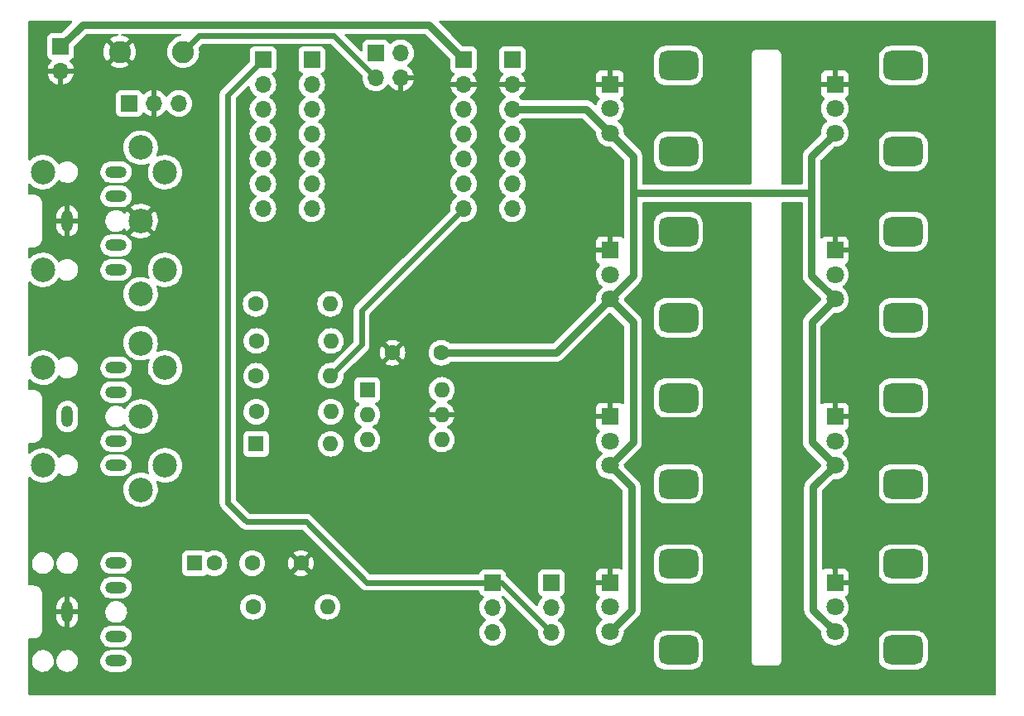
<source format=gbr>
%TF.GenerationSoftware,KiCad,Pcbnew,(6.0.5)*%
%TF.CreationDate,2023-03-15T22:14:50+00:00*%
%TF.ProjectId,XiaoSynthBoard,5869616f-5379-46e7-9468-426f6172642e,rev?*%
%TF.SameCoordinates,Original*%
%TF.FileFunction,Copper,L2,Bot*%
%TF.FilePolarity,Positive*%
%FSLAX46Y46*%
G04 Gerber Fmt 4.6, Leading zero omitted, Abs format (unit mm)*
G04 Created by KiCad (PCBNEW (6.0.5)) date 2023-03-15 22:14:50*
%MOMM*%
%LPD*%
G01*
G04 APERTURE LIST*
G04 Aperture macros list*
%AMRoundRect*
0 Rectangle with rounded corners*
0 $1 Rounding radius*
0 $2 $3 $4 $5 $6 $7 $8 $9 X,Y pos of 4 corners*
0 Add a 4 corners polygon primitive as box body*
4,1,4,$2,$3,$4,$5,$6,$7,$8,$9,$2,$3,0*
0 Add four circle primitives for the rounded corners*
1,1,$1+$1,$2,$3*
1,1,$1+$1,$4,$5*
1,1,$1+$1,$6,$7*
1,1,$1+$1,$8,$9*
0 Add four rect primitives between the rounded corners*
20,1,$1+$1,$2,$3,$4,$5,0*
20,1,$1+$1,$4,$5,$6,$7,0*
20,1,$1+$1,$6,$7,$8,$9,0*
20,1,$1+$1,$8,$9,$2,$3,0*%
G04 Aperture macros list end*
%TA.AperFunction,ComponentPad*%
%ADD10C,2.499360*%
%TD*%
%TA.AperFunction,WasherPad*%
%ADD11C,2.499360*%
%TD*%
%TA.AperFunction,ComponentPad*%
%ADD12R,1.700000X1.700000*%
%TD*%
%TA.AperFunction,ComponentPad*%
%ADD13O,1.700000X1.700000*%
%TD*%
%TA.AperFunction,ComponentPad*%
%ADD14O,2.200000X1.200000*%
%TD*%
%TA.AperFunction,ComponentPad*%
%ADD15O,1.200000X2.200000*%
%TD*%
%TA.AperFunction,ComponentPad*%
%ADD16C,1.600000*%
%TD*%
%TA.AperFunction,ComponentPad*%
%ADD17O,1.600000X1.600000*%
%TD*%
%TA.AperFunction,ComponentPad*%
%ADD18RoundRect,0.750000X-1.250000X-0.750000X1.250000X-0.750000X1.250000X0.750000X-1.250000X0.750000X0*%
%TD*%
%TA.AperFunction,ComponentPad*%
%ADD19C,1.800000*%
%TD*%
%TA.AperFunction,ComponentPad*%
%ADD20R,1.800000X1.800000*%
%TD*%
%TA.AperFunction,ComponentPad*%
%ADD21R,1.600000X1.600000*%
%TD*%
%TA.AperFunction,ComponentPad*%
%ADD22C,2.250000*%
%TD*%
%TA.AperFunction,Conductor*%
%ADD23C,0.800000*%
%TD*%
%TA.AperFunction,Conductor*%
%ADD24C,0.600000*%
%TD*%
G04 APERTURE END LIST*
D10*
%TO.P,J4,5*%
%TO.N,Net-(J1-PadT)*%
X64499100Y-66003820D03*
%TO.P,J4,4*%
%TO.N,Net-(J1-PadR)*%
X64499100Y-75996180D03*
%TO.P,J4,3*%
%TO.N,unconnected-(J4-Pad3)*%
X61997200Y-63501920D03*
%TO.P,J4,2*%
%TO.N,GND*%
X61999740Y-71000000D03*
%TO.P,J4,1*%
%TO.N,unconnected-(J4-Pad1)*%
X61997200Y-78498080D03*
D11*
%TO.P,J4,*%
%TO.N,*%
X52002300Y-76001260D03*
X52002300Y-65998740D03*
%TD*%
D12*
%TO.P,J9,1,Pin_1*%
%TO.N,Net-(J8-Pad1)*%
X60825000Y-58975000D03*
D13*
%TO.P,J9,2,Pin_2*%
%TO.N,GND*%
X63365000Y-58975000D03*
%TO.P,J9,3,Pin_3*%
%TO.N,Net-(J8-Pad2)*%
X65905000Y-58975000D03*
%TD*%
%TO.P,J14,3,Pin_3*%
%TO.N,unconnected-(J14-Pad3)*%
X98000000Y-113080000D03*
%TO.P,J14,2,Pin_2*%
%TO.N,Net-(J14-Pad2)*%
X98000000Y-110540000D03*
D12*
%TO.P,J14,1,Pin_1*%
%TO.N,/A0*%
X98000000Y-108000000D03*
%TD*%
%TO.P,J13,1,Pin_1*%
%TO.N,/A4*%
X104000000Y-108000000D03*
D13*
%TO.P,J13,2,Pin_2*%
%TO.N,Net-(J13-Pad2)*%
X104000000Y-110540000D03*
%TO.P,J13,3,Pin_3*%
%TO.N,/A0*%
X104000000Y-113080000D03*
%TD*%
D14*
%TO.P,J1,TN*%
%TO.N,N/C*%
X59500000Y-73500000D03*
%TO.P,J1,T*%
%TO.N,Net-(J1-PadT)*%
X59500000Y-76000000D03*
D15*
%TO.P,J1,S*%
%TO.N,GND*%
X54500000Y-71000000D03*
D14*
%TO.P,J1,RN*%
%TO.N,N/C*%
X59500000Y-68500000D03*
%TO.P,J1,R*%
%TO.N,Net-(J1-PadR)*%
X59500000Y-66000000D03*
%TD*%
D16*
%TO.P,C1,1*%
%TO.N,+3V3*%
X92750000Y-84475000D03*
%TO.P,C1,2*%
%TO.N,GND*%
X87750000Y-84475000D03*
%TD*%
%TO.P,R4,1*%
%TO.N,+3V3*%
X73815000Y-86825000D03*
D17*
%TO.P,R4,2*%
%TO.N,/RX*%
X81435000Y-86825000D03*
%TD*%
D14*
%TO.P,J2,TN*%
%TO.N,N/C*%
X59500000Y-93500000D03*
%TO.P,J2,T*%
%TO.N,Net-(D1-Pad2)*%
X59500000Y-96000000D03*
D15*
%TO.P,J2,S*%
%TO.N,unconnected-(J2-PadS)*%
X54500000Y-91000000D03*
D14*
%TO.P,J2,RN*%
%TO.N,N/C*%
X59500000Y-88500000D03*
%TO.P,J2,R*%
%TO.N,Net-(J2-PadR)*%
X59500000Y-86000000D03*
%TD*%
D12*
%TO.P,J7,1,Pin_1*%
%TO.N,/A0*%
X79500000Y-54500000D03*
D13*
%TO.P,J7,2,Pin_2*%
%TO.N,/A1*%
X79500000Y-57040000D03*
%TO.P,J7,3,Pin_3*%
%TO.N,/A2*%
X79500000Y-59580000D03*
%TO.P,J7,4,Pin_4*%
%TO.N,/A3*%
X79500000Y-62120000D03*
%TO.P,J7,5,Pin_5*%
%TO.N,/A4*%
X79500000Y-64660000D03*
%TO.P,J7,6,Pin_6*%
%TO.N,/A5*%
X79500000Y-67200000D03*
%TO.P,J7,7,Pin_7*%
%TO.N,/TX*%
X79500000Y-69740000D03*
%TD*%
D18*
%TO.P,RV2,MP*%
%TO.N,N/C*%
X117000000Y-80900000D03*
X117000000Y-72100000D03*
D19*
%TO.P,RV2,3,3*%
%TO.N,+3V3*%
X110000000Y-79000000D03*
%TO.P,RV2,2,2*%
%TO.N,/A2*%
X110000000Y-76500000D03*
D20*
%TO.P,RV2,1,1*%
%TO.N,GND*%
X110000000Y-74000000D03*
%TD*%
D18*
%TO.P,RV4,MP*%
%TO.N,N/C*%
X117000000Y-106100000D03*
X117000000Y-114900000D03*
D19*
%TO.P,RV4,3,3*%
%TO.N,+3V3*%
X110000000Y-113000000D03*
%TO.P,RV4,2,2*%
%TO.N,Net-(J13-Pad2)*%
X110000000Y-110500000D03*
D20*
%TO.P,RV4,1,1*%
%TO.N,GND*%
X110000000Y-108000000D03*
%TD*%
D12*
%TO.P,J8,1,Pin_1*%
%TO.N,Net-(J8-Pad1)*%
X86050000Y-53820000D03*
D13*
%TO.P,J8,2,Pin_2*%
%TO.N,Net-(J8-Pad2)*%
X88590000Y-53820000D03*
%TO.P,J8,3,Pin_3*%
%TO.N,Net-(J8-Pad3)*%
X86050000Y-56360000D03*
%TO.P,J8,4,Pin_4*%
%TO.N,GND*%
X88590000Y-56360000D03*
%TD*%
D12*
%TO.P,J5,1,Pin_1*%
%TO.N,+5V*%
X53825000Y-53150000D03*
D13*
%TO.P,J5,2,Pin_2*%
%TO.N,GND*%
X53825000Y-55690000D03*
%TD*%
D16*
%TO.P,C2,1*%
%TO.N,Net-(C2-Pad1)*%
X73400000Y-106000000D03*
%TO.P,C2,2*%
%TO.N,GND*%
X78400000Y-106000000D03*
%TD*%
D17*
%TO.P,U1,6*%
%TO.N,+3V3*%
X92795000Y-88275000D03*
%TO.P,U1,5*%
%TO.N,GND*%
X92795000Y-90815000D03*
%TO.P,U1,4*%
%TO.N,/RX*%
X92795000Y-93355000D03*
%TO.P,U1,3*%
%TO.N,unconnected-(U1-Pad3)*%
X85175000Y-93355000D03*
%TO.P,U1,2*%
%TO.N,Net-(D1-Pad2)*%
X85175000Y-90815000D03*
D21*
%TO.P,U1,1*%
%TO.N,Net-(D1-Pad1)*%
X85175000Y-88275000D03*
%TD*%
D16*
%TO.P,R1,1*%
%TO.N,Net-(J2-PadR)*%
X73825000Y-90500000D03*
D17*
%TO.P,R1,2*%
%TO.N,Net-(D1-Pad1)*%
X81445000Y-90500000D03*
%TD*%
D21*
%TO.P,C3,1*%
%TO.N,Net-(C3-Pad1)*%
X67544888Y-106000000D03*
D16*
%TO.P,C3,2*%
%TO.N,Net-(C2-Pad1)*%
X69544888Y-106000000D03*
%TD*%
D14*
%TO.P,J12,TN*%
%TO.N,N/C*%
X59500000Y-113500000D03*
%TO.P,J12,T*%
%TO.N,Net-(C3-Pad1)*%
X59500000Y-116000000D03*
D15*
%TO.P,J12,S*%
%TO.N,GND*%
X54500000Y-111000000D03*
D14*
%TO.P,J12,RN*%
%TO.N,N/C*%
X59500000Y-108500000D03*
%TO.P,J12,R*%
%TO.N,Net-(C3-Pad1)*%
X59500000Y-106000000D03*
%TD*%
D20*
%TO.P,RV7,1,1*%
%TO.N,GND*%
X133000000Y-74000000D03*
D19*
%TO.P,RV7,2,2*%
%TO.N,/A9*%
X133000000Y-76500000D03*
%TO.P,RV7,3,3*%
%TO.N,+3V3*%
X133000000Y-79000000D03*
D18*
%TO.P,RV7,MP*%
%TO.N,N/C*%
X140000000Y-80900000D03*
X140000000Y-72100000D03*
%TD*%
D16*
%TO.P,R3,1*%
%TO.N,Net-(J1-PadT)*%
X73765000Y-79475000D03*
D17*
%TO.P,R3,2*%
%TO.N,/TX*%
X81385000Y-79475000D03*
%TD*%
D12*
%TO.P,J11,1,Pin_1*%
%TO.N,+5V*%
X100025000Y-54500000D03*
D13*
%TO.P,J11,2,Pin_2*%
%TO.N,GND*%
X100025000Y-57040000D03*
%TO.P,J11,3,Pin_3*%
%TO.N,+3V3*%
X100025000Y-59580000D03*
%TO.P,J11,4,Pin_4*%
%TO.N,/A10*%
X100025000Y-62120000D03*
%TO.P,J11,5,Pin_5*%
%TO.N,/A9*%
X100025000Y-64660000D03*
%TO.P,J11,6,Pin_6*%
%TO.N,/A8*%
X100025000Y-67200000D03*
%TO.P,J11,7,Pin_7*%
%TO.N,/RX*%
X100025000Y-69740000D03*
%TD*%
D12*
%TO.P,J6,1,Pin_1*%
%TO.N,/A0*%
X74500000Y-54500000D03*
D13*
%TO.P,J6,2,Pin_2*%
%TO.N,/A1*%
X74500000Y-57040000D03*
%TO.P,J6,3,Pin_3*%
%TO.N,/A2*%
X74500000Y-59580000D03*
%TO.P,J6,4,Pin_4*%
%TO.N,/A3*%
X74500000Y-62120000D03*
%TO.P,J6,5,Pin_5*%
%TO.N,/A4*%
X74500000Y-64660000D03*
%TO.P,J6,6,Pin_6*%
%TO.N,/A5*%
X74500000Y-67200000D03*
%TO.P,J6,7,Pin_7*%
%TO.N,/TX*%
X74500000Y-69740000D03*
%TD*%
D18*
%TO.P,RV3,MP*%
%TO.N,N/C*%
X117000000Y-89100000D03*
X117000000Y-97900000D03*
D19*
%TO.P,RV3,3,3*%
%TO.N,+3V3*%
X110000000Y-96000000D03*
%TO.P,RV3,2,2*%
%TO.N,/A3*%
X110000000Y-93500000D03*
D20*
%TO.P,RV3,1,1*%
%TO.N,GND*%
X110000000Y-91000000D03*
%TD*%
D16*
%TO.P,R2,1*%
%TO.N,Net-(J1-PadR)*%
X73840000Y-83275000D03*
D17*
%TO.P,R2,2*%
%TO.N,+3V3*%
X81460000Y-83275000D03*
%TD*%
D22*
%TO.P,SW1,2,B*%
%TO.N,GND*%
X59850000Y-53700000D03*
%TO.P,SW1,1,A*%
%TO.N,Net-(J8-Pad3)*%
X66350000Y-53700000D03*
%TD*%
D16*
%TO.P,R5,1*%
%TO.N,Net-(C2-Pad1)*%
X73490000Y-110475000D03*
D17*
%TO.P,R5,2*%
%TO.N,Net-(J14-Pad2)*%
X81110000Y-110475000D03*
%TD*%
D12*
%TO.P,J10,1,Pin_1*%
%TO.N,+5V*%
X95025000Y-54500000D03*
D13*
%TO.P,J10,2,Pin_2*%
%TO.N,GND*%
X95025000Y-57040000D03*
%TO.P,J10,3,Pin_3*%
%TO.N,+3V3*%
X95025000Y-59580000D03*
%TO.P,J10,4,Pin_4*%
%TO.N,/A10*%
X95025000Y-62120000D03*
%TO.P,J10,5,Pin_5*%
%TO.N,/A9*%
X95025000Y-64660000D03*
%TO.P,J10,6,Pin_6*%
%TO.N,/A8*%
X95025000Y-67200000D03*
%TO.P,J10,7,Pin_7*%
%TO.N,/RX*%
X95025000Y-69740000D03*
%TD*%
D21*
%TO.P,D1,1,K*%
%TO.N,Net-(D1-Pad1)*%
X73815000Y-93800000D03*
D17*
%TO.P,D1,2,A*%
%TO.N,Net-(D1-Pad2)*%
X81435000Y-93800000D03*
%TD*%
D18*
%TO.P,RV8,MP*%
%TO.N,N/C*%
X140000000Y-55100000D03*
X140000000Y-63900000D03*
D19*
%TO.P,RV8,3,3*%
%TO.N,+3V3*%
X133000000Y-62000000D03*
%TO.P,RV8,2,2*%
%TO.N,/A10*%
X133000000Y-59500000D03*
D20*
%TO.P,RV8,1,1*%
%TO.N,GND*%
X133000000Y-57000000D03*
%TD*%
D11*
%TO.P,J3,*%
%TO.N,*%
X52002300Y-96001260D03*
X52002300Y-85998740D03*
D10*
%TO.P,J3,1*%
%TO.N,unconnected-(J3-Pad1)*%
X61997200Y-98498080D03*
%TO.P,J3,2*%
%TO.N,unconnected-(J3-Pad2)*%
X61999740Y-91000000D03*
%TO.P,J3,3*%
%TO.N,unconnected-(J3-Pad3)*%
X61997200Y-83501920D03*
%TO.P,J3,4*%
%TO.N,Net-(J2-PadR)*%
X64499100Y-95996180D03*
%TO.P,J3,5*%
%TO.N,Net-(D1-Pad2)*%
X64499100Y-86003820D03*
%TD*%
D18*
%TO.P,RV5,MP*%
%TO.N,N/C*%
X140000000Y-114900000D03*
X140000000Y-106100000D03*
D19*
%TO.P,RV5,3,3*%
%TO.N,+3V3*%
X133000000Y-113000000D03*
%TO.P,RV5,2,2*%
%TO.N,/A5*%
X133000000Y-110500000D03*
D20*
%TO.P,RV5,1,1*%
%TO.N,GND*%
X133000000Y-108000000D03*
%TD*%
%TO.P,RV6,1,1*%
%TO.N,GND*%
X133000000Y-91000000D03*
D19*
%TO.P,RV6,2,2*%
%TO.N,/A8*%
X133000000Y-93500000D03*
%TO.P,RV6,3,3*%
%TO.N,+3V3*%
X133000000Y-96000000D03*
D18*
%TO.P,RV6,MP*%
%TO.N,N/C*%
X140000000Y-97900000D03*
X140000000Y-89100000D03*
%TD*%
%TO.P,RV1,MP*%
%TO.N,N/C*%
X117000000Y-63900000D03*
X117000000Y-55100000D03*
D19*
%TO.P,RV1,3,3*%
%TO.N,+3V3*%
X110000000Y-62000000D03*
%TO.P,RV1,2,2*%
%TO.N,/A1*%
X110000000Y-59500000D03*
D20*
%TO.P,RV1,1,1*%
%TO.N,GND*%
X110000000Y-57000000D03*
%TD*%
D23*
%TO.N,+3V3*%
X130500000Y-68150000D02*
X130625000Y-68025000D01*
X112375000Y-68150000D02*
X130500000Y-68150000D01*
X130625000Y-64375000D02*
X130625000Y-68025000D01*
X112375000Y-68150000D02*
X112375000Y-76625000D01*
X112375000Y-64375000D02*
X112375000Y-68150000D01*
X130625000Y-68025000D02*
X130625000Y-76625000D01*
X100025000Y-59580000D02*
X107580000Y-59580000D01*
D24*
%TO.N,/A0*%
X85150000Y-108000000D02*
X98000000Y-108000000D01*
X70900000Y-99837213D02*
X72812787Y-101750000D01*
X70900000Y-58100000D02*
X70900000Y-99837213D01*
X78900000Y-101750000D02*
X85150000Y-108000000D01*
X74500000Y-54500000D02*
X70900000Y-58100000D01*
X72812787Y-101750000D02*
X78900000Y-101750000D01*
%TO.N,Net-(J8-Pad3)*%
X81765000Y-52075000D02*
X86050000Y-56360000D01*
X67975000Y-52075000D02*
X81765000Y-52075000D01*
X66350000Y-53700000D02*
X67975000Y-52075000D01*
D23*
%TO.N,+3V3*%
X110000000Y-79000000D02*
X112375000Y-76625000D01*
X110000000Y-79000000D02*
X112350000Y-81350000D01*
X110000000Y-96000000D02*
X112350000Y-93650000D01*
X112225000Y-98225000D02*
X112225000Y-110775000D01*
X110000000Y-96000000D02*
X112225000Y-98225000D01*
X112350000Y-81350000D02*
X112350000Y-93650000D01*
X110000000Y-62000000D02*
X112375000Y-64375000D01*
D24*
%TO.N,/A0*%
X98920000Y-108000000D02*
X104000000Y-113080000D01*
X98000000Y-108000000D02*
X98920000Y-108000000D01*
D23*
%TO.N,+5V*%
X91450000Y-50925000D02*
X95025000Y-54500000D01*
X56050000Y-50925000D02*
X91450000Y-50925000D01*
X53825000Y-53150000D02*
X56050000Y-50925000D01*
D24*
%TO.N,/RX*%
X84600000Y-83660000D02*
X81435000Y-86825000D01*
X84600000Y-80165000D02*
X84600000Y-83660000D01*
X95025000Y-69740000D02*
X84600000Y-80165000D01*
D23*
%TO.N,+3V3*%
X104525000Y-84475000D02*
X92750000Y-84475000D01*
X110000000Y-79000000D02*
X104525000Y-84475000D01*
X130775000Y-110775000D02*
X133000000Y-113000000D01*
X130650000Y-93650000D02*
X133000000Y-96000000D01*
X130625000Y-76625000D02*
X133000000Y-79000000D01*
X110000000Y-113000000D02*
X112225000Y-110775000D01*
X130775000Y-98225000D02*
X130775000Y-110775000D01*
X133000000Y-96000000D02*
X130775000Y-98225000D01*
X130650000Y-93650000D02*
X133000000Y-96000000D01*
X130650000Y-81350000D02*
X130650000Y-93650000D01*
X133000000Y-79000000D02*
X130650000Y-81350000D01*
X130625000Y-76625000D02*
X133000000Y-79000000D01*
X133000000Y-62000000D02*
X130625000Y-64375000D01*
X107580000Y-59580000D02*
X110000000Y-62000000D01*
%TD*%
%TA.AperFunction,Conductor*%
%TO.N,GND*%
G36*
X54945618Y-50528502D02*
G01*
X54992111Y-50582158D01*
X55002215Y-50652432D01*
X54972721Y-50717012D01*
X54966592Y-50723595D01*
X53935592Y-51754595D01*
X53873280Y-51788621D01*
X53846497Y-51791500D01*
X52926866Y-51791500D01*
X52864684Y-51798255D01*
X52728295Y-51849385D01*
X52611739Y-51936739D01*
X52524385Y-52053295D01*
X52473255Y-52189684D01*
X52466500Y-52251866D01*
X52466500Y-54048134D01*
X52473255Y-54110316D01*
X52524385Y-54246705D01*
X52611739Y-54363261D01*
X52728295Y-54450615D01*
X52736704Y-54453767D01*
X52736705Y-54453768D01*
X52845960Y-54494726D01*
X52902725Y-54537367D01*
X52927425Y-54603929D01*
X52912218Y-54673278D01*
X52892825Y-54699759D01*
X52769590Y-54828717D01*
X52763104Y-54836727D01*
X52643098Y-55012649D01*
X52638000Y-55021623D01*
X52548338Y-55214783D01*
X52544775Y-55224470D01*
X52489389Y-55424183D01*
X52490912Y-55432607D01*
X52503292Y-55436000D01*
X55143344Y-55436000D01*
X55156875Y-55432027D01*
X55158180Y-55422947D01*
X55116214Y-55255875D01*
X55112894Y-55246124D01*
X55027972Y-55050814D01*
X55023105Y-55041739D01*
X55011934Y-55024471D01*
X58890884Y-55024471D01*
X58894570Y-55029740D01*
X59102121Y-55156927D01*
X59110915Y-55161408D01*
X59339242Y-55255984D01*
X59348627Y-55259033D01*
X59588940Y-55316728D01*
X59598687Y-55318271D01*
X59845070Y-55337662D01*
X59854930Y-55337662D01*
X60101313Y-55318271D01*
X60111060Y-55316728D01*
X60351373Y-55259033D01*
X60360758Y-55255984D01*
X60589085Y-55161408D01*
X60597879Y-55156927D01*
X60803928Y-55030660D01*
X60809190Y-55022599D01*
X60803183Y-55012393D01*
X59862812Y-54072022D01*
X59848868Y-54064408D01*
X59847035Y-54064539D01*
X59840420Y-54068790D01*
X58898276Y-55010934D01*
X58890884Y-55024471D01*
X55011934Y-55024471D01*
X54907426Y-54862926D01*
X54901136Y-54854757D01*
X54757293Y-54696677D01*
X54726241Y-54632831D01*
X54734635Y-54562333D01*
X54779812Y-54507564D01*
X54806256Y-54493895D01*
X54913297Y-54453767D01*
X54921705Y-54450615D01*
X55038261Y-54363261D01*
X55125615Y-54246705D01*
X55176745Y-54110316D01*
X55183500Y-54048134D01*
X55183500Y-53704930D01*
X58212338Y-53704930D01*
X58231729Y-53951313D01*
X58233272Y-53961060D01*
X58290967Y-54201373D01*
X58294016Y-54210758D01*
X58388592Y-54439085D01*
X58393073Y-54447879D01*
X58519340Y-54653928D01*
X58527401Y-54659190D01*
X58537607Y-54653183D01*
X59477978Y-53712812D01*
X59484356Y-53701132D01*
X60214408Y-53701132D01*
X60214539Y-53702965D01*
X60218790Y-53709580D01*
X61160934Y-54651724D01*
X61174471Y-54659116D01*
X61179740Y-54655430D01*
X61306927Y-54447879D01*
X61311408Y-54439085D01*
X61405984Y-54210758D01*
X61409033Y-54201373D01*
X61466728Y-53961060D01*
X61468271Y-53951313D01*
X61487662Y-53704930D01*
X61487662Y-53695070D01*
X61468271Y-53448687D01*
X61466728Y-53438940D01*
X61409033Y-53198627D01*
X61405984Y-53189242D01*
X61311408Y-52960915D01*
X61306927Y-52952121D01*
X61180660Y-52746072D01*
X61172599Y-52740810D01*
X61162393Y-52746817D01*
X60222022Y-53687188D01*
X60214408Y-53701132D01*
X59484356Y-53701132D01*
X59485592Y-53698868D01*
X59485461Y-53697035D01*
X59481210Y-53690420D01*
X58539066Y-52748276D01*
X58525529Y-52740884D01*
X58520260Y-52744570D01*
X58393073Y-52952121D01*
X58388592Y-52960915D01*
X58294016Y-53189242D01*
X58290967Y-53198627D01*
X58233272Y-53438940D01*
X58231729Y-53448687D01*
X58212338Y-53695070D01*
X58212338Y-53704930D01*
X55183500Y-53704930D01*
X55183500Y-53128503D01*
X55203502Y-53060382D01*
X55220405Y-53039408D01*
X56389408Y-51870405D01*
X56451720Y-51836379D01*
X56478503Y-51833500D01*
X59564958Y-51833500D01*
X59633079Y-51853502D01*
X59679572Y-51907158D01*
X59689676Y-51977432D01*
X59660182Y-52042012D01*
X59600456Y-52080396D01*
X59593705Y-52081915D01*
X59593753Y-52082117D01*
X59348627Y-52140967D01*
X59339242Y-52144016D01*
X59110915Y-52238592D01*
X59102121Y-52243073D01*
X58896072Y-52369340D01*
X58890810Y-52377401D01*
X58896817Y-52387607D01*
X59837188Y-53327978D01*
X59851132Y-53335592D01*
X59852965Y-53335461D01*
X59859580Y-53331210D01*
X60801724Y-52389066D01*
X60809116Y-52375529D01*
X60805430Y-52370260D01*
X60597879Y-52243073D01*
X60589085Y-52238592D01*
X60360758Y-52144016D01*
X60351373Y-52140967D01*
X60106247Y-52082117D01*
X60106781Y-52079894D01*
X60051184Y-52053542D01*
X60013653Y-51993276D01*
X60014663Y-51922287D01*
X60053892Y-51863112D01*
X60118885Y-51834540D01*
X60135042Y-51833500D01*
X66062606Y-51833500D01*
X66130727Y-51853502D01*
X66177220Y-51907158D01*
X66187324Y-51977432D01*
X66157830Y-52042012D01*
X66092020Y-52082019D01*
X65843660Y-52141645D01*
X65839089Y-52143538D01*
X65839087Y-52143539D01*
X65610687Y-52238145D01*
X65610683Y-52238147D01*
X65606113Y-52240040D01*
X65386884Y-52374384D01*
X65191369Y-52541369D01*
X65024384Y-52736884D01*
X64890040Y-52956113D01*
X64888147Y-52960683D01*
X64888145Y-52960687D01*
X64810452Y-53148255D01*
X64791645Y-53193660D01*
X64785934Y-53217450D01*
X64739298Y-53411703D01*
X64731622Y-53443674D01*
X64711449Y-53700000D01*
X64731622Y-53956326D01*
X64732776Y-53961133D01*
X64732777Y-53961139D01*
X64757901Y-54065785D01*
X64791645Y-54206340D01*
X64793538Y-54210911D01*
X64793539Y-54210913D01*
X64867475Y-54389409D01*
X64890040Y-54443887D01*
X65024384Y-54663116D01*
X65191369Y-54858631D01*
X65386884Y-55025616D01*
X65606113Y-55159960D01*
X65610683Y-55161853D01*
X65610687Y-55161855D01*
X65839087Y-55256461D01*
X65843660Y-55258355D01*
X65930502Y-55279204D01*
X66088861Y-55317223D01*
X66088867Y-55317224D01*
X66093674Y-55318378D01*
X66350000Y-55338551D01*
X66606326Y-55318378D01*
X66611133Y-55317224D01*
X66611139Y-55317223D01*
X66769498Y-55279204D01*
X66856340Y-55258355D01*
X66860913Y-55256461D01*
X67089313Y-55161855D01*
X67089317Y-55161853D01*
X67093887Y-55159960D01*
X67313116Y-55025616D01*
X67508631Y-54858631D01*
X67675616Y-54663116D01*
X67809960Y-54443887D01*
X67832526Y-54389409D01*
X67906461Y-54210913D01*
X67906462Y-54210911D01*
X67908355Y-54206340D01*
X67942099Y-54065785D01*
X67967223Y-53961139D01*
X67967224Y-53961133D01*
X67968378Y-53956326D01*
X67988551Y-53700000D01*
X67968378Y-53443674D01*
X67942518Y-53335958D01*
X67946065Y-53265051D01*
X67975942Y-53217450D01*
X68272987Y-52920405D01*
X68335299Y-52886379D01*
X68362082Y-52883500D01*
X81377918Y-52883500D01*
X81446039Y-52903502D01*
X81467013Y-52920405D01*
X84662622Y-56116014D01*
X84696648Y-56178326D01*
X84698814Y-56218495D01*
X84687251Y-56326695D01*
X84687548Y-56331848D01*
X84687548Y-56331851D01*
X84693011Y-56426590D01*
X84700110Y-56549715D01*
X84701247Y-56554761D01*
X84701248Y-56554767D01*
X84712731Y-56605720D01*
X84749222Y-56767639D01*
X84809578Y-56916279D01*
X84827409Y-56960191D01*
X84833266Y-56974616D01*
X84854376Y-57009065D01*
X84912087Y-57103240D01*
X84949987Y-57165088D01*
X85096250Y-57333938D01*
X85268126Y-57476632D01*
X85461000Y-57589338D01*
X85669692Y-57669030D01*
X85674760Y-57670061D01*
X85674763Y-57670062D01*
X85722485Y-57679771D01*
X85888597Y-57713567D01*
X85893772Y-57713757D01*
X85893774Y-57713757D01*
X86106673Y-57721564D01*
X86106677Y-57721564D01*
X86111837Y-57721753D01*
X86116957Y-57721097D01*
X86116959Y-57721097D01*
X86328288Y-57694025D01*
X86328289Y-57694025D01*
X86333416Y-57693368D01*
X86338366Y-57691883D01*
X86542429Y-57630661D01*
X86542434Y-57630659D01*
X86547384Y-57629174D01*
X86747994Y-57530896D01*
X86929860Y-57401173D01*
X87088096Y-57243489D01*
X87094364Y-57234767D01*
X87218453Y-57062077D01*
X87219640Y-57062930D01*
X87266960Y-57019362D01*
X87336897Y-57007145D01*
X87402338Y-57034678D01*
X87430166Y-57066511D01*
X87487694Y-57160388D01*
X87493777Y-57168699D01*
X87633213Y-57329667D01*
X87640580Y-57336883D01*
X87804434Y-57472916D01*
X87812881Y-57478831D01*
X87996756Y-57586279D01*
X88006042Y-57590729D01*
X88205001Y-57666703D01*
X88214899Y-57669579D01*
X88318250Y-57690606D01*
X88332299Y-57689410D01*
X88336000Y-57679065D01*
X88336000Y-57678517D01*
X88844000Y-57678517D01*
X88848064Y-57692359D01*
X88861478Y-57694393D01*
X88868184Y-57693534D01*
X88878262Y-57691392D01*
X89082255Y-57630191D01*
X89091842Y-57626433D01*
X89283095Y-57532739D01*
X89291945Y-57527464D01*
X89465328Y-57403792D01*
X89473200Y-57397139D01*
X89624052Y-57246812D01*
X89630730Y-57238965D01*
X89755003Y-57066020D01*
X89760313Y-57057183D01*
X89854670Y-56866267D01*
X89858469Y-56856672D01*
X89920377Y-56652910D01*
X89922555Y-56642837D01*
X89923986Y-56631962D01*
X89921775Y-56617778D01*
X89908617Y-56614000D01*
X88862115Y-56614000D01*
X88846876Y-56618475D01*
X88845671Y-56619865D01*
X88844000Y-56627548D01*
X88844000Y-57678517D01*
X88336000Y-57678517D01*
X88336000Y-56232000D01*
X88356002Y-56163879D01*
X88409658Y-56117386D01*
X88462000Y-56106000D01*
X89908344Y-56106000D01*
X89921875Y-56102027D01*
X89923180Y-56092947D01*
X89881214Y-55925875D01*
X89877894Y-55916124D01*
X89792972Y-55720814D01*
X89788105Y-55711739D01*
X89672426Y-55532926D01*
X89666136Y-55524757D01*
X89522806Y-55367240D01*
X89515273Y-55360215D01*
X89348139Y-55228222D01*
X89339556Y-55222520D01*
X89302602Y-55202120D01*
X89252631Y-55151687D01*
X89237859Y-55082245D01*
X89262975Y-55015839D01*
X89290327Y-54989232D01*
X89313797Y-54972491D01*
X89469860Y-54861173D01*
X89476299Y-54854757D01*
X89598355Y-54733126D01*
X89628096Y-54703489D01*
X89758453Y-54522077D01*
X89772382Y-54493895D01*
X89855136Y-54326453D01*
X89855137Y-54326451D01*
X89857430Y-54321811D01*
X89909281Y-54151151D01*
X89920865Y-54113023D01*
X89920865Y-54113021D01*
X89922370Y-54108069D01*
X89951529Y-53886590D01*
X89952481Y-53847644D01*
X89953074Y-53823365D01*
X89953074Y-53823361D01*
X89953156Y-53820000D01*
X89934852Y-53597361D01*
X89880431Y-53380702D01*
X89791354Y-53175840D01*
X89744246Y-53103022D01*
X89672822Y-52992617D01*
X89672820Y-52992614D01*
X89670014Y-52988277D01*
X89519670Y-52823051D01*
X89515619Y-52819852D01*
X89515615Y-52819848D01*
X89348414Y-52687800D01*
X89348410Y-52687798D01*
X89344359Y-52684598D01*
X89148789Y-52576638D01*
X89143920Y-52574914D01*
X89143916Y-52574912D01*
X88943087Y-52503795D01*
X88943083Y-52503794D01*
X88938212Y-52502069D01*
X88933119Y-52501162D01*
X88933116Y-52501161D01*
X88723373Y-52463800D01*
X88723367Y-52463799D01*
X88718284Y-52462894D01*
X88644452Y-52461992D01*
X88500081Y-52460228D01*
X88500079Y-52460228D01*
X88494911Y-52460165D01*
X88274091Y-52493955D01*
X88061756Y-52563357D01*
X87863607Y-52666507D01*
X87859474Y-52669610D01*
X87859471Y-52669612D01*
X87689100Y-52797530D01*
X87684965Y-52800635D01*
X87605778Y-52883500D01*
X87604283Y-52885064D01*
X87542759Y-52920494D01*
X87471846Y-52917037D01*
X87414060Y-52875791D01*
X87395207Y-52842243D01*
X87353767Y-52731703D01*
X87350615Y-52723295D01*
X87263261Y-52606739D01*
X87146705Y-52519385D01*
X87010316Y-52468255D01*
X86948134Y-52461500D01*
X85151866Y-52461500D01*
X85089684Y-52468255D01*
X84953295Y-52519385D01*
X84836739Y-52606739D01*
X84749385Y-52723295D01*
X84698255Y-52859684D01*
X84691500Y-52921866D01*
X84691500Y-53553918D01*
X84671498Y-53622039D01*
X84617842Y-53668532D01*
X84547568Y-53678636D01*
X84482988Y-53649142D01*
X84476405Y-53643013D01*
X82881987Y-52048595D01*
X82847961Y-51986283D01*
X82853026Y-51915468D01*
X82895573Y-51858632D01*
X82962093Y-51833821D01*
X82971082Y-51833500D01*
X91021497Y-51833500D01*
X91089618Y-51853502D01*
X91110592Y-51870405D01*
X93629595Y-54389409D01*
X93663621Y-54451721D01*
X93666500Y-54478504D01*
X93666500Y-55398134D01*
X93673255Y-55460316D01*
X93724385Y-55596705D01*
X93811739Y-55713261D01*
X93928295Y-55800615D01*
X93936704Y-55803767D01*
X93936705Y-55803768D01*
X94045960Y-55844726D01*
X94102725Y-55887367D01*
X94127425Y-55953929D01*
X94112218Y-56023278D01*
X94092825Y-56049759D01*
X93969590Y-56178717D01*
X93963104Y-56186727D01*
X93843098Y-56362649D01*
X93838000Y-56371623D01*
X93748338Y-56564783D01*
X93744775Y-56574470D01*
X93689389Y-56774183D01*
X93690912Y-56782607D01*
X93703292Y-56786000D01*
X96343344Y-56786000D01*
X96356875Y-56782027D01*
X96358180Y-56772947D01*
X96316214Y-56605875D01*
X96312894Y-56596124D01*
X96227972Y-56400814D01*
X96223105Y-56391739D01*
X96107426Y-56212926D01*
X96101136Y-56204757D01*
X95957293Y-56046677D01*
X95926241Y-55982831D01*
X95934635Y-55912333D01*
X95979812Y-55857564D01*
X96006256Y-55843895D01*
X96113297Y-55803767D01*
X96121705Y-55800615D01*
X96238261Y-55713261D01*
X96325615Y-55596705D01*
X96376745Y-55460316D01*
X96383500Y-55398134D01*
X98666500Y-55398134D01*
X98673255Y-55460316D01*
X98724385Y-55596705D01*
X98811739Y-55713261D01*
X98928295Y-55800615D01*
X98936704Y-55803767D01*
X98936705Y-55803768D01*
X99045960Y-55844726D01*
X99102725Y-55887367D01*
X99127425Y-55953929D01*
X99112218Y-56023278D01*
X99092825Y-56049759D01*
X98969590Y-56178717D01*
X98963104Y-56186727D01*
X98843098Y-56362649D01*
X98838000Y-56371623D01*
X98748338Y-56564783D01*
X98744775Y-56574470D01*
X98689389Y-56774183D01*
X98690912Y-56782607D01*
X98703292Y-56786000D01*
X101343344Y-56786000D01*
X101356875Y-56782027D01*
X101358180Y-56772947D01*
X101346861Y-56727885D01*
X108592000Y-56727885D01*
X108596475Y-56743124D01*
X108597865Y-56744329D01*
X108605548Y-56746000D01*
X109727885Y-56746000D01*
X109743124Y-56741525D01*
X109744329Y-56740135D01*
X109746000Y-56732452D01*
X109746000Y-56727885D01*
X110254000Y-56727885D01*
X110258475Y-56743124D01*
X110259865Y-56744329D01*
X110267548Y-56746000D01*
X111389884Y-56746000D01*
X111405123Y-56741525D01*
X111406328Y-56740135D01*
X111407999Y-56732452D01*
X111407999Y-56055331D01*
X111407629Y-56048510D01*
X111402105Y-55997648D01*
X111398479Y-55982396D01*
X111372292Y-55912542D01*
X114491500Y-55912542D01*
X114491707Y-55915082D01*
X114491707Y-55915092D01*
X114498422Y-55997648D01*
X114503022Y-56054200D01*
X114504356Y-56059395D01*
X114504356Y-56059396D01*
X114536968Y-56186411D01*
X114558890Y-56271794D01*
X114652409Y-56476055D01*
X114655609Y-56480659D01*
X114655610Y-56480661D01*
X114668147Y-56498699D01*
X114780620Y-56660527D01*
X114939473Y-56819380D01*
X115001859Y-56862739D01*
X115085296Y-56920729D01*
X115123945Y-56947591D01*
X115328206Y-57041110D01*
X115333638Y-57042505D01*
X115333639Y-57042505D01*
X115427138Y-57066511D01*
X115545800Y-57096978D01*
X115599705Y-57101362D01*
X115684908Y-57108293D01*
X115684918Y-57108293D01*
X115687458Y-57108500D01*
X118312542Y-57108500D01*
X118315082Y-57108293D01*
X118315092Y-57108293D01*
X118400295Y-57101362D01*
X118454200Y-57096978D01*
X118572863Y-57066511D01*
X118666361Y-57042505D01*
X118666362Y-57042505D01*
X118671794Y-57041110D01*
X118876055Y-56947591D01*
X118914705Y-56920729D01*
X118998141Y-56862739D01*
X119060527Y-56819380D01*
X119219380Y-56660527D01*
X119331853Y-56498699D01*
X119344390Y-56480661D01*
X119344391Y-56480659D01*
X119347591Y-56476055D01*
X119441110Y-56271794D01*
X119463032Y-56186411D01*
X119495644Y-56059396D01*
X119495644Y-56059395D01*
X119496978Y-56054200D01*
X119501578Y-55997648D01*
X119508293Y-55915092D01*
X119508293Y-55915082D01*
X119508500Y-55912542D01*
X119508500Y-54287458D01*
X119505186Y-54246705D01*
X119497413Y-54151151D01*
X119496978Y-54145800D01*
X119487291Y-54108069D01*
X119442505Y-53933639D01*
X119442505Y-53933638D01*
X119441110Y-53928206D01*
X119347591Y-53723945D01*
X119339854Y-53712812D01*
X119309078Y-53668532D01*
X119219380Y-53539473D01*
X119060527Y-53380620D01*
X118876055Y-53252409D01*
X118671794Y-53158890D01*
X118454200Y-53103022D01*
X118400295Y-53098638D01*
X118315092Y-53091707D01*
X118315082Y-53091707D01*
X118312542Y-53091500D01*
X115687458Y-53091500D01*
X115684918Y-53091707D01*
X115684908Y-53091707D01*
X115599705Y-53098638D01*
X115545800Y-53103022D01*
X115328206Y-53158890D01*
X115123945Y-53252409D01*
X114939473Y-53380620D01*
X114780620Y-53539473D01*
X114690922Y-53668532D01*
X114660147Y-53712812D01*
X114652409Y-53723945D01*
X114558890Y-53928206D01*
X114557495Y-53933638D01*
X114557495Y-53933639D01*
X114512710Y-54108069D01*
X114503022Y-54145800D01*
X114502587Y-54151151D01*
X114494815Y-54246705D01*
X114491500Y-54287458D01*
X114491500Y-55912542D01*
X111372292Y-55912542D01*
X111353324Y-55861946D01*
X111344786Y-55846351D01*
X111268285Y-55744276D01*
X111255724Y-55731715D01*
X111153649Y-55655214D01*
X111138054Y-55646676D01*
X111017606Y-55601522D01*
X111002351Y-55597895D01*
X110951486Y-55592369D01*
X110944672Y-55592000D01*
X110272115Y-55592000D01*
X110256876Y-55596475D01*
X110255671Y-55597865D01*
X110254000Y-55605548D01*
X110254000Y-56727885D01*
X109746000Y-56727885D01*
X109746000Y-55610116D01*
X109741525Y-55594877D01*
X109740135Y-55593672D01*
X109732452Y-55592001D01*
X109055331Y-55592001D01*
X109048510Y-55592371D01*
X108997648Y-55597895D01*
X108982396Y-55601521D01*
X108861946Y-55646676D01*
X108846351Y-55655214D01*
X108744276Y-55731715D01*
X108731715Y-55744276D01*
X108655214Y-55846351D01*
X108646676Y-55861946D01*
X108601522Y-55982394D01*
X108597895Y-55997649D01*
X108592369Y-56048514D01*
X108592000Y-56055328D01*
X108592000Y-56727885D01*
X101346861Y-56727885D01*
X101316214Y-56605875D01*
X101312894Y-56596124D01*
X101227972Y-56400814D01*
X101223105Y-56391739D01*
X101107426Y-56212926D01*
X101101136Y-56204757D01*
X100957293Y-56046677D01*
X100926241Y-55982831D01*
X100934635Y-55912333D01*
X100979812Y-55857564D01*
X101006256Y-55843895D01*
X101113297Y-55803767D01*
X101121705Y-55800615D01*
X101238261Y-55713261D01*
X101325615Y-55596705D01*
X101376745Y-55460316D01*
X101383500Y-55398134D01*
X101383500Y-53601866D01*
X101376745Y-53539684D01*
X101325615Y-53403295D01*
X101238261Y-53286739D01*
X101121705Y-53199385D01*
X100985316Y-53148255D01*
X100923134Y-53141500D01*
X99126866Y-53141500D01*
X99064684Y-53148255D01*
X98928295Y-53199385D01*
X98811739Y-53286739D01*
X98724385Y-53403295D01*
X98673255Y-53539684D01*
X98666500Y-53601866D01*
X98666500Y-55398134D01*
X96383500Y-55398134D01*
X96383500Y-53601866D01*
X96376745Y-53539684D01*
X96325615Y-53403295D01*
X96238261Y-53286739D01*
X96121705Y-53199385D01*
X95985316Y-53148255D01*
X95923134Y-53141500D01*
X95003504Y-53141500D01*
X94935383Y-53121498D01*
X94914409Y-53104595D01*
X93725282Y-51915468D01*
X92533408Y-50723595D01*
X92499383Y-50661283D01*
X92504447Y-50590468D01*
X92546994Y-50533632D01*
X92613514Y-50508821D01*
X92622503Y-50508500D01*
X149365500Y-50508500D01*
X149433621Y-50528502D01*
X149480114Y-50582158D01*
X149491500Y-50634500D01*
X149491500Y-119365500D01*
X149471498Y-119433621D01*
X149417842Y-119480114D01*
X149365500Y-119491500D01*
X50634500Y-119491500D01*
X50566379Y-119471498D01*
X50519886Y-119417842D01*
X50508500Y-119365500D01*
X50508500Y-115945604D01*
X50887787Y-115945604D01*
X50897567Y-116156899D01*
X50898971Y-116162724D01*
X50898971Y-116162725D01*
X50944715Y-116352532D01*
X50947125Y-116362534D01*
X50949607Y-116367992D01*
X50949608Y-116367996D01*
X50991680Y-116460527D01*
X51034674Y-116555087D01*
X51157054Y-116727611D01*
X51309850Y-116873881D01*
X51487548Y-116988620D01*
X51493114Y-116990863D01*
X51678168Y-117065442D01*
X51678171Y-117065443D01*
X51683737Y-117067686D01*
X51891337Y-117108228D01*
X51896899Y-117108500D01*
X52052846Y-117108500D01*
X52210566Y-117093452D01*
X52413534Y-117033908D01*
X52497111Y-116990863D01*
X52596249Y-116939804D01*
X52596252Y-116939802D01*
X52601580Y-116937058D01*
X52767920Y-116806396D01*
X52771852Y-116801865D01*
X52771855Y-116801862D01*
X52902621Y-116651167D01*
X52906552Y-116646637D01*
X52909552Y-116641451D01*
X52909555Y-116641447D01*
X53009467Y-116468742D01*
X53012473Y-116463546D01*
X53081861Y-116263729D01*
X53084213Y-116247511D01*
X53111352Y-116060336D01*
X53111352Y-116060333D01*
X53112213Y-116054396D01*
X53107177Y-115945604D01*
X53387787Y-115945604D01*
X53397567Y-116156899D01*
X53398971Y-116162724D01*
X53398971Y-116162725D01*
X53444715Y-116352532D01*
X53447125Y-116362534D01*
X53449607Y-116367992D01*
X53449608Y-116367996D01*
X53491680Y-116460527D01*
X53534674Y-116555087D01*
X53657054Y-116727611D01*
X53809850Y-116873881D01*
X53987548Y-116988620D01*
X53993114Y-116990863D01*
X54178168Y-117065442D01*
X54178171Y-117065443D01*
X54183737Y-117067686D01*
X54391337Y-117108228D01*
X54396899Y-117108500D01*
X54552846Y-117108500D01*
X54710566Y-117093452D01*
X54913534Y-117033908D01*
X54997111Y-116990863D01*
X55096249Y-116939804D01*
X55096252Y-116939802D01*
X55101580Y-116937058D01*
X55267920Y-116806396D01*
X55271852Y-116801865D01*
X55271855Y-116801862D01*
X55402621Y-116651167D01*
X55406552Y-116646637D01*
X55409552Y-116641451D01*
X55409555Y-116641447D01*
X55509467Y-116468742D01*
X55512473Y-116463546D01*
X55581861Y-116263729D01*
X55584213Y-116247511D01*
X55611352Y-116060336D01*
X55611352Y-116060333D01*
X55612213Y-116054396D01*
X55607177Y-115945604D01*
X57887787Y-115945604D01*
X57897567Y-116156899D01*
X57898971Y-116162724D01*
X57898971Y-116162725D01*
X57944715Y-116352532D01*
X57947125Y-116362534D01*
X57949607Y-116367992D01*
X57949608Y-116367996D01*
X57991680Y-116460527D01*
X58034674Y-116555087D01*
X58157054Y-116727611D01*
X58309850Y-116873881D01*
X58487548Y-116988620D01*
X58493114Y-116990863D01*
X58678168Y-117065442D01*
X58678171Y-117065443D01*
X58683737Y-117067686D01*
X58891337Y-117108228D01*
X58896899Y-117108500D01*
X60052846Y-117108500D01*
X60210566Y-117093452D01*
X60413534Y-117033908D01*
X60497111Y-116990863D01*
X60596249Y-116939804D01*
X60596252Y-116939802D01*
X60601580Y-116937058D01*
X60767920Y-116806396D01*
X60771852Y-116801865D01*
X60771855Y-116801862D01*
X60902621Y-116651167D01*
X60906552Y-116646637D01*
X60909552Y-116641451D01*
X60909555Y-116641447D01*
X61009467Y-116468742D01*
X61012473Y-116463546D01*
X61081861Y-116263729D01*
X61084213Y-116247511D01*
X61111352Y-116060336D01*
X61111352Y-116060333D01*
X61112213Y-116054396D01*
X61102433Y-115843101D01*
X61070968Y-115712542D01*
X114491500Y-115712542D01*
X114503022Y-115854200D01*
X114504356Y-115859395D01*
X114504356Y-115859396D01*
X114523566Y-115934215D01*
X114558890Y-116071794D01*
X114652409Y-116276055D01*
X114780620Y-116460527D01*
X114939473Y-116619380D01*
X115123945Y-116747591D01*
X115328206Y-116841110D01*
X115545800Y-116896978D01*
X115599705Y-116901362D01*
X115684908Y-116908293D01*
X115684918Y-116908293D01*
X115687458Y-116908500D01*
X118312542Y-116908500D01*
X118315082Y-116908293D01*
X118315092Y-116908293D01*
X118400295Y-116901362D01*
X118454200Y-116896978D01*
X118671794Y-116841110D01*
X118876055Y-116747591D01*
X119060527Y-116619380D01*
X119219380Y-116460527D01*
X119347591Y-116276055D01*
X119441110Y-116071794D01*
X119476434Y-115934215D01*
X119495644Y-115859396D01*
X119495644Y-115859395D01*
X119496978Y-115854200D01*
X119508500Y-115712542D01*
X119508500Y-114087458D01*
X119507853Y-114079494D01*
X119497413Y-113951151D01*
X119496978Y-113945800D01*
X119488251Y-113911808D01*
X119442505Y-113733639D01*
X119442505Y-113733638D01*
X119441110Y-113728206D01*
X119347591Y-113523945D01*
X119219380Y-113339473D01*
X119060527Y-113180620D01*
X118910928Y-113076646D01*
X118880661Y-113055610D01*
X118880659Y-113055609D01*
X118876055Y-113052409D01*
X118671794Y-112958890D01*
X118666361Y-112957495D01*
X118459396Y-112904356D01*
X118459395Y-112904356D01*
X118454200Y-112903022D01*
X118396465Y-112898326D01*
X118315092Y-112891707D01*
X118315082Y-112891707D01*
X118312542Y-112891500D01*
X115687458Y-112891500D01*
X115684918Y-112891707D01*
X115684908Y-112891707D01*
X115603535Y-112898326D01*
X115545800Y-112903022D01*
X115540605Y-112904356D01*
X115540604Y-112904356D01*
X115333639Y-112957495D01*
X115328206Y-112958890D01*
X115123945Y-113052409D01*
X115119341Y-113055609D01*
X115119339Y-113055610D01*
X115089072Y-113076646D01*
X114939473Y-113180620D01*
X114780620Y-113339473D01*
X114652409Y-113523945D01*
X114558890Y-113728206D01*
X114557495Y-113733638D01*
X114557495Y-113733639D01*
X114511750Y-113911808D01*
X114503022Y-113945800D01*
X114502587Y-113951151D01*
X114492148Y-114079494D01*
X114491500Y-114087458D01*
X114491500Y-115712542D01*
X61070968Y-115712542D01*
X61052875Y-115637466D01*
X61009525Y-115542122D01*
X60967806Y-115450368D01*
X60965326Y-115444913D01*
X60842946Y-115272389D01*
X60690150Y-115126119D01*
X60512452Y-115011380D01*
X60452354Y-114987160D01*
X60321832Y-114934558D01*
X60321829Y-114934557D01*
X60316263Y-114932314D01*
X60108663Y-114891772D01*
X60103101Y-114891500D01*
X58947154Y-114891500D01*
X58789434Y-114906548D01*
X58586466Y-114966092D01*
X58581139Y-114968836D01*
X58581138Y-114968836D01*
X58403751Y-115060196D01*
X58403748Y-115060198D01*
X58398420Y-115062942D01*
X58232080Y-115193604D01*
X58228148Y-115198135D01*
X58228145Y-115198138D01*
X58159474Y-115277275D01*
X58093448Y-115353363D01*
X58090448Y-115358549D01*
X58090445Y-115358553D01*
X57996661Y-115520665D01*
X57987527Y-115536454D01*
X57918139Y-115736271D01*
X57917278Y-115742206D01*
X57917278Y-115742208D01*
X57900287Y-115859396D01*
X57887787Y-115945604D01*
X55607177Y-115945604D01*
X55602433Y-115843101D01*
X55552875Y-115637466D01*
X55509525Y-115542122D01*
X55467806Y-115450368D01*
X55465326Y-115444913D01*
X55342946Y-115272389D01*
X55190150Y-115126119D01*
X55012452Y-115011380D01*
X54952354Y-114987160D01*
X54821832Y-114934558D01*
X54821829Y-114934557D01*
X54816263Y-114932314D01*
X54608663Y-114891772D01*
X54603101Y-114891500D01*
X54447154Y-114891500D01*
X54289434Y-114906548D01*
X54086466Y-114966092D01*
X54081139Y-114968836D01*
X54081138Y-114968836D01*
X53903751Y-115060196D01*
X53903748Y-115060198D01*
X53898420Y-115062942D01*
X53732080Y-115193604D01*
X53728148Y-115198135D01*
X53728145Y-115198138D01*
X53659474Y-115277275D01*
X53593448Y-115353363D01*
X53590448Y-115358549D01*
X53590445Y-115358553D01*
X53496661Y-115520665D01*
X53487527Y-115536454D01*
X53418139Y-115736271D01*
X53417278Y-115742206D01*
X53417278Y-115742208D01*
X53400287Y-115859396D01*
X53387787Y-115945604D01*
X53107177Y-115945604D01*
X53102433Y-115843101D01*
X53052875Y-115637466D01*
X53009525Y-115542122D01*
X52967806Y-115450368D01*
X52965326Y-115444913D01*
X52842946Y-115272389D01*
X52690150Y-115126119D01*
X52512452Y-115011380D01*
X52452354Y-114987160D01*
X52321832Y-114934558D01*
X52321829Y-114934557D01*
X52316263Y-114932314D01*
X52108663Y-114891772D01*
X52103101Y-114891500D01*
X51947154Y-114891500D01*
X51789434Y-114906548D01*
X51586466Y-114966092D01*
X51581139Y-114968836D01*
X51581138Y-114968836D01*
X51403751Y-115060196D01*
X51403748Y-115060198D01*
X51398420Y-115062942D01*
X51232080Y-115193604D01*
X51228148Y-115198135D01*
X51228145Y-115198138D01*
X51159474Y-115277275D01*
X51093448Y-115353363D01*
X51090448Y-115358549D01*
X51090445Y-115358553D01*
X50996661Y-115520665D01*
X50987527Y-115536454D01*
X50918139Y-115736271D01*
X50917278Y-115742206D01*
X50917278Y-115742208D01*
X50900287Y-115859396D01*
X50887787Y-115945604D01*
X50508500Y-115945604D01*
X50508500Y-113834500D01*
X50528502Y-113766379D01*
X50582158Y-113719886D01*
X50634500Y-113708500D01*
X50946750Y-113708500D01*
X50967655Y-113710246D01*
X50982656Y-113712770D01*
X50982659Y-113712770D01*
X50987448Y-113713576D01*
X50993724Y-113713653D01*
X50995141Y-113713670D01*
X50995144Y-113713670D01*
X51000000Y-113713729D01*
X51015890Y-113711453D01*
X51021394Y-113710789D01*
X51125690Y-113700517D01*
X51178097Y-113695355D01*
X51349350Y-113643406D01*
X51354805Y-113640490D01*
X51354808Y-113640489D01*
X51501715Y-113561965D01*
X51507178Y-113559045D01*
X51645407Y-113445604D01*
X57887787Y-113445604D01*
X57897567Y-113656899D01*
X57898971Y-113662724D01*
X57898971Y-113662725D01*
X57940422Y-113834719D01*
X57947125Y-113862534D01*
X57949607Y-113867992D01*
X57949608Y-113867996D01*
X57991118Y-113959292D01*
X58034674Y-114055087D01*
X58107484Y-114157730D01*
X58149004Y-114216262D01*
X58157054Y-114227611D01*
X58309850Y-114373881D01*
X58487548Y-114488620D01*
X58493114Y-114490863D01*
X58678168Y-114565442D01*
X58678171Y-114565443D01*
X58683737Y-114567686D01*
X58891337Y-114608228D01*
X58896899Y-114608500D01*
X60052846Y-114608500D01*
X60210566Y-114593452D01*
X60413534Y-114533908D01*
X60497111Y-114490863D01*
X60596249Y-114439804D01*
X60596252Y-114439802D01*
X60601580Y-114437058D01*
X60767920Y-114306396D01*
X60771852Y-114301865D01*
X60771855Y-114301862D01*
X60902621Y-114151167D01*
X60906552Y-114146637D01*
X60909552Y-114141451D01*
X60909555Y-114141447D01*
X61009467Y-113968742D01*
X61012473Y-113963546D01*
X61081861Y-113763729D01*
X61089119Y-113713670D01*
X61111352Y-113560336D01*
X61111352Y-113560333D01*
X61112213Y-113554396D01*
X61102433Y-113343101D01*
X61063275Y-113180620D01*
X61054281Y-113143299D01*
X61054280Y-113143297D01*
X61052875Y-113137466D01*
X61046783Y-113124066D01*
X60977611Y-112971932D01*
X60965326Y-112944913D01*
X60842946Y-112772389D01*
X60690150Y-112626119D01*
X60512452Y-112511380D01*
X60452354Y-112487160D01*
X60321832Y-112434558D01*
X60321829Y-112434557D01*
X60316263Y-112432314D01*
X60108663Y-112391772D01*
X60103101Y-112391500D01*
X58947154Y-112391500D01*
X58789434Y-112406548D01*
X58586466Y-112466092D01*
X58581139Y-112468836D01*
X58581138Y-112468836D01*
X58403751Y-112560196D01*
X58403748Y-112560198D01*
X58398420Y-112562942D01*
X58232080Y-112693604D01*
X58228148Y-112698135D01*
X58228145Y-112698138D01*
X58162040Y-112774318D01*
X58093448Y-112853363D01*
X58090448Y-112858549D01*
X58090445Y-112858553D01*
X57998152Y-113018088D01*
X57987527Y-113036454D01*
X57918139Y-113236271D01*
X57917278Y-113242206D01*
X57917278Y-113242208D01*
X57913048Y-113271386D01*
X57887787Y-113445604D01*
X51645407Y-113445604D01*
X51645515Y-113445515D01*
X51759045Y-113307178D01*
X51815398Y-113201749D01*
X51840489Y-113154808D01*
X51840490Y-113154805D01*
X51843406Y-113149350D01*
X51895355Y-112978097D01*
X51908531Y-112844323D01*
X51909669Y-112835773D01*
X51912770Y-112817344D01*
X51912770Y-112817342D01*
X51913576Y-112812552D01*
X51913729Y-112800000D01*
X51909773Y-112772376D01*
X51908500Y-112754514D01*
X51908500Y-111549832D01*
X53392000Y-111549832D01*
X53392284Y-111555802D01*
X53406471Y-111704494D01*
X53408730Y-111716228D01*
X53464872Y-111907599D01*
X53469302Y-111918675D01*
X53560619Y-112095978D01*
X53567069Y-112106024D01*
X53690262Y-112262857D01*
X53698499Y-112271506D01*
X53849123Y-112402212D01*
X53858847Y-112409147D01*
X54031467Y-112509010D01*
X54042331Y-112513984D01*
X54230727Y-112579407D01*
X54231716Y-112579648D01*
X54242008Y-112578180D01*
X54246000Y-112564615D01*
X54246000Y-112560402D01*
X54754000Y-112560402D01*
X54757973Y-112573933D01*
X54767399Y-112575288D01*
X54856537Y-112553806D01*
X54867832Y-112549917D01*
X55049382Y-112467371D01*
X55059724Y-112461424D01*
X55222397Y-112346032D01*
X55231425Y-112338239D01*
X55369342Y-112194169D01*
X55376738Y-112184804D01*
X55484921Y-112017259D01*
X55490417Y-112006655D01*
X55564961Y-111821688D01*
X55568355Y-111810230D01*
X55606857Y-111613072D01*
X55607934Y-111604209D01*
X55608000Y-111601500D01*
X55608000Y-111272115D01*
X55603525Y-111256876D01*
X55602135Y-111255671D01*
X55594452Y-111254000D01*
X54772115Y-111254000D01*
X54756876Y-111258475D01*
X54755671Y-111259865D01*
X54754000Y-111267548D01*
X54754000Y-112560402D01*
X54246000Y-112560402D01*
X54246000Y-111272115D01*
X54241525Y-111256876D01*
X54240135Y-111255671D01*
X54232452Y-111254000D01*
X53410115Y-111254000D01*
X53394876Y-111258475D01*
X53393671Y-111259865D01*
X53392000Y-111267548D01*
X53392000Y-111549832D01*
X51908500Y-111549832D01*
X51908500Y-110945604D01*
X58387787Y-110945604D01*
X58397567Y-111156899D01*
X58398971Y-111162724D01*
X58398971Y-111162725D01*
X58442921Y-111345088D01*
X58447125Y-111362534D01*
X58449607Y-111367992D01*
X58449608Y-111367996D01*
X58492413Y-111462140D01*
X58534674Y-111555087D01*
X58657054Y-111727611D01*
X58809850Y-111873881D01*
X58987548Y-111988620D01*
X58993114Y-111990863D01*
X59178168Y-112065442D01*
X59178171Y-112065443D01*
X59183737Y-112067686D01*
X59391337Y-112108228D01*
X59396899Y-112108500D01*
X59552846Y-112108500D01*
X59710566Y-112093452D01*
X59913534Y-112033908D01*
X59997111Y-111990863D01*
X60096249Y-111939804D01*
X60096252Y-111939802D01*
X60101580Y-111937058D01*
X60267920Y-111806396D01*
X60271852Y-111801865D01*
X60271855Y-111801862D01*
X60402621Y-111651167D01*
X60406552Y-111646637D01*
X60409552Y-111641451D01*
X60409555Y-111641447D01*
X60509467Y-111468742D01*
X60512473Y-111463546D01*
X60581861Y-111263729D01*
X60582855Y-111256876D01*
X60611352Y-111060336D01*
X60611352Y-111060333D01*
X60612213Y-111054396D01*
X60602433Y-110843101D01*
X60552875Y-110637466D01*
X60538837Y-110606590D01*
X60479006Y-110475000D01*
X72176502Y-110475000D01*
X72196457Y-110703087D01*
X72197881Y-110708400D01*
X72197881Y-110708402D01*
X72235720Y-110849616D01*
X72255716Y-110924243D01*
X72258039Y-110929224D01*
X72258039Y-110929225D01*
X72350151Y-111126762D01*
X72350154Y-111126767D01*
X72352477Y-111131749D01*
X72419815Y-111227917D01*
X72458711Y-111283466D01*
X72483802Y-111319300D01*
X72645700Y-111481198D01*
X72650208Y-111484355D01*
X72650211Y-111484357D01*
X72692457Y-111513938D01*
X72833251Y-111612523D01*
X72838233Y-111614846D01*
X72838238Y-111614849D01*
X73035775Y-111706961D01*
X73040757Y-111709284D01*
X73046065Y-111710706D01*
X73046067Y-111710707D01*
X73256598Y-111767119D01*
X73256600Y-111767119D01*
X73261913Y-111768543D01*
X73490000Y-111788498D01*
X73718087Y-111768543D01*
X73723400Y-111767119D01*
X73723402Y-111767119D01*
X73933933Y-111710707D01*
X73933935Y-111710706D01*
X73939243Y-111709284D01*
X73944225Y-111706961D01*
X74141762Y-111614849D01*
X74141767Y-111614846D01*
X74146749Y-111612523D01*
X74287543Y-111513938D01*
X74329789Y-111484357D01*
X74329792Y-111484355D01*
X74334300Y-111481198D01*
X74496198Y-111319300D01*
X74521290Y-111283466D01*
X74560185Y-111227917D01*
X74627523Y-111131749D01*
X74629846Y-111126767D01*
X74629849Y-111126762D01*
X74721961Y-110929225D01*
X74721961Y-110929224D01*
X74724284Y-110924243D01*
X74744281Y-110849616D01*
X74782119Y-110708402D01*
X74782119Y-110708400D01*
X74783543Y-110703087D01*
X74803498Y-110475000D01*
X79796502Y-110475000D01*
X79816457Y-110703087D01*
X79817881Y-110708400D01*
X79817881Y-110708402D01*
X79855720Y-110849616D01*
X79875716Y-110924243D01*
X79878039Y-110929224D01*
X79878039Y-110929225D01*
X79970151Y-111126762D01*
X79970154Y-111126767D01*
X79972477Y-111131749D01*
X80039815Y-111227917D01*
X80078711Y-111283466D01*
X80103802Y-111319300D01*
X80265700Y-111481198D01*
X80270208Y-111484355D01*
X80270211Y-111484357D01*
X80312457Y-111513938D01*
X80453251Y-111612523D01*
X80458233Y-111614846D01*
X80458238Y-111614849D01*
X80655775Y-111706961D01*
X80660757Y-111709284D01*
X80666065Y-111710706D01*
X80666067Y-111710707D01*
X80876598Y-111767119D01*
X80876600Y-111767119D01*
X80881913Y-111768543D01*
X81110000Y-111788498D01*
X81338087Y-111768543D01*
X81343400Y-111767119D01*
X81343402Y-111767119D01*
X81553933Y-111710707D01*
X81553935Y-111710706D01*
X81559243Y-111709284D01*
X81564225Y-111706961D01*
X81761762Y-111614849D01*
X81761767Y-111614846D01*
X81766749Y-111612523D01*
X81907543Y-111513938D01*
X81949789Y-111484357D01*
X81949792Y-111484355D01*
X81954300Y-111481198D01*
X82116198Y-111319300D01*
X82141290Y-111283466D01*
X82180185Y-111227917D01*
X82247523Y-111131749D01*
X82249846Y-111126767D01*
X82249849Y-111126762D01*
X82341961Y-110929225D01*
X82341961Y-110929224D01*
X82344284Y-110924243D01*
X82364281Y-110849616D01*
X82402119Y-110708402D01*
X82402119Y-110708400D01*
X82403543Y-110703087D01*
X82423498Y-110475000D01*
X82403543Y-110246913D01*
X82388266Y-110189898D01*
X82345707Y-110031067D01*
X82345706Y-110031065D01*
X82344284Y-110025757D01*
X82327917Y-109990658D01*
X82249849Y-109823238D01*
X82249846Y-109823233D01*
X82247523Y-109818251D01*
X82155207Y-109686411D01*
X82119357Y-109635211D01*
X82119355Y-109635208D01*
X82116198Y-109630700D01*
X81954300Y-109468802D01*
X81949792Y-109465645D01*
X81949789Y-109465643D01*
X81812819Y-109369736D01*
X81766749Y-109337477D01*
X81761767Y-109335154D01*
X81761762Y-109335151D01*
X81564225Y-109243039D01*
X81564224Y-109243039D01*
X81559243Y-109240716D01*
X81553935Y-109239294D01*
X81553933Y-109239293D01*
X81343402Y-109182881D01*
X81343400Y-109182881D01*
X81338087Y-109181457D01*
X81110000Y-109161502D01*
X80881913Y-109181457D01*
X80876600Y-109182881D01*
X80876598Y-109182881D01*
X80666067Y-109239293D01*
X80666065Y-109239294D01*
X80660757Y-109240716D01*
X80655776Y-109243039D01*
X80655775Y-109243039D01*
X80458238Y-109335151D01*
X80458233Y-109335154D01*
X80453251Y-109337477D01*
X80407181Y-109369736D01*
X80270211Y-109465643D01*
X80270208Y-109465645D01*
X80265700Y-109468802D01*
X80103802Y-109630700D01*
X80100645Y-109635208D01*
X80100643Y-109635211D01*
X80064793Y-109686411D01*
X79972477Y-109818251D01*
X79970154Y-109823233D01*
X79970151Y-109823238D01*
X79892083Y-109990658D01*
X79875716Y-110025757D01*
X79874294Y-110031065D01*
X79874293Y-110031067D01*
X79831734Y-110189898D01*
X79816457Y-110246913D01*
X79796502Y-110475000D01*
X74803498Y-110475000D01*
X74783543Y-110246913D01*
X74768266Y-110189898D01*
X74725707Y-110031067D01*
X74725706Y-110031065D01*
X74724284Y-110025757D01*
X74707917Y-109990658D01*
X74629849Y-109823238D01*
X74629846Y-109823233D01*
X74627523Y-109818251D01*
X74535207Y-109686411D01*
X74499357Y-109635211D01*
X74499355Y-109635208D01*
X74496198Y-109630700D01*
X74334300Y-109468802D01*
X74329792Y-109465645D01*
X74329789Y-109465643D01*
X74192819Y-109369736D01*
X74146749Y-109337477D01*
X74141767Y-109335154D01*
X74141762Y-109335151D01*
X73944225Y-109243039D01*
X73944224Y-109243039D01*
X73939243Y-109240716D01*
X73933935Y-109239294D01*
X73933933Y-109239293D01*
X73723402Y-109182881D01*
X73723400Y-109182881D01*
X73718087Y-109181457D01*
X73490000Y-109161502D01*
X73261913Y-109181457D01*
X73256600Y-109182881D01*
X73256598Y-109182881D01*
X73046067Y-109239293D01*
X73046065Y-109239294D01*
X73040757Y-109240716D01*
X73035776Y-109243039D01*
X73035775Y-109243039D01*
X72838238Y-109335151D01*
X72838233Y-109335154D01*
X72833251Y-109337477D01*
X72787181Y-109369736D01*
X72650211Y-109465643D01*
X72650208Y-109465645D01*
X72645700Y-109468802D01*
X72483802Y-109630700D01*
X72480645Y-109635208D01*
X72480643Y-109635211D01*
X72444793Y-109686411D01*
X72352477Y-109818251D01*
X72350154Y-109823233D01*
X72350151Y-109823238D01*
X72272083Y-109990658D01*
X72255716Y-110025757D01*
X72254294Y-110031065D01*
X72254293Y-110031067D01*
X72211734Y-110189898D01*
X72196457Y-110246913D01*
X72176502Y-110475000D01*
X60479006Y-110475000D01*
X60465326Y-110444913D01*
X60342946Y-110272389D01*
X60190150Y-110126119D01*
X60012452Y-110011380D01*
X59941389Y-109982741D01*
X59821832Y-109934558D01*
X59821829Y-109934557D01*
X59816263Y-109932314D01*
X59608663Y-109891772D01*
X59603101Y-109891500D01*
X59447154Y-109891500D01*
X59289434Y-109906548D01*
X59086466Y-109966092D01*
X59081139Y-109968836D01*
X59081138Y-109968836D01*
X58903751Y-110060196D01*
X58903748Y-110060198D01*
X58898420Y-110062942D01*
X58732080Y-110193604D01*
X58728148Y-110198135D01*
X58728145Y-110198138D01*
X58648686Y-110289707D01*
X58593448Y-110353363D01*
X58590448Y-110358549D01*
X58590445Y-110358553D01*
X58504743Y-110506695D01*
X58487527Y-110536454D01*
X58418139Y-110736271D01*
X58417278Y-110742206D01*
X58417278Y-110742208D01*
X58392760Y-110911308D01*
X58387787Y-110945604D01*
X51908500Y-110945604D01*
X51908500Y-110727885D01*
X53392000Y-110727885D01*
X53396475Y-110743124D01*
X53397865Y-110744329D01*
X53405548Y-110746000D01*
X54227885Y-110746000D01*
X54243124Y-110741525D01*
X54244329Y-110740135D01*
X54246000Y-110732452D01*
X54246000Y-110727885D01*
X54754000Y-110727885D01*
X54758475Y-110743124D01*
X54759865Y-110744329D01*
X54767548Y-110746000D01*
X55589885Y-110746000D01*
X55605124Y-110741525D01*
X55606329Y-110740135D01*
X55608000Y-110732452D01*
X55608000Y-110450168D01*
X55607715Y-110444192D01*
X55593529Y-110295506D01*
X55591270Y-110283772D01*
X55535128Y-110092401D01*
X55530698Y-110081325D01*
X55439381Y-109904022D01*
X55432931Y-109893976D01*
X55309738Y-109737143D01*
X55301501Y-109728494D01*
X55150877Y-109597788D01*
X55141153Y-109590853D01*
X54968533Y-109490990D01*
X54957669Y-109486016D01*
X54769273Y-109420593D01*
X54768284Y-109420352D01*
X54757992Y-109421820D01*
X54754000Y-109435385D01*
X54754000Y-110727885D01*
X54246000Y-110727885D01*
X54246000Y-109439598D01*
X54242027Y-109426067D01*
X54232601Y-109424712D01*
X54143463Y-109446194D01*
X54132168Y-109450083D01*
X53950618Y-109532629D01*
X53940276Y-109538576D01*
X53777603Y-109653968D01*
X53768575Y-109661761D01*
X53630658Y-109805831D01*
X53623262Y-109815196D01*
X53515079Y-109982741D01*
X53509583Y-109993345D01*
X53435039Y-110178312D01*
X53431645Y-110189770D01*
X53393143Y-110386928D01*
X53392066Y-110395791D01*
X53392000Y-110398500D01*
X53392000Y-110727885D01*
X51908500Y-110727885D01*
X51908500Y-109253250D01*
X51910246Y-109232345D01*
X51912770Y-109217344D01*
X51912770Y-109217341D01*
X51913576Y-109212552D01*
X51913729Y-109200000D01*
X51911453Y-109184110D01*
X51910789Y-109178606D01*
X51895962Y-109028068D01*
X51895355Y-109021903D01*
X51843406Y-108850650D01*
X51820877Y-108808500D01*
X51768549Y-108710602D01*
X51759045Y-108692822D01*
X51645515Y-108554485D01*
X51512843Y-108445604D01*
X57887787Y-108445604D01*
X57897567Y-108656899D01*
X57898971Y-108662724D01*
X57898971Y-108662725D01*
X57945689Y-108856574D01*
X57947125Y-108862534D01*
X57949607Y-108867992D01*
X57949608Y-108867996D01*
X57991584Y-108960316D01*
X58034674Y-109055087D01*
X58157054Y-109227611D01*
X58241343Y-109308300D01*
X58298788Y-109363291D01*
X58309850Y-109373881D01*
X58487548Y-109488620D01*
X58493114Y-109490863D01*
X58678168Y-109565442D01*
X58678171Y-109565443D01*
X58683737Y-109567686D01*
X58891337Y-109608228D01*
X58896899Y-109608500D01*
X60052846Y-109608500D01*
X60210566Y-109593452D01*
X60413534Y-109533908D01*
X60418862Y-109531164D01*
X60596249Y-109439804D01*
X60596252Y-109439802D01*
X60601580Y-109437058D01*
X60767920Y-109306396D01*
X60771852Y-109301865D01*
X60771855Y-109301862D01*
X60893653Y-109161502D01*
X60906552Y-109146637D01*
X60909552Y-109141451D01*
X60909555Y-109141447D01*
X61009467Y-108968742D01*
X61012473Y-108963546D01*
X61081861Y-108763729D01*
X61082722Y-108757792D01*
X61111352Y-108560336D01*
X61111352Y-108560333D01*
X61112213Y-108554396D01*
X61102433Y-108343101D01*
X61052875Y-108137466D01*
X61009525Y-108042122D01*
X60967806Y-107950368D01*
X60965326Y-107944913D01*
X60842946Y-107772389D01*
X60690150Y-107626119D01*
X60512452Y-107511380D01*
X60412147Y-107470956D01*
X60321832Y-107434558D01*
X60321829Y-107434557D01*
X60316263Y-107432314D01*
X60108663Y-107391772D01*
X60103101Y-107391500D01*
X58947154Y-107391500D01*
X58789434Y-107406548D01*
X58586466Y-107466092D01*
X58581139Y-107468836D01*
X58581138Y-107468836D01*
X58403751Y-107560196D01*
X58403748Y-107560198D01*
X58398420Y-107562942D01*
X58232080Y-107693604D01*
X58228148Y-107698135D01*
X58228145Y-107698138D01*
X58159474Y-107777275D01*
X58093448Y-107853363D01*
X58090448Y-107858549D01*
X58090445Y-107858553D01*
X58037585Y-107949925D01*
X57987527Y-108036454D01*
X57918139Y-108236271D01*
X57917278Y-108242206D01*
X57917278Y-108242208D01*
X57910301Y-108290331D01*
X57887787Y-108445604D01*
X51512843Y-108445604D01*
X51507178Y-108440955D01*
X51487164Y-108430258D01*
X51354808Y-108359511D01*
X51354805Y-108359510D01*
X51349350Y-108356594D01*
X51178097Y-108304645D01*
X51044323Y-108291469D01*
X51035783Y-108290332D01*
X51023990Y-108288348D01*
X51017344Y-108287230D01*
X51017342Y-108287230D01*
X51012552Y-108286424D01*
X51006276Y-108286348D01*
X51004860Y-108286330D01*
X51004857Y-108286330D01*
X51000000Y-108286271D01*
X50974058Y-108289986D01*
X50972376Y-108290227D01*
X50954514Y-108291500D01*
X50634500Y-108291500D01*
X50566379Y-108271498D01*
X50519886Y-108217842D01*
X50508500Y-108165500D01*
X50508500Y-105945604D01*
X50887787Y-105945604D01*
X50897567Y-106156899D01*
X50898971Y-106162724D01*
X50898971Y-106162725D01*
X50915983Y-106233312D01*
X50947125Y-106362534D01*
X50949607Y-106367992D01*
X50949608Y-106367996D01*
X50993053Y-106463546D01*
X51034674Y-106555087D01*
X51105504Y-106654939D01*
X51147652Y-106714356D01*
X51157054Y-106727611D01*
X51161381Y-106731753D01*
X51297383Y-106861946D01*
X51309850Y-106873881D01*
X51487548Y-106988620D01*
X51509952Y-106997649D01*
X51678168Y-107065442D01*
X51678171Y-107065443D01*
X51683737Y-107067686D01*
X51891337Y-107108228D01*
X51896899Y-107108500D01*
X52052846Y-107108500D01*
X52210566Y-107093452D01*
X52413534Y-107033908D01*
X52461203Y-107009357D01*
X52596249Y-106939804D01*
X52596252Y-106939802D01*
X52601580Y-106937058D01*
X52767920Y-106806396D01*
X52771852Y-106801865D01*
X52771855Y-106801862D01*
X52902105Y-106651762D01*
X52906552Y-106646637D01*
X52909552Y-106641451D01*
X52909555Y-106641447D01*
X53009467Y-106468742D01*
X53012473Y-106463546D01*
X53081861Y-106263729D01*
X53087029Y-106228087D01*
X53111352Y-106060336D01*
X53111352Y-106060333D01*
X53112213Y-106054396D01*
X53107177Y-105945604D01*
X53387787Y-105945604D01*
X53397567Y-106156899D01*
X53398971Y-106162724D01*
X53398971Y-106162725D01*
X53415983Y-106233312D01*
X53447125Y-106362534D01*
X53449607Y-106367992D01*
X53449608Y-106367996D01*
X53493053Y-106463546D01*
X53534674Y-106555087D01*
X53605504Y-106654939D01*
X53647652Y-106714356D01*
X53657054Y-106727611D01*
X53661381Y-106731753D01*
X53797383Y-106861946D01*
X53809850Y-106873881D01*
X53987548Y-106988620D01*
X54009952Y-106997649D01*
X54178168Y-107065442D01*
X54178171Y-107065443D01*
X54183737Y-107067686D01*
X54391337Y-107108228D01*
X54396899Y-107108500D01*
X54552846Y-107108500D01*
X54710566Y-107093452D01*
X54913534Y-107033908D01*
X54961203Y-107009357D01*
X55096249Y-106939804D01*
X55096252Y-106939802D01*
X55101580Y-106937058D01*
X55267920Y-106806396D01*
X55271852Y-106801865D01*
X55271855Y-106801862D01*
X55402105Y-106651762D01*
X55406552Y-106646637D01*
X55409552Y-106641451D01*
X55409555Y-106641447D01*
X55509467Y-106468742D01*
X55512473Y-106463546D01*
X55581861Y-106263729D01*
X55587029Y-106228087D01*
X55611352Y-106060336D01*
X55611352Y-106060333D01*
X55612213Y-106054396D01*
X55607177Y-105945604D01*
X57887787Y-105945604D01*
X57897567Y-106156899D01*
X57898971Y-106162724D01*
X57898971Y-106162725D01*
X57915983Y-106233312D01*
X57947125Y-106362534D01*
X57949607Y-106367992D01*
X57949608Y-106367996D01*
X57993053Y-106463546D01*
X58034674Y-106555087D01*
X58105504Y-106654939D01*
X58147652Y-106714356D01*
X58157054Y-106727611D01*
X58161381Y-106731753D01*
X58297383Y-106861946D01*
X58309850Y-106873881D01*
X58487548Y-106988620D01*
X58509952Y-106997649D01*
X58678168Y-107065442D01*
X58678171Y-107065443D01*
X58683737Y-107067686D01*
X58891337Y-107108228D01*
X58896899Y-107108500D01*
X60052846Y-107108500D01*
X60210566Y-107093452D01*
X60413534Y-107033908D01*
X60461203Y-107009357D01*
X60596249Y-106939804D01*
X60596252Y-106939802D01*
X60601580Y-106937058D01*
X60714785Y-106848134D01*
X66236388Y-106848134D01*
X66243143Y-106910316D01*
X66294273Y-107046705D01*
X66381627Y-107163261D01*
X66498183Y-107250615D01*
X66634572Y-107301745D01*
X66696754Y-107308500D01*
X68393022Y-107308500D01*
X68455204Y-107301745D01*
X68591593Y-107250615D01*
X68708149Y-107163261D01*
X68713530Y-107156081D01*
X68719880Y-107149731D01*
X68722120Y-107151971D01*
X68766453Y-107118829D01*
X68837272Y-107113810D01*
X68878678Y-107131949D01*
X68878869Y-107131617D01*
X68881852Y-107133339D01*
X68882685Y-107133704D01*
X68888139Y-107137523D01*
X68893121Y-107139846D01*
X68893126Y-107139849D01*
X69089653Y-107231490D01*
X69095645Y-107234284D01*
X69100953Y-107235706D01*
X69100955Y-107235707D01*
X69311486Y-107292119D01*
X69311488Y-107292119D01*
X69316801Y-107293543D01*
X69544888Y-107313498D01*
X69772975Y-107293543D01*
X69778288Y-107292119D01*
X69778290Y-107292119D01*
X69988821Y-107235707D01*
X69988823Y-107235706D01*
X69994131Y-107234284D01*
X70000123Y-107231490D01*
X70196650Y-107139849D01*
X70196655Y-107139846D01*
X70201637Y-107137523D01*
X70328755Y-107048514D01*
X70384677Y-107009357D01*
X70384680Y-107009355D01*
X70389188Y-107006198D01*
X70551086Y-106844300D01*
X70580802Y-106801862D01*
X70643576Y-106712211D01*
X70682411Y-106656749D01*
X70684734Y-106651767D01*
X70684737Y-106651762D01*
X70776849Y-106454225D01*
X70776849Y-106454224D01*
X70779172Y-106449243D01*
X70799864Y-106372022D01*
X70837007Y-106233402D01*
X70837007Y-106233400D01*
X70838431Y-106228087D01*
X70858386Y-106000000D01*
X72086502Y-106000000D01*
X72106457Y-106228087D01*
X72107881Y-106233400D01*
X72107881Y-106233402D01*
X72145025Y-106372022D01*
X72165716Y-106449243D01*
X72168039Y-106454224D01*
X72168039Y-106454225D01*
X72260151Y-106651762D01*
X72260154Y-106651767D01*
X72262477Y-106656749D01*
X72301312Y-106712211D01*
X72364087Y-106801862D01*
X72393802Y-106844300D01*
X72555700Y-107006198D01*
X72560208Y-107009355D01*
X72560211Y-107009357D01*
X72616133Y-107048514D01*
X72743251Y-107137523D01*
X72748233Y-107139846D01*
X72748238Y-107139849D01*
X72944765Y-107231490D01*
X72950757Y-107234284D01*
X72956065Y-107235706D01*
X72956067Y-107235707D01*
X73166598Y-107292119D01*
X73166600Y-107292119D01*
X73171913Y-107293543D01*
X73400000Y-107313498D01*
X73628087Y-107293543D01*
X73633400Y-107292119D01*
X73633402Y-107292119D01*
X73843933Y-107235707D01*
X73843935Y-107235706D01*
X73849243Y-107234284D01*
X73855235Y-107231490D01*
X74051762Y-107139849D01*
X74051767Y-107139846D01*
X74056749Y-107137523D01*
X74130243Y-107086062D01*
X77678493Y-107086062D01*
X77687789Y-107098077D01*
X77738994Y-107133931D01*
X77748489Y-107139414D01*
X77945947Y-107231490D01*
X77956239Y-107235236D01*
X78166688Y-107291625D01*
X78177481Y-107293528D01*
X78394525Y-107312517D01*
X78405475Y-107312517D01*
X78622519Y-107293528D01*
X78633312Y-107291625D01*
X78843761Y-107235236D01*
X78854053Y-107231490D01*
X79051511Y-107139414D01*
X79061006Y-107133931D01*
X79113048Y-107097491D01*
X79121424Y-107087012D01*
X79114356Y-107073566D01*
X78412812Y-106372022D01*
X78398868Y-106364408D01*
X78397035Y-106364539D01*
X78390420Y-106368790D01*
X77684923Y-107074287D01*
X77678493Y-107086062D01*
X74130243Y-107086062D01*
X74183867Y-107048514D01*
X74239789Y-107009357D01*
X74239792Y-107009355D01*
X74244300Y-107006198D01*
X74406198Y-106844300D01*
X74435914Y-106801862D01*
X74498688Y-106712211D01*
X74537523Y-106656749D01*
X74539846Y-106651767D01*
X74539849Y-106651762D01*
X74631961Y-106454225D01*
X74631961Y-106454224D01*
X74634284Y-106449243D01*
X74654976Y-106372022D01*
X74692119Y-106233402D01*
X74692119Y-106233400D01*
X74693543Y-106228087D01*
X74713019Y-106005475D01*
X77087483Y-106005475D01*
X77106472Y-106222519D01*
X77108375Y-106233312D01*
X77164764Y-106443761D01*
X77168510Y-106454053D01*
X77260586Y-106651511D01*
X77266069Y-106661006D01*
X77302509Y-106713048D01*
X77312988Y-106721424D01*
X77326434Y-106714356D01*
X78027978Y-106012812D01*
X78034356Y-106001132D01*
X78764408Y-106001132D01*
X78764539Y-106002965D01*
X78768790Y-106009580D01*
X79474287Y-106715077D01*
X79486062Y-106721507D01*
X79498077Y-106712211D01*
X79533931Y-106661006D01*
X79539414Y-106651511D01*
X79631490Y-106454053D01*
X79635236Y-106443761D01*
X79691625Y-106233312D01*
X79693528Y-106222519D01*
X79712517Y-106005475D01*
X79712517Y-105994525D01*
X79693528Y-105777481D01*
X79691625Y-105766688D01*
X79635236Y-105556239D01*
X79631490Y-105545947D01*
X79539414Y-105348489D01*
X79533931Y-105338994D01*
X79497491Y-105286952D01*
X79487012Y-105278576D01*
X79473566Y-105285644D01*
X78772022Y-105987188D01*
X78764408Y-106001132D01*
X78034356Y-106001132D01*
X78035592Y-105998868D01*
X78035461Y-105997035D01*
X78031210Y-105990420D01*
X77325713Y-105284923D01*
X77313938Y-105278493D01*
X77301923Y-105287789D01*
X77266069Y-105338994D01*
X77260586Y-105348489D01*
X77168510Y-105545947D01*
X77164764Y-105556239D01*
X77108375Y-105766688D01*
X77106472Y-105777481D01*
X77087483Y-105994525D01*
X77087483Y-106005475D01*
X74713019Y-106005475D01*
X74713498Y-106000000D01*
X74693543Y-105771913D01*
X74656054Y-105632004D01*
X74635707Y-105556067D01*
X74635706Y-105556065D01*
X74634284Y-105550757D01*
X74631961Y-105545775D01*
X74539849Y-105348238D01*
X74539846Y-105348233D01*
X74537523Y-105343251D01*
X74464098Y-105238389D01*
X74409357Y-105160211D01*
X74409355Y-105160208D01*
X74406198Y-105155700D01*
X74244300Y-104993802D01*
X74239792Y-104990645D01*
X74239789Y-104990643D01*
X74128886Y-104912988D01*
X77678576Y-104912988D01*
X77685644Y-104926434D01*
X78387188Y-105627978D01*
X78401132Y-105635592D01*
X78402965Y-105635461D01*
X78409580Y-105631210D01*
X79115077Y-104925713D01*
X79121507Y-104913938D01*
X79112211Y-104901923D01*
X79061006Y-104866069D01*
X79051511Y-104860586D01*
X78854053Y-104768510D01*
X78843761Y-104764764D01*
X78633312Y-104708375D01*
X78622519Y-104706472D01*
X78405475Y-104687483D01*
X78394525Y-104687483D01*
X78177481Y-104706472D01*
X78166688Y-104708375D01*
X77956239Y-104764764D01*
X77945947Y-104768510D01*
X77748489Y-104860586D01*
X77738994Y-104866069D01*
X77686952Y-104902509D01*
X77678576Y-104912988D01*
X74128886Y-104912988D01*
X74122101Y-104908237D01*
X74056749Y-104862477D01*
X74051767Y-104860154D01*
X74051762Y-104860151D01*
X73854225Y-104768039D01*
X73854224Y-104768039D01*
X73849243Y-104765716D01*
X73843935Y-104764294D01*
X73843933Y-104764293D01*
X73633402Y-104707881D01*
X73633400Y-104707881D01*
X73628087Y-104706457D01*
X73400000Y-104686502D01*
X73171913Y-104706457D01*
X73166600Y-104707881D01*
X73166598Y-104707881D01*
X72956067Y-104764293D01*
X72956065Y-104764294D01*
X72950757Y-104765716D01*
X72945776Y-104768039D01*
X72945775Y-104768039D01*
X72748238Y-104860151D01*
X72748233Y-104860154D01*
X72743251Y-104862477D01*
X72677899Y-104908237D01*
X72560211Y-104990643D01*
X72560208Y-104990645D01*
X72555700Y-104993802D01*
X72393802Y-105155700D01*
X72390645Y-105160208D01*
X72390643Y-105160211D01*
X72335902Y-105238389D01*
X72262477Y-105343251D01*
X72260154Y-105348233D01*
X72260151Y-105348238D01*
X72168039Y-105545775D01*
X72165716Y-105550757D01*
X72164294Y-105556065D01*
X72164293Y-105556067D01*
X72143946Y-105632004D01*
X72106457Y-105771913D01*
X72086502Y-106000000D01*
X70858386Y-106000000D01*
X70838431Y-105771913D01*
X70800942Y-105632004D01*
X70780595Y-105556067D01*
X70780594Y-105556065D01*
X70779172Y-105550757D01*
X70776849Y-105545775D01*
X70684737Y-105348238D01*
X70684734Y-105348233D01*
X70682411Y-105343251D01*
X70608986Y-105238389D01*
X70554245Y-105160211D01*
X70554243Y-105160208D01*
X70551086Y-105155700D01*
X70389188Y-104993802D01*
X70384680Y-104990645D01*
X70384677Y-104990643D01*
X70266989Y-104908237D01*
X70201637Y-104862477D01*
X70196655Y-104860154D01*
X70196650Y-104860151D01*
X69999113Y-104768039D01*
X69999112Y-104768039D01*
X69994131Y-104765716D01*
X69988823Y-104764294D01*
X69988821Y-104764293D01*
X69778290Y-104707881D01*
X69778288Y-104707881D01*
X69772975Y-104706457D01*
X69544888Y-104686502D01*
X69316801Y-104706457D01*
X69311488Y-104707881D01*
X69311486Y-104707881D01*
X69100955Y-104764293D01*
X69100953Y-104764294D01*
X69095645Y-104765716D01*
X69090664Y-104768039D01*
X69090663Y-104768039D01*
X68893126Y-104860151D01*
X68893121Y-104860154D01*
X68888139Y-104862477D01*
X68882686Y-104866295D01*
X68882202Y-104866459D01*
X68878869Y-104868383D01*
X68878482Y-104867713D01*
X68815414Y-104888988D01*
X68746553Y-104871707D01*
X68721151Y-104848998D01*
X68719880Y-104850269D01*
X68713530Y-104843919D01*
X68708149Y-104836739D01*
X68591593Y-104749385D01*
X68455204Y-104698255D01*
X68393022Y-104691500D01*
X66696754Y-104691500D01*
X66634572Y-104698255D01*
X66498183Y-104749385D01*
X66381627Y-104836739D01*
X66294273Y-104953295D01*
X66243143Y-105089684D01*
X66236388Y-105151866D01*
X66236388Y-106848134D01*
X60714785Y-106848134D01*
X60767920Y-106806396D01*
X60771852Y-106801865D01*
X60771855Y-106801862D01*
X60902105Y-106651762D01*
X60906552Y-106646637D01*
X60909552Y-106641451D01*
X60909555Y-106641447D01*
X61009467Y-106468742D01*
X61012473Y-106463546D01*
X61081861Y-106263729D01*
X61087029Y-106228087D01*
X61111352Y-106060336D01*
X61111352Y-106060333D01*
X61112213Y-106054396D01*
X61102433Y-105843101D01*
X61052875Y-105637466D01*
X61011186Y-105545775D01*
X60967806Y-105450368D01*
X60965326Y-105444913D01*
X60853276Y-105286952D01*
X60846412Y-105277275D01*
X60846411Y-105277274D01*
X60842946Y-105272389D01*
X60690150Y-105126119D01*
X60512452Y-105011380D01*
X60452354Y-104987160D01*
X60321832Y-104934558D01*
X60321829Y-104934557D01*
X60316263Y-104932314D01*
X60108663Y-104891772D01*
X60103101Y-104891500D01*
X58947154Y-104891500D01*
X58789434Y-104906548D01*
X58586466Y-104966092D01*
X58581139Y-104968836D01*
X58581138Y-104968836D01*
X58403751Y-105060196D01*
X58403748Y-105060198D01*
X58398420Y-105062942D01*
X58232080Y-105193604D01*
X58228148Y-105198135D01*
X58228145Y-105198138D01*
X58150350Y-105287789D01*
X58093448Y-105353363D01*
X58090448Y-105358549D01*
X58090445Y-105358553D01*
X58043312Y-105440026D01*
X57987527Y-105536454D01*
X57918139Y-105736271D01*
X57917278Y-105742206D01*
X57917278Y-105742208D01*
X57912177Y-105777393D01*
X57887787Y-105945604D01*
X55607177Y-105945604D01*
X55602433Y-105843101D01*
X55552875Y-105637466D01*
X55511186Y-105545775D01*
X55467806Y-105450368D01*
X55465326Y-105444913D01*
X55353276Y-105286952D01*
X55346412Y-105277275D01*
X55346411Y-105277274D01*
X55342946Y-105272389D01*
X55190150Y-105126119D01*
X55012452Y-105011380D01*
X54952354Y-104987160D01*
X54821832Y-104934558D01*
X54821829Y-104934557D01*
X54816263Y-104932314D01*
X54608663Y-104891772D01*
X54603101Y-104891500D01*
X54447154Y-104891500D01*
X54289434Y-104906548D01*
X54086466Y-104966092D01*
X54081139Y-104968836D01*
X54081138Y-104968836D01*
X53903751Y-105060196D01*
X53903748Y-105060198D01*
X53898420Y-105062942D01*
X53732080Y-105193604D01*
X53728148Y-105198135D01*
X53728145Y-105198138D01*
X53650350Y-105287789D01*
X53593448Y-105353363D01*
X53590448Y-105358549D01*
X53590445Y-105358553D01*
X53543312Y-105440026D01*
X53487527Y-105536454D01*
X53418139Y-105736271D01*
X53417278Y-105742206D01*
X53417278Y-105742208D01*
X53412177Y-105777393D01*
X53387787Y-105945604D01*
X53107177Y-105945604D01*
X53102433Y-105843101D01*
X53052875Y-105637466D01*
X53011186Y-105545775D01*
X52967806Y-105450368D01*
X52965326Y-105444913D01*
X52853276Y-105286952D01*
X52846412Y-105277275D01*
X52846411Y-105277274D01*
X52842946Y-105272389D01*
X52690150Y-105126119D01*
X52512452Y-105011380D01*
X52452354Y-104987160D01*
X52321832Y-104934558D01*
X52321829Y-104934557D01*
X52316263Y-104932314D01*
X52108663Y-104891772D01*
X52103101Y-104891500D01*
X51947154Y-104891500D01*
X51789434Y-104906548D01*
X51586466Y-104966092D01*
X51581139Y-104968836D01*
X51581138Y-104968836D01*
X51403751Y-105060196D01*
X51403748Y-105060198D01*
X51398420Y-105062942D01*
X51232080Y-105193604D01*
X51228148Y-105198135D01*
X51228145Y-105198138D01*
X51150350Y-105287789D01*
X51093448Y-105353363D01*
X51090448Y-105358549D01*
X51090445Y-105358553D01*
X51043312Y-105440026D01*
X50987527Y-105536454D01*
X50918139Y-105736271D01*
X50917278Y-105742206D01*
X50917278Y-105742208D01*
X50912177Y-105777393D01*
X50887787Y-105945604D01*
X50508500Y-105945604D01*
X50508500Y-98451927D01*
X60234694Y-98451927D01*
X60234918Y-98456593D01*
X60234918Y-98456598D01*
X60240097Y-98564408D01*
X60247232Y-98712949D01*
X60298214Y-98969251D01*
X60386519Y-99215201D01*
X60510208Y-99445398D01*
X60513003Y-99449142D01*
X60513005Y-99449144D01*
X60663772Y-99651046D01*
X60663777Y-99651052D01*
X60666564Y-99654784D01*
X60669873Y-99658064D01*
X60669878Y-99658070D01*
X60841955Y-99828651D01*
X60852152Y-99838759D01*
X60855914Y-99841517D01*
X60855917Y-99841520D01*
X61019955Y-99961798D01*
X61062894Y-99993282D01*
X61067037Y-99995462D01*
X61067039Y-99995463D01*
X61290012Y-100112775D01*
X61290017Y-100112777D01*
X61294162Y-100114958D01*
X61298585Y-100116503D01*
X61298586Y-100116503D01*
X61536457Y-100199571D01*
X61536463Y-100199573D01*
X61540874Y-100201113D01*
X61545467Y-100201985D01*
X61793021Y-100248985D01*
X61793024Y-100248985D01*
X61797610Y-100249856D01*
X61928171Y-100254986D01*
X62054064Y-100259933D01*
X62054070Y-100259933D01*
X62058732Y-100260116D01*
X62150746Y-100250039D01*
X62313848Y-100232177D01*
X62313854Y-100232176D01*
X62318501Y-100231667D01*
X62571212Y-100165133D01*
X62811314Y-100061978D01*
X62815294Y-100059515D01*
X62815298Y-100059513D01*
X63029557Y-99926925D01*
X63029561Y-99926922D01*
X63033530Y-99924466D01*
X63039474Y-99919434D01*
X70090549Y-99919434D01*
X70099711Y-99961810D01*
X70101769Y-99974376D01*
X70106603Y-100017468D01*
X70108919Y-100024119D01*
X70108920Y-100024123D01*
X70117633Y-100049143D01*
X70121796Y-100063955D01*
X70128881Y-100096723D01*
X70147208Y-100136026D01*
X70151990Y-100147802D01*
X70166255Y-100188765D01*
X70169989Y-100194740D01*
X70169990Y-100194743D01*
X70184027Y-100217208D01*
X70191366Y-100230725D01*
X70200373Y-100250039D01*
X70205538Y-100261115D01*
X70209855Y-100266680D01*
X70209856Y-100266682D01*
X70232106Y-100295366D01*
X70239402Y-100305825D01*
X70262374Y-100342589D01*
X70267334Y-100347584D01*
X70267335Y-100347585D01*
X70290976Y-100371392D01*
X70291561Y-100372017D01*
X70292078Y-100372683D01*
X70318068Y-100398673D01*
X70390185Y-100471295D01*
X70391222Y-100471953D01*
X70392451Y-100473056D01*
X72234553Y-102315158D01*
X72235481Y-102316095D01*
X72298558Y-102380507D01*
X72335008Y-102403998D01*
X72345333Y-102411417D01*
X72379230Y-102438476D01*
X72385571Y-102441541D01*
X72385572Y-102441542D01*
X72409424Y-102453072D01*
X72422841Y-102460601D01*
X72451025Y-102478765D01*
X72457642Y-102481173D01*
X72457647Y-102481176D01*
X72491760Y-102493592D01*
X72503503Y-102498553D01*
X72536190Y-102514354D01*
X72536195Y-102514356D01*
X72542536Y-102517421D01*
X72549394Y-102519004D01*
X72549396Y-102519005D01*
X72575213Y-102524965D01*
X72589956Y-102529332D01*
X72621472Y-102540803D01*
X72628462Y-102541686D01*
X72628470Y-102541688D01*
X72664488Y-102546238D01*
X72677040Y-102548474D01*
X72712401Y-102556638D01*
X72712404Y-102556638D01*
X72719272Y-102558224D01*
X72726318Y-102558249D01*
X72726321Y-102558249D01*
X72759843Y-102558366D01*
X72760725Y-102558395D01*
X72761556Y-102558500D01*
X72798206Y-102558500D01*
X72798646Y-102558501D01*
X72897130Y-102558845D01*
X72897135Y-102558845D01*
X72900657Y-102558857D01*
X72901857Y-102558589D01*
X72903494Y-102558500D01*
X78512918Y-102558500D01*
X78581039Y-102578502D01*
X78602013Y-102595405D01*
X84571766Y-108565158D01*
X84572694Y-108566095D01*
X84635771Y-108630507D01*
X84672221Y-108653998D01*
X84682546Y-108661417D01*
X84716443Y-108688476D01*
X84722784Y-108691541D01*
X84722785Y-108691542D01*
X84746637Y-108703072D01*
X84760054Y-108710601D01*
X84788238Y-108728765D01*
X84794855Y-108731173D01*
X84794860Y-108731176D01*
X84828973Y-108743592D01*
X84840716Y-108748553D01*
X84873400Y-108764353D01*
X84873409Y-108764356D01*
X84879749Y-108767421D01*
X84886614Y-108769006D01*
X84912428Y-108774966D01*
X84927168Y-108779332D01*
X84958685Y-108790803D01*
X84965670Y-108791685D01*
X84965677Y-108791687D01*
X85001692Y-108796237D01*
X85014243Y-108798472D01*
X85056485Y-108808225D01*
X85063529Y-108808250D01*
X85063533Y-108808250D01*
X85097072Y-108808367D01*
X85097942Y-108808396D01*
X85098769Y-108808500D01*
X85135258Y-108808500D01*
X85135697Y-108808501D01*
X85234343Y-108808845D01*
X85234348Y-108808845D01*
X85237870Y-108808857D01*
X85239070Y-108808589D01*
X85240708Y-108808500D01*
X96518709Y-108808500D01*
X96586830Y-108828502D01*
X96633323Y-108882158D01*
X96643972Y-108920892D01*
X96648255Y-108960316D01*
X96699385Y-109096705D01*
X96786739Y-109213261D01*
X96903295Y-109300615D01*
X96911704Y-109303767D01*
X96911705Y-109303768D01*
X97020451Y-109344535D01*
X97077216Y-109387176D01*
X97101916Y-109453738D01*
X97086709Y-109523087D01*
X97067316Y-109549568D01*
X96985474Y-109635211D01*
X96940629Y-109682138D01*
X96814743Y-109866680D01*
X96796502Y-109905978D01*
X96723642Y-110062942D01*
X96720688Y-110069305D01*
X96660989Y-110284570D01*
X96637251Y-110506695D01*
X96637548Y-110511848D01*
X96637548Y-110511851D01*
X96648599Y-110703502D01*
X96650110Y-110729715D01*
X96651247Y-110734761D01*
X96651248Y-110734767D01*
X96664931Y-110795480D01*
X96699222Y-110947639D01*
X96737461Y-111041811D01*
X96777442Y-111140272D01*
X96783266Y-111154616D01*
X96816376Y-111208647D01*
X96896025Y-111338622D01*
X96899987Y-111345088D01*
X97046250Y-111513938D01*
X97218126Y-111656632D01*
X97288595Y-111697811D01*
X97291445Y-111699476D01*
X97340169Y-111751114D01*
X97353240Y-111820897D01*
X97326509Y-111886669D01*
X97286055Y-111920027D01*
X97273607Y-111926507D01*
X97269474Y-111929610D01*
X97269471Y-111929612D01*
X97099100Y-112057530D01*
X97094965Y-112060635D01*
X96940629Y-112222138D01*
X96937715Y-112226410D01*
X96937714Y-112226411D01*
X96861430Y-112338239D01*
X96814743Y-112406680D01*
X96799003Y-112440590D01*
X96735136Y-112578180D01*
X96720688Y-112609305D01*
X96660989Y-112824570D01*
X96637251Y-113046695D01*
X96637548Y-113051848D01*
X96637548Y-113051851D01*
X96643732Y-113159102D01*
X96650110Y-113269715D01*
X96651247Y-113274761D01*
X96651248Y-113274767D01*
X96659632Y-113311968D01*
X96699222Y-113487639D01*
X96737461Y-113581811D01*
X96770317Y-113662725D01*
X96783266Y-113694616D01*
X96899987Y-113885088D01*
X97046250Y-114053938D01*
X97218126Y-114196632D01*
X97411000Y-114309338D01*
X97619692Y-114389030D01*
X97624760Y-114390061D01*
X97624763Y-114390062D01*
X97728739Y-114411216D01*
X97838597Y-114433567D01*
X97843772Y-114433757D01*
X97843774Y-114433757D01*
X98056673Y-114441564D01*
X98056677Y-114441564D01*
X98061837Y-114441753D01*
X98066957Y-114441097D01*
X98066959Y-114441097D01*
X98278288Y-114414025D01*
X98278289Y-114414025D01*
X98283416Y-114413368D01*
X98288366Y-114411883D01*
X98492429Y-114350661D01*
X98492434Y-114350659D01*
X98497384Y-114349174D01*
X98697994Y-114250896D01*
X98879860Y-114121173D01*
X98918677Y-114082492D01*
X98995560Y-114005877D01*
X99038096Y-113963489D01*
X99054541Y-113940604D01*
X99165435Y-113786277D01*
X99168453Y-113782077D01*
X99176212Y-113766379D01*
X99265136Y-113586453D01*
X99265137Y-113586451D01*
X99267430Y-113581811D01*
X99332370Y-113368069D01*
X99361529Y-113146590D01*
X99361752Y-113137466D01*
X99363074Y-113083365D01*
X99363074Y-113083361D01*
X99363156Y-113080000D01*
X99344852Y-112857361D01*
X99290431Y-112640702D01*
X99201354Y-112435840D01*
X99131455Y-112327793D01*
X99082822Y-112252617D01*
X99082820Y-112252614D01*
X99080014Y-112248277D01*
X98929670Y-112083051D01*
X98925619Y-112079852D01*
X98925615Y-112079848D01*
X98758414Y-111947800D01*
X98758410Y-111947798D01*
X98754359Y-111944598D01*
X98713053Y-111921796D01*
X98663084Y-111871364D01*
X98648312Y-111801921D01*
X98673428Y-111735516D01*
X98700780Y-111708909D01*
X98744603Y-111677650D01*
X98879860Y-111581173D01*
X98911512Y-111549632D01*
X98986424Y-111474981D01*
X99038096Y-111423489D01*
X99081728Y-111362769D01*
X99165435Y-111246277D01*
X99168453Y-111242077D01*
X99175452Y-111227917D01*
X99265136Y-111046453D01*
X99265137Y-111046451D01*
X99267430Y-111041811D01*
X99307081Y-110911304D01*
X99330865Y-110833023D01*
X99330865Y-110833021D01*
X99332370Y-110828069D01*
X99361529Y-110606590D01*
X99362228Y-110577969D01*
X99363074Y-110543365D01*
X99363074Y-110543361D01*
X99363156Y-110540000D01*
X99344852Y-110317361D01*
X99290431Y-110100702D01*
X99201354Y-109895840D01*
X99137815Y-109797623D01*
X99082822Y-109712617D01*
X99082820Y-109712614D01*
X99080014Y-109708277D01*
X99076532Y-109704450D01*
X98932798Y-109546488D01*
X98901746Y-109482642D01*
X98910141Y-109412143D01*
X98955317Y-109357375D01*
X98981761Y-109343706D01*
X99006574Y-109334404D01*
X99077382Y-109329221D01*
X99139899Y-109363291D01*
X102612622Y-112836014D01*
X102646648Y-112898326D01*
X102648814Y-112938495D01*
X102637251Y-113046695D01*
X102637548Y-113051848D01*
X102637548Y-113051851D01*
X102643732Y-113159102D01*
X102650110Y-113269715D01*
X102651247Y-113274761D01*
X102651248Y-113274767D01*
X102659632Y-113311968D01*
X102699222Y-113487639D01*
X102737461Y-113581811D01*
X102770317Y-113662725D01*
X102783266Y-113694616D01*
X102899987Y-113885088D01*
X103046250Y-114053938D01*
X103218126Y-114196632D01*
X103411000Y-114309338D01*
X103619692Y-114389030D01*
X103624760Y-114390061D01*
X103624763Y-114390062D01*
X103728739Y-114411216D01*
X103838597Y-114433567D01*
X103843772Y-114433757D01*
X103843774Y-114433757D01*
X104056673Y-114441564D01*
X104056677Y-114441564D01*
X104061837Y-114441753D01*
X104066957Y-114441097D01*
X104066959Y-114441097D01*
X104278288Y-114414025D01*
X104278289Y-114414025D01*
X104283416Y-114413368D01*
X104288366Y-114411883D01*
X104492429Y-114350661D01*
X104492434Y-114350659D01*
X104497384Y-114349174D01*
X104697994Y-114250896D01*
X104879860Y-114121173D01*
X104918677Y-114082492D01*
X104995560Y-114005877D01*
X105038096Y-113963489D01*
X105054541Y-113940604D01*
X105165435Y-113786277D01*
X105168453Y-113782077D01*
X105176212Y-113766379D01*
X105265136Y-113586453D01*
X105265137Y-113586451D01*
X105267430Y-113581811D01*
X105332370Y-113368069D01*
X105361529Y-113146590D01*
X105361752Y-113137466D01*
X105363074Y-113083365D01*
X105363074Y-113083361D01*
X105363156Y-113080000D01*
X105344852Y-112857361D01*
X105290431Y-112640702D01*
X105201354Y-112435840D01*
X105131455Y-112327793D01*
X105082822Y-112252617D01*
X105082820Y-112252614D01*
X105080014Y-112248277D01*
X104929670Y-112083051D01*
X104925619Y-112079852D01*
X104925615Y-112079848D01*
X104758414Y-111947800D01*
X104758410Y-111947798D01*
X104754359Y-111944598D01*
X104713053Y-111921796D01*
X104663084Y-111871364D01*
X104648312Y-111801921D01*
X104673428Y-111735516D01*
X104700780Y-111708909D01*
X104744603Y-111677650D01*
X104879860Y-111581173D01*
X104911512Y-111549632D01*
X104986424Y-111474981D01*
X105038096Y-111423489D01*
X105081728Y-111362769D01*
X105165435Y-111246277D01*
X105168453Y-111242077D01*
X105175452Y-111227917D01*
X105265136Y-111046453D01*
X105265137Y-111046451D01*
X105267430Y-111041811D01*
X105307081Y-110911304D01*
X105330865Y-110833023D01*
X105330865Y-110833021D01*
X105332370Y-110828069D01*
X105361529Y-110606590D01*
X105362228Y-110577969D01*
X105363074Y-110543365D01*
X105363074Y-110543361D01*
X105363156Y-110540000D01*
X105344852Y-110317361D01*
X105290431Y-110100702D01*
X105201354Y-109895840D01*
X105137815Y-109797623D01*
X105082822Y-109712617D01*
X105082820Y-109712614D01*
X105080014Y-109708277D01*
X105076532Y-109704450D01*
X104932798Y-109546488D01*
X104901746Y-109482642D01*
X104910141Y-109412143D01*
X104955317Y-109357375D01*
X104981761Y-109343706D01*
X105088297Y-109303767D01*
X105096705Y-109300615D01*
X105213261Y-109213261D01*
X105300615Y-109096705D01*
X105351745Y-108960316D01*
X105358500Y-108898134D01*
X105358500Y-107727885D01*
X108592000Y-107727885D01*
X108596475Y-107743124D01*
X108597865Y-107744329D01*
X108605548Y-107746000D01*
X109727885Y-107746000D01*
X109743124Y-107741525D01*
X109744329Y-107740135D01*
X109746000Y-107732452D01*
X109746000Y-106610116D01*
X109741525Y-106594877D01*
X109740135Y-106593672D01*
X109732452Y-106592001D01*
X109055331Y-106592001D01*
X109048510Y-106592371D01*
X108997648Y-106597895D01*
X108982396Y-106601521D01*
X108861946Y-106646676D01*
X108846351Y-106655214D01*
X108744276Y-106731715D01*
X108731715Y-106744276D01*
X108655214Y-106846351D01*
X108646676Y-106861946D01*
X108601522Y-106982394D01*
X108597895Y-106997649D01*
X108592369Y-107048514D01*
X108592000Y-107055328D01*
X108592000Y-107727885D01*
X105358500Y-107727885D01*
X105358500Y-107101866D01*
X105351745Y-107039684D01*
X105300615Y-106903295D01*
X105213261Y-106786739D01*
X105096705Y-106699385D01*
X104960316Y-106648255D01*
X104898134Y-106641500D01*
X103101866Y-106641500D01*
X103039684Y-106648255D01*
X102903295Y-106699385D01*
X102786739Y-106786739D01*
X102699385Y-106903295D01*
X102648255Y-107039684D01*
X102641500Y-107101866D01*
X102641500Y-108898134D01*
X102648255Y-108960316D01*
X102699385Y-109096705D01*
X102786739Y-109213261D01*
X102903295Y-109300615D01*
X102911704Y-109303767D01*
X102911705Y-109303768D01*
X103020451Y-109344535D01*
X103077216Y-109387176D01*
X103101916Y-109453738D01*
X103086709Y-109523087D01*
X103067316Y-109549568D01*
X102985474Y-109635211D01*
X102940629Y-109682138D01*
X102814743Y-109866680D01*
X102796502Y-109905978D01*
X102723642Y-110062942D01*
X102720688Y-110069305D01*
X102660989Y-110284570D01*
X102660440Y-110289706D01*
X102660438Y-110289717D01*
X102658773Y-110305296D01*
X102631645Y-110370905D01*
X102573352Y-110411432D01*
X102502402Y-110414010D01*
X102444392Y-110381000D01*
X99498234Y-107434842D01*
X99497306Y-107433905D01*
X99439157Y-107374525D01*
X99439156Y-107374524D01*
X99434229Y-107369493D01*
X99416243Y-107357902D01*
X99369820Y-107304188D01*
X99358500Y-107251992D01*
X99358500Y-107101866D01*
X99351745Y-107039684D01*
X99300615Y-106903295D01*
X99213261Y-106786739D01*
X99096705Y-106699385D01*
X98960316Y-106648255D01*
X98898134Y-106641500D01*
X97101866Y-106641500D01*
X97039684Y-106648255D01*
X96903295Y-106699385D01*
X96786739Y-106786739D01*
X96699385Y-106903295D01*
X96648255Y-107039684D01*
X96646712Y-107053891D01*
X96643972Y-107079108D01*
X96616730Y-107144670D01*
X96558366Y-107185096D01*
X96518709Y-107191500D01*
X85537082Y-107191500D01*
X85468961Y-107171498D01*
X85447987Y-107154595D01*
X79478234Y-101184842D01*
X79477306Y-101183905D01*
X79419157Y-101124525D01*
X79419156Y-101124524D01*
X79414229Y-101119493D01*
X79377779Y-101096002D01*
X79367454Y-101088583D01*
X79333557Y-101061524D01*
X79303362Y-101046927D01*
X79289945Y-101039398D01*
X79261762Y-101021235D01*
X79255145Y-101018827D01*
X79255140Y-101018824D01*
X79221027Y-101006408D01*
X79209284Y-101001447D01*
X79176597Y-100985646D01*
X79176592Y-100985644D01*
X79170251Y-100982579D01*
X79163393Y-100980996D01*
X79163391Y-100980995D01*
X79137574Y-100975035D01*
X79122831Y-100970668D01*
X79091315Y-100959197D01*
X79084325Y-100958314D01*
X79084317Y-100958312D01*
X79048299Y-100953762D01*
X79035747Y-100951526D01*
X79000386Y-100943362D01*
X79000383Y-100943362D01*
X78993515Y-100941776D01*
X78986469Y-100941751D01*
X78986466Y-100941751D01*
X78952944Y-100941634D01*
X78952062Y-100941605D01*
X78951231Y-100941500D01*
X78914581Y-100941500D01*
X78914141Y-100941499D01*
X78815657Y-100941155D01*
X78815652Y-100941155D01*
X78812130Y-100941143D01*
X78810930Y-100941411D01*
X78809293Y-100941500D01*
X73199868Y-100941500D01*
X73131747Y-100921498D01*
X73110773Y-100904595D01*
X71745405Y-99539226D01*
X71711379Y-99476914D01*
X71708500Y-99450131D01*
X71708500Y-94648134D01*
X72506500Y-94648134D01*
X72513255Y-94710316D01*
X72564385Y-94846705D01*
X72651739Y-94963261D01*
X72768295Y-95050615D01*
X72904684Y-95101745D01*
X72966866Y-95108500D01*
X74663134Y-95108500D01*
X74725316Y-95101745D01*
X74861705Y-95050615D01*
X74978261Y-94963261D01*
X75065615Y-94846705D01*
X75116745Y-94710316D01*
X75123500Y-94648134D01*
X75123500Y-93800000D01*
X80121502Y-93800000D01*
X80141457Y-94028087D01*
X80142881Y-94033400D01*
X80142881Y-94033402D01*
X80198299Y-94240221D01*
X80200716Y-94249243D01*
X80203039Y-94254224D01*
X80203039Y-94254225D01*
X80295151Y-94451762D01*
X80295154Y-94451767D01*
X80297477Y-94456749D01*
X80352685Y-94535594D01*
X80417674Y-94628407D01*
X80428802Y-94644300D01*
X80590700Y-94806198D01*
X80595208Y-94809355D01*
X80595211Y-94809357D01*
X80614424Y-94822810D01*
X80778251Y-94937523D01*
X80783233Y-94939846D01*
X80783238Y-94939849D01*
X80980775Y-95031961D01*
X80985757Y-95034284D01*
X80991065Y-95035706D01*
X80991067Y-95035707D01*
X81201598Y-95092119D01*
X81201600Y-95092119D01*
X81206913Y-95093543D01*
X81435000Y-95113498D01*
X81663087Y-95093543D01*
X81668400Y-95092119D01*
X81668402Y-95092119D01*
X81878933Y-95035707D01*
X81878935Y-95035706D01*
X81884243Y-95034284D01*
X81889225Y-95031961D01*
X82086762Y-94939849D01*
X82086767Y-94939846D01*
X82091749Y-94937523D01*
X82255576Y-94822810D01*
X82274789Y-94809357D01*
X82274792Y-94809355D01*
X82279300Y-94806198D01*
X82441198Y-94644300D01*
X82452327Y-94628407D01*
X82517315Y-94535594D01*
X82572523Y-94456749D01*
X82574846Y-94451767D01*
X82574849Y-94451762D01*
X82666961Y-94254225D01*
X82666961Y-94254224D01*
X82669284Y-94249243D01*
X82671702Y-94240221D01*
X82727119Y-94033402D01*
X82727119Y-94033400D01*
X82728543Y-94028087D01*
X82748498Y-93800000D01*
X82728543Y-93571913D01*
X82726876Y-93565691D01*
X82670707Y-93356067D01*
X82670706Y-93356065D01*
X82670421Y-93355000D01*
X83861502Y-93355000D01*
X83881457Y-93583087D01*
X83882881Y-93588400D01*
X83882881Y-93588402D01*
X83916463Y-93713729D01*
X83940716Y-93804243D01*
X83943039Y-93809224D01*
X83943039Y-93809225D01*
X84035151Y-94006762D01*
X84035154Y-94006767D01*
X84037477Y-94011749D01*
X84087821Y-94083647D01*
X84140210Y-94158466D01*
X84168802Y-94199300D01*
X84330700Y-94361198D01*
X84335208Y-94364355D01*
X84335211Y-94364357D01*
X84338319Y-94366533D01*
X84518251Y-94492523D01*
X84523233Y-94494846D01*
X84523238Y-94494849D01*
X84704762Y-94579494D01*
X84725757Y-94589284D01*
X84731065Y-94590706D01*
X84731067Y-94590707D01*
X84941598Y-94647119D01*
X84941600Y-94647119D01*
X84946913Y-94648543D01*
X85175000Y-94668498D01*
X85403087Y-94648543D01*
X85408400Y-94647119D01*
X85408402Y-94647119D01*
X85618933Y-94590707D01*
X85618935Y-94590706D01*
X85624243Y-94589284D01*
X85645238Y-94579494D01*
X85826762Y-94494849D01*
X85826767Y-94494846D01*
X85831749Y-94492523D01*
X86011681Y-94366533D01*
X86014789Y-94364357D01*
X86014792Y-94364355D01*
X86019300Y-94361198D01*
X86181198Y-94199300D01*
X86209791Y-94158466D01*
X86262179Y-94083647D01*
X86312523Y-94011749D01*
X86314846Y-94006767D01*
X86314849Y-94006762D01*
X86406961Y-93809225D01*
X86406961Y-93809224D01*
X86409284Y-93804243D01*
X86433538Y-93713729D01*
X86467119Y-93588402D01*
X86467119Y-93588400D01*
X86468543Y-93583087D01*
X86488498Y-93355000D01*
X91481502Y-93355000D01*
X91501457Y-93583087D01*
X91502881Y-93588400D01*
X91502881Y-93588402D01*
X91536463Y-93713729D01*
X91560716Y-93804243D01*
X91563039Y-93809224D01*
X91563039Y-93809225D01*
X91655151Y-94006762D01*
X91655154Y-94006767D01*
X91657477Y-94011749D01*
X91707821Y-94083647D01*
X91760210Y-94158466D01*
X91788802Y-94199300D01*
X91950700Y-94361198D01*
X91955208Y-94364355D01*
X91955211Y-94364357D01*
X91958319Y-94366533D01*
X92138251Y-94492523D01*
X92143233Y-94494846D01*
X92143238Y-94494849D01*
X92324762Y-94579494D01*
X92345757Y-94589284D01*
X92351065Y-94590706D01*
X92351067Y-94590707D01*
X92561598Y-94647119D01*
X92561600Y-94647119D01*
X92566913Y-94648543D01*
X92795000Y-94668498D01*
X93023087Y-94648543D01*
X93028400Y-94647119D01*
X93028402Y-94647119D01*
X93238933Y-94590707D01*
X93238935Y-94590706D01*
X93244243Y-94589284D01*
X93265238Y-94579494D01*
X93446762Y-94494849D01*
X93446767Y-94494846D01*
X93451749Y-94492523D01*
X93631681Y-94366533D01*
X93634789Y-94364357D01*
X93634792Y-94364355D01*
X93639300Y-94361198D01*
X93801198Y-94199300D01*
X93829791Y-94158466D01*
X93882179Y-94083647D01*
X93932523Y-94011749D01*
X93934846Y-94006767D01*
X93934849Y-94006762D01*
X94026961Y-93809225D01*
X94026961Y-93809224D01*
X94029284Y-93804243D01*
X94053538Y-93713729D01*
X94087119Y-93588402D01*
X94087119Y-93588400D01*
X94088543Y-93583087D01*
X94108498Y-93355000D01*
X94088543Y-93126913D01*
X94077983Y-93087504D01*
X94030707Y-92911067D01*
X94030706Y-92911065D01*
X94029284Y-92905757D01*
X94026961Y-92900775D01*
X93934849Y-92703238D01*
X93934846Y-92703233D01*
X93932523Y-92698251D01*
X93859098Y-92593389D01*
X93804357Y-92515211D01*
X93804355Y-92515208D01*
X93801198Y-92510700D01*
X93639300Y-92348802D01*
X93634792Y-92345645D01*
X93634789Y-92345643D01*
X93541209Y-92280118D01*
X93451749Y-92217477D01*
X93446767Y-92215154D01*
X93446762Y-92215151D01*
X93411951Y-92198919D01*
X93358666Y-92152002D01*
X93339205Y-92083725D01*
X93359747Y-92015765D01*
X93411951Y-91970529D01*
X93446511Y-91954414D01*
X93456007Y-91948931D01*
X93634467Y-91823972D01*
X93642875Y-91816916D01*
X93796916Y-91662875D01*
X93803972Y-91654467D01*
X93928931Y-91476007D01*
X93934414Y-91466511D01*
X94026490Y-91269053D01*
X94030236Y-91258761D01*
X94076394Y-91086497D01*
X94076058Y-91072401D01*
X94068116Y-91069000D01*
X91527033Y-91069000D01*
X91513502Y-91072973D01*
X91512273Y-91081522D01*
X91559764Y-91258761D01*
X91563510Y-91269053D01*
X91655586Y-91466511D01*
X91661069Y-91476007D01*
X91786028Y-91654467D01*
X91793084Y-91662875D01*
X91947125Y-91816916D01*
X91955533Y-91823972D01*
X92133993Y-91948931D01*
X92143489Y-91954414D01*
X92178049Y-91970529D01*
X92231334Y-92017446D01*
X92250795Y-92085723D01*
X92230253Y-92153683D01*
X92178049Y-92198919D01*
X92143238Y-92215151D01*
X92143233Y-92215154D01*
X92138251Y-92217477D01*
X92048791Y-92280118D01*
X91955211Y-92345643D01*
X91955208Y-92345645D01*
X91950700Y-92348802D01*
X91788802Y-92510700D01*
X91785645Y-92515208D01*
X91785643Y-92515211D01*
X91730902Y-92593389D01*
X91657477Y-92698251D01*
X91655154Y-92703233D01*
X91655151Y-92703238D01*
X91563039Y-92900775D01*
X91560716Y-92905757D01*
X91559294Y-92911065D01*
X91559293Y-92911067D01*
X91512017Y-93087504D01*
X91501457Y-93126913D01*
X91481502Y-93355000D01*
X86488498Y-93355000D01*
X86468543Y-93126913D01*
X86457983Y-93087504D01*
X86410707Y-92911067D01*
X86410706Y-92911065D01*
X86409284Y-92905757D01*
X86406961Y-92900775D01*
X86314849Y-92703238D01*
X86314846Y-92703233D01*
X86312523Y-92698251D01*
X86239098Y-92593389D01*
X86184357Y-92515211D01*
X86184355Y-92515208D01*
X86181198Y-92510700D01*
X86019300Y-92348802D01*
X86014792Y-92345645D01*
X86014789Y-92345643D01*
X85921209Y-92280118D01*
X85831749Y-92217477D01*
X85826767Y-92215154D01*
X85826762Y-92215151D01*
X85792543Y-92199195D01*
X85739258Y-92152278D01*
X85719797Y-92084001D01*
X85740339Y-92016041D01*
X85792543Y-91970805D01*
X85826762Y-91954849D01*
X85826767Y-91954846D01*
X85831749Y-91952523D01*
X85996701Y-91837022D01*
X86014789Y-91824357D01*
X86014792Y-91824355D01*
X86019300Y-91821198D01*
X86181198Y-91659300D01*
X86196447Y-91637523D01*
X86257834Y-91549853D01*
X86312523Y-91471749D01*
X86314846Y-91466767D01*
X86314849Y-91466762D01*
X86406961Y-91269225D01*
X86406961Y-91269224D01*
X86409284Y-91264243D01*
X86427538Y-91196121D01*
X86467119Y-91048402D01*
X86467119Y-91048400D01*
X86468543Y-91043087D01*
X86488498Y-90815000D01*
X86480876Y-90727885D01*
X108592000Y-90727885D01*
X108596475Y-90743124D01*
X108597865Y-90744329D01*
X108605548Y-90746000D01*
X109727885Y-90746000D01*
X109743124Y-90741525D01*
X109744329Y-90740135D01*
X109746000Y-90732452D01*
X109746000Y-89610116D01*
X109741525Y-89594877D01*
X109740135Y-89593672D01*
X109732452Y-89592001D01*
X109055331Y-89592001D01*
X109048510Y-89592371D01*
X108997648Y-89597895D01*
X108982396Y-89601521D01*
X108861946Y-89646676D01*
X108846351Y-89655214D01*
X108744276Y-89731715D01*
X108731715Y-89744276D01*
X108655214Y-89846351D01*
X108646676Y-89861946D01*
X108601522Y-89982394D01*
X108597895Y-89997649D01*
X108592369Y-90048514D01*
X108592000Y-90055328D01*
X108592000Y-90727885D01*
X86480876Y-90727885D01*
X86468543Y-90586913D01*
X86456541Y-90542122D01*
X86410707Y-90371067D01*
X86410706Y-90371065D01*
X86409284Y-90365757D01*
X86388598Y-90321396D01*
X86314849Y-90163238D01*
X86314846Y-90163233D01*
X86312523Y-90158251D01*
X86209683Y-90011380D01*
X86184357Y-89975211D01*
X86184355Y-89975208D01*
X86181198Y-89970700D01*
X86019300Y-89808802D01*
X86014789Y-89805643D01*
X86010576Y-89802108D01*
X86011527Y-89800974D01*
X85971529Y-89750929D01*
X85964224Y-89680310D01*
X85996258Y-89616951D01*
X86057462Y-89580970D01*
X86074517Y-89577918D01*
X86085316Y-89576745D01*
X86221705Y-89525615D01*
X86338261Y-89438261D01*
X86425615Y-89321705D01*
X86476745Y-89185316D01*
X86483500Y-89123134D01*
X86483500Y-88275000D01*
X91481502Y-88275000D01*
X91501457Y-88503087D01*
X91502881Y-88508400D01*
X91502881Y-88508402D01*
X91553761Y-88698285D01*
X91560716Y-88724243D01*
X91563039Y-88729224D01*
X91563039Y-88729225D01*
X91655151Y-88926762D01*
X91655154Y-88926767D01*
X91657477Y-88931749D01*
X91788802Y-89119300D01*
X91950700Y-89281198D01*
X91955208Y-89284355D01*
X91955211Y-89284357D01*
X91989691Y-89308500D01*
X92138251Y-89412523D01*
X92143233Y-89414846D01*
X92143238Y-89414849D01*
X92178049Y-89431081D01*
X92231334Y-89477998D01*
X92250795Y-89546275D01*
X92230253Y-89614235D01*
X92178049Y-89659471D01*
X92143489Y-89675586D01*
X92133993Y-89681069D01*
X91955533Y-89806028D01*
X91947125Y-89813084D01*
X91793084Y-89967125D01*
X91786028Y-89975533D01*
X91661069Y-90153993D01*
X91655586Y-90163489D01*
X91563510Y-90360947D01*
X91559764Y-90371239D01*
X91513606Y-90543503D01*
X91513942Y-90557599D01*
X91521884Y-90561000D01*
X94062967Y-90561000D01*
X94076498Y-90557027D01*
X94077727Y-90548478D01*
X94030236Y-90371239D01*
X94026490Y-90360947D01*
X93934414Y-90163489D01*
X93928931Y-90153993D01*
X93803972Y-89975533D01*
X93796916Y-89967125D01*
X93642875Y-89813084D01*
X93634467Y-89806028D01*
X93456007Y-89681069D01*
X93446511Y-89675586D01*
X93411951Y-89659471D01*
X93358666Y-89612554D01*
X93339205Y-89544277D01*
X93359747Y-89476317D01*
X93411951Y-89431081D01*
X93446762Y-89414849D01*
X93446767Y-89414846D01*
X93451749Y-89412523D01*
X93600309Y-89308500D01*
X93634789Y-89284357D01*
X93634792Y-89284355D01*
X93639300Y-89281198D01*
X93801198Y-89119300D01*
X93932523Y-88931749D01*
X93934846Y-88926767D01*
X93934849Y-88926762D01*
X94026961Y-88729225D01*
X94026961Y-88729224D01*
X94029284Y-88724243D01*
X94036240Y-88698285D01*
X94087119Y-88508402D01*
X94087119Y-88508400D01*
X94088543Y-88503087D01*
X94108498Y-88275000D01*
X94088543Y-88046913D01*
X94087119Y-88041598D01*
X94030707Y-87831067D01*
X94030706Y-87831065D01*
X94029284Y-87825757D01*
X93996568Y-87755596D01*
X93934849Y-87623238D01*
X93934846Y-87623233D01*
X93932523Y-87618251D01*
X93801198Y-87430700D01*
X93639300Y-87268802D01*
X93634792Y-87265645D01*
X93634789Y-87265643D01*
X93489356Y-87163810D01*
X93451749Y-87137477D01*
X93446767Y-87135154D01*
X93446762Y-87135151D01*
X93249225Y-87043039D01*
X93249224Y-87043039D01*
X93244243Y-87040716D01*
X93238935Y-87039294D01*
X93238933Y-87039293D01*
X93028402Y-86982881D01*
X93028400Y-86982881D01*
X93023087Y-86981457D01*
X92795000Y-86961502D01*
X92566913Y-86981457D01*
X92561600Y-86982881D01*
X92561598Y-86982881D01*
X92351067Y-87039293D01*
X92351065Y-87039294D01*
X92345757Y-87040716D01*
X92340776Y-87043039D01*
X92340775Y-87043039D01*
X92143238Y-87135151D01*
X92143233Y-87135154D01*
X92138251Y-87137477D01*
X92100644Y-87163810D01*
X91955211Y-87265643D01*
X91955208Y-87265645D01*
X91950700Y-87268802D01*
X91788802Y-87430700D01*
X91657477Y-87618251D01*
X91655154Y-87623233D01*
X91655151Y-87623238D01*
X91593432Y-87755596D01*
X91560716Y-87825757D01*
X91559294Y-87831065D01*
X91559293Y-87831067D01*
X91502881Y-88041598D01*
X91501457Y-88046913D01*
X91481502Y-88275000D01*
X86483500Y-88275000D01*
X86483500Y-87426866D01*
X86476745Y-87364684D01*
X86425615Y-87228295D01*
X86338261Y-87111739D01*
X86221705Y-87024385D01*
X86085316Y-86973255D01*
X86023134Y-86966500D01*
X84326866Y-86966500D01*
X84264684Y-86973255D01*
X84128295Y-87024385D01*
X84011739Y-87111739D01*
X83924385Y-87228295D01*
X83873255Y-87364684D01*
X83866500Y-87426866D01*
X83866500Y-89123134D01*
X83873255Y-89185316D01*
X83924385Y-89321705D01*
X84011739Y-89438261D01*
X84128295Y-89525615D01*
X84264684Y-89576745D01*
X84275474Y-89577917D01*
X84277606Y-89578803D01*
X84280222Y-89579425D01*
X84280121Y-89579848D01*
X84341035Y-89605155D01*
X84381463Y-89663517D01*
X84383922Y-89734471D01*
X84347629Y-89795490D01*
X84338969Y-89802489D01*
X84335207Y-89805646D01*
X84330700Y-89808802D01*
X84168802Y-89970700D01*
X84165645Y-89975208D01*
X84165643Y-89975211D01*
X84140317Y-90011380D01*
X84037477Y-90158251D01*
X84035154Y-90163233D01*
X84035151Y-90163238D01*
X83961402Y-90321396D01*
X83940716Y-90365757D01*
X83939294Y-90371065D01*
X83939293Y-90371067D01*
X83893459Y-90542122D01*
X83881457Y-90586913D01*
X83861502Y-90815000D01*
X83881457Y-91043087D01*
X83882881Y-91048400D01*
X83882881Y-91048402D01*
X83922463Y-91196121D01*
X83940716Y-91264243D01*
X83943039Y-91269224D01*
X83943039Y-91269225D01*
X84035151Y-91466762D01*
X84035154Y-91466767D01*
X84037477Y-91471749D01*
X84092166Y-91549853D01*
X84153554Y-91637523D01*
X84168802Y-91659300D01*
X84330700Y-91821198D01*
X84335208Y-91824355D01*
X84335211Y-91824357D01*
X84353299Y-91837022D01*
X84518251Y-91952523D01*
X84523233Y-91954846D01*
X84523238Y-91954849D01*
X84557457Y-91970805D01*
X84610742Y-92017722D01*
X84630203Y-92085999D01*
X84609661Y-92153959D01*
X84557457Y-92199195D01*
X84523238Y-92215151D01*
X84523233Y-92215154D01*
X84518251Y-92217477D01*
X84428791Y-92280118D01*
X84335211Y-92345643D01*
X84335208Y-92345645D01*
X84330700Y-92348802D01*
X84168802Y-92510700D01*
X84165645Y-92515208D01*
X84165643Y-92515211D01*
X84110902Y-92593389D01*
X84037477Y-92698251D01*
X84035154Y-92703233D01*
X84035151Y-92703238D01*
X83943039Y-92900775D01*
X83940716Y-92905757D01*
X83939294Y-92911065D01*
X83939293Y-92911067D01*
X83892017Y-93087504D01*
X83881457Y-93126913D01*
X83861502Y-93355000D01*
X82670421Y-93355000D01*
X82669284Y-93350757D01*
X82654027Y-93318038D01*
X82574849Y-93148238D01*
X82574846Y-93148233D01*
X82572523Y-93143251D01*
X82484089Y-93016954D01*
X82444357Y-92960211D01*
X82444355Y-92960208D01*
X82441198Y-92955700D01*
X82279300Y-92793802D01*
X82274792Y-92790645D01*
X82274789Y-92790643D01*
X82191603Y-92732396D01*
X82091749Y-92662477D01*
X82086767Y-92660154D01*
X82086762Y-92660151D01*
X81889225Y-92568039D01*
X81889224Y-92568039D01*
X81884243Y-92565716D01*
X81878935Y-92564294D01*
X81878933Y-92564293D01*
X81668402Y-92507881D01*
X81668400Y-92507881D01*
X81663087Y-92506457D01*
X81435000Y-92486502D01*
X81206913Y-92506457D01*
X81201600Y-92507881D01*
X81201598Y-92507881D01*
X80991067Y-92564293D01*
X80991065Y-92564294D01*
X80985757Y-92565716D01*
X80980776Y-92568039D01*
X80980775Y-92568039D01*
X80783238Y-92660151D01*
X80783233Y-92660154D01*
X80778251Y-92662477D01*
X80678397Y-92732396D01*
X80595211Y-92790643D01*
X80595208Y-92790645D01*
X80590700Y-92793802D01*
X80428802Y-92955700D01*
X80425645Y-92960208D01*
X80425643Y-92960211D01*
X80385911Y-93016954D01*
X80297477Y-93143251D01*
X80295154Y-93148233D01*
X80295151Y-93148238D01*
X80215973Y-93318038D01*
X80200716Y-93350757D01*
X80199294Y-93356065D01*
X80199293Y-93356067D01*
X80143124Y-93565691D01*
X80141457Y-93571913D01*
X80121502Y-93800000D01*
X75123500Y-93800000D01*
X75123500Y-92951866D01*
X75116745Y-92889684D01*
X75065615Y-92753295D01*
X74978261Y-92636739D01*
X74861705Y-92549385D01*
X74725316Y-92498255D01*
X74663134Y-92491500D01*
X72966866Y-92491500D01*
X72904684Y-92498255D01*
X72768295Y-92549385D01*
X72651739Y-92636739D01*
X72564385Y-92753295D01*
X72513255Y-92889684D01*
X72506500Y-92951866D01*
X72506500Y-94648134D01*
X71708500Y-94648134D01*
X71708500Y-90500000D01*
X72511502Y-90500000D01*
X72531457Y-90728087D01*
X72590716Y-90949243D01*
X72593039Y-90954224D01*
X72593039Y-90954225D01*
X72685151Y-91151762D01*
X72685154Y-91151767D01*
X72687477Y-91156749D01*
X72755573Y-91254000D01*
X72765060Y-91267548D01*
X72818802Y-91344300D01*
X72980700Y-91506198D01*
X72985208Y-91509355D01*
X72985211Y-91509357D01*
X73051582Y-91555830D01*
X73168251Y-91637523D01*
X73173233Y-91639846D01*
X73173238Y-91639849D01*
X73370329Y-91731753D01*
X73375757Y-91734284D01*
X73381065Y-91735706D01*
X73381067Y-91735707D01*
X73591598Y-91792119D01*
X73591600Y-91792119D01*
X73596913Y-91793543D01*
X73825000Y-91813498D01*
X74053087Y-91793543D01*
X74058400Y-91792119D01*
X74058402Y-91792119D01*
X74268933Y-91735707D01*
X74268935Y-91735706D01*
X74274243Y-91734284D01*
X74279671Y-91731753D01*
X74476762Y-91639849D01*
X74476767Y-91639846D01*
X74481749Y-91637523D01*
X74598418Y-91555830D01*
X74664789Y-91509357D01*
X74664792Y-91509355D01*
X74669300Y-91506198D01*
X74831198Y-91344300D01*
X74884941Y-91267548D01*
X74894427Y-91254000D01*
X74962523Y-91156749D01*
X74964846Y-91151767D01*
X74964849Y-91151762D01*
X75056961Y-90954225D01*
X75056961Y-90954224D01*
X75059284Y-90949243D01*
X75118543Y-90728087D01*
X75138498Y-90500000D01*
X80131502Y-90500000D01*
X80151457Y-90728087D01*
X80210716Y-90949243D01*
X80213039Y-90954224D01*
X80213039Y-90954225D01*
X80305151Y-91151762D01*
X80305154Y-91151767D01*
X80307477Y-91156749D01*
X80375573Y-91254000D01*
X80385060Y-91267548D01*
X80438802Y-91344300D01*
X80600700Y-91506198D01*
X80605208Y-91509355D01*
X80605211Y-91509357D01*
X80671582Y-91555830D01*
X80788251Y-91637523D01*
X80793233Y-91639846D01*
X80793238Y-91639849D01*
X80990329Y-91731753D01*
X80995757Y-91734284D01*
X81001065Y-91735706D01*
X81001067Y-91735707D01*
X81211598Y-91792119D01*
X81211600Y-91792119D01*
X81216913Y-91793543D01*
X81445000Y-91813498D01*
X81673087Y-91793543D01*
X81678400Y-91792119D01*
X81678402Y-91792119D01*
X81888933Y-91735707D01*
X81888935Y-91735706D01*
X81894243Y-91734284D01*
X81899671Y-91731753D01*
X82096762Y-91639849D01*
X82096767Y-91639846D01*
X82101749Y-91637523D01*
X82218418Y-91555830D01*
X82284789Y-91509357D01*
X82284792Y-91509355D01*
X82289300Y-91506198D01*
X82451198Y-91344300D01*
X82504941Y-91267548D01*
X82514427Y-91254000D01*
X82582523Y-91156749D01*
X82584846Y-91151767D01*
X82584849Y-91151762D01*
X82676961Y-90954225D01*
X82676961Y-90954224D01*
X82679284Y-90949243D01*
X82738543Y-90728087D01*
X82758498Y-90500000D01*
X82738543Y-90271913D01*
X82716567Y-90189898D01*
X82680707Y-90056067D01*
X82680706Y-90056065D01*
X82679284Y-90050757D01*
X82662182Y-90014081D01*
X82584849Y-89848238D01*
X82584846Y-89848233D01*
X82582523Y-89843251D01*
X82496139Y-89719882D01*
X82454357Y-89660211D01*
X82454355Y-89660208D01*
X82451198Y-89655700D01*
X82289300Y-89493802D01*
X82284792Y-89490645D01*
X82284789Y-89490643D01*
X82199725Y-89431081D01*
X82101749Y-89362477D01*
X82096767Y-89360154D01*
X82096762Y-89360151D01*
X81899225Y-89268039D01*
X81899224Y-89268039D01*
X81894243Y-89265716D01*
X81888935Y-89264294D01*
X81888933Y-89264293D01*
X81678402Y-89207881D01*
X81678400Y-89207881D01*
X81673087Y-89206457D01*
X81445000Y-89186502D01*
X81216913Y-89206457D01*
X81211600Y-89207881D01*
X81211598Y-89207881D01*
X81001067Y-89264293D01*
X81001065Y-89264294D01*
X80995757Y-89265716D01*
X80990776Y-89268039D01*
X80990775Y-89268039D01*
X80793238Y-89360151D01*
X80793233Y-89360154D01*
X80788251Y-89362477D01*
X80690275Y-89431081D01*
X80605211Y-89490643D01*
X80605208Y-89490645D01*
X80600700Y-89493802D01*
X80438802Y-89655700D01*
X80435645Y-89660208D01*
X80435643Y-89660211D01*
X80393861Y-89719882D01*
X80307477Y-89843251D01*
X80305154Y-89848233D01*
X80305151Y-89848238D01*
X80227818Y-90014081D01*
X80210716Y-90050757D01*
X80209294Y-90056065D01*
X80209293Y-90056067D01*
X80173433Y-90189898D01*
X80151457Y-90271913D01*
X80131502Y-90500000D01*
X75138498Y-90500000D01*
X75118543Y-90271913D01*
X75096567Y-90189898D01*
X75060707Y-90056067D01*
X75060706Y-90056065D01*
X75059284Y-90050757D01*
X75042182Y-90014081D01*
X74964849Y-89848238D01*
X74964846Y-89848233D01*
X74962523Y-89843251D01*
X74876139Y-89719882D01*
X74834357Y-89660211D01*
X74834355Y-89660208D01*
X74831198Y-89655700D01*
X74669300Y-89493802D01*
X74664792Y-89490645D01*
X74664789Y-89490643D01*
X74579725Y-89431081D01*
X74481749Y-89362477D01*
X74476767Y-89360154D01*
X74476762Y-89360151D01*
X74279225Y-89268039D01*
X74279224Y-89268039D01*
X74274243Y-89265716D01*
X74268935Y-89264294D01*
X74268933Y-89264293D01*
X74058402Y-89207881D01*
X74058400Y-89207881D01*
X74053087Y-89206457D01*
X73825000Y-89186502D01*
X73596913Y-89206457D01*
X73591600Y-89207881D01*
X73591598Y-89207881D01*
X73381067Y-89264293D01*
X73381065Y-89264294D01*
X73375757Y-89265716D01*
X73370776Y-89268039D01*
X73370775Y-89268039D01*
X73173238Y-89360151D01*
X73173233Y-89360154D01*
X73168251Y-89362477D01*
X73070275Y-89431081D01*
X72985211Y-89490643D01*
X72985208Y-89490645D01*
X72980700Y-89493802D01*
X72818802Y-89655700D01*
X72815645Y-89660208D01*
X72815643Y-89660211D01*
X72773861Y-89719882D01*
X72687477Y-89843251D01*
X72685154Y-89848233D01*
X72685151Y-89848238D01*
X72607818Y-90014081D01*
X72590716Y-90050757D01*
X72589294Y-90056065D01*
X72589293Y-90056067D01*
X72553433Y-90189898D01*
X72531457Y-90271913D01*
X72511502Y-90500000D01*
X71708500Y-90500000D01*
X71708500Y-86825000D01*
X72501502Y-86825000D01*
X72521457Y-87053087D01*
X72522881Y-87058400D01*
X72522881Y-87058402D01*
X72578412Y-87265643D01*
X72580716Y-87274243D01*
X72583039Y-87279224D01*
X72583039Y-87279225D01*
X72675151Y-87476762D01*
X72675154Y-87476767D01*
X72677477Y-87481749D01*
X72732390Y-87560173D01*
X72805054Y-87663947D01*
X72808802Y-87669300D01*
X72970700Y-87831198D01*
X72975208Y-87834355D01*
X72975211Y-87834357D01*
X73009767Y-87858553D01*
X73158251Y-87962523D01*
X73163233Y-87964846D01*
X73163238Y-87964849D01*
X73339227Y-88046913D01*
X73365757Y-88059284D01*
X73371065Y-88060706D01*
X73371067Y-88060707D01*
X73581598Y-88117119D01*
X73581600Y-88117119D01*
X73586913Y-88118543D01*
X73815000Y-88138498D01*
X74043087Y-88118543D01*
X74048400Y-88117119D01*
X74048402Y-88117119D01*
X74258933Y-88060707D01*
X74258935Y-88060706D01*
X74264243Y-88059284D01*
X74290773Y-88046913D01*
X74466762Y-87964849D01*
X74466767Y-87964846D01*
X74471749Y-87962523D01*
X74620233Y-87858553D01*
X74654789Y-87834357D01*
X74654792Y-87834355D01*
X74659300Y-87831198D01*
X74821198Y-87669300D01*
X74824947Y-87663947D01*
X74897610Y-87560173D01*
X74952523Y-87481749D01*
X74954846Y-87476767D01*
X74954849Y-87476762D01*
X75046961Y-87279225D01*
X75046961Y-87279224D01*
X75049284Y-87274243D01*
X75051589Y-87265643D01*
X75107119Y-87058402D01*
X75107119Y-87058400D01*
X75108543Y-87053087D01*
X75128498Y-86825000D01*
X80121502Y-86825000D01*
X80141457Y-87053087D01*
X80142881Y-87058400D01*
X80142881Y-87058402D01*
X80198412Y-87265643D01*
X80200716Y-87274243D01*
X80203039Y-87279224D01*
X80203039Y-87279225D01*
X80295151Y-87476762D01*
X80295154Y-87476767D01*
X80297477Y-87481749D01*
X80352390Y-87560173D01*
X80425054Y-87663947D01*
X80428802Y-87669300D01*
X80590700Y-87831198D01*
X80595208Y-87834355D01*
X80595211Y-87834357D01*
X80629767Y-87858553D01*
X80778251Y-87962523D01*
X80783233Y-87964846D01*
X80783238Y-87964849D01*
X80959227Y-88046913D01*
X80985757Y-88059284D01*
X80991065Y-88060706D01*
X80991067Y-88060707D01*
X81201598Y-88117119D01*
X81201600Y-88117119D01*
X81206913Y-88118543D01*
X81435000Y-88138498D01*
X81663087Y-88118543D01*
X81668400Y-88117119D01*
X81668402Y-88117119D01*
X81878933Y-88060707D01*
X81878935Y-88060706D01*
X81884243Y-88059284D01*
X81910773Y-88046913D01*
X82086762Y-87964849D01*
X82086767Y-87964846D01*
X82091749Y-87962523D01*
X82240233Y-87858553D01*
X82274789Y-87834357D01*
X82274792Y-87834355D01*
X82279300Y-87831198D01*
X82441198Y-87669300D01*
X82444947Y-87663947D01*
X82517610Y-87560173D01*
X82572523Y-87481749D01*
X82574846Y-87476767D01*
X82574849Y-87476762D01*
X82666961Y-87279225D01*
X82666961Y-87279224D01*
X82669284Y-87274243D01*
X82671589Y-87265643D01*
X82727119Y-87058402D01*
X82727119Y-87058400D01*
X82728543Y-87053087D01*
X82748498Y-86825000D01*
X82739934Y-86727108D01*
X82753924Y-86657503D01*
X82776360Y-86627032D01*
X83842330Y-85561062D01*
X87028493Y-85561062D01*
X87037789Y-85573077D01*
X87088994Y-85608931D01*
X87098489Y-85614414D01*
X87295947Y-85706490D01*
X87306239Y-85710236D01*
X87516688Y-85766625D01*
X87527481Y-85768528D01*
X87744525Y-85787517D01*
X87755475Y-85787517D01*
X87972519Y-85768528D01*
X87983312Y-85766625D01*
X88193761Y-85710236D01*
X88204053Y-85706490D01*
X88401511Y-85614414D01*
X88411006Y-85608931D01*
X88463048Y-85572491D01*
X88471424Y-85562012D01*
X88464356Y-85548566D01*
X87762812Y-84847022D01*
X87748868Y-84839408D01*
X87747035Y-84839539D01*
X87740420Y-84843790D01*
X87034923Y-85549287D01*
X87028493Y-85561062D01*
X83842330Y-85561062D01*
X84922917Y-84480475D01*
X86437483Y-84480475D01*
X86456472Y-84697519D01*
X86458375Y-84708312D01*
X86514764Y-84918761D01*
X86518510Y-84929053D01*
X86610586Y-85126511D01*
X86616069Y-85136006D01*
X86652509Y-85188048D01*
X86662988Y-85196424D01*
X86676434Y-85189356D01*
X87377978Y-84487812D01*
X87384356Y-84476132D01*
X88114408Y-84476132D01*
X88114539Y-84477965D01*
X88118790Y-84484580D01*
X88824287Y-85190077D01*
X88836062Y-85196507D01*
X88848077Y-85187211D01*
X88883931Y-85136006D01*
X88889414Y-85126511D01*
X88981490Y-84929053D01*
X88985236Y-84918761D01*
X89041625Y-84708312D01*
X89043528Y-84697519D01*
X89062517Y-84480475D01*
X89062517Y-84475000D01*
X91436502Y-84475000D01*
X91456457Y-84703087D01*
X91457881Y-84708400D01*
X91457881Y-84708402D01*
X91510975Y-84906548D01*
X91515716Y-84924243D01*
X91518039Y-84929224D01*
X91518039Y-84929225D01*
X91610151Y-85126762D01*
X91610154Y-85126767D01*
X91612477Y-85131749D01*
X91673647Y-85219109D01*
X91738389Y-85311569D01*
X91743802Y-85319300D01*
X91905700Y-85481198D01*
X91910208Y-85484355D01*
X91910211Y-85484357D01*
X91988389Y-85539098D01*
X92093251Y-85612523D01*
X92098233Y-85614846D01*
X92098238Y-85614849D01*
X92266093Y-85693120D01*
X92300757Y-85709284D01*
X92306065Y-85710706D01*
X92306067Y-85710707D01*
X92516598Y-85767119D01*
X92516600Y-85767119D01*
X92521913Y-85768543D01*
X92750000Y-85788498D01*
X92978087Y-85768543D01*
X92983400Y-85767119D01*
X92983402Y-85767119D01*
X93193933Y-85710707D01*
X93193935Y-85710706D01*
X93199243Y-85709284D01*
X93233907Y-85693120D01*
X93401762Y-85614849D01*
X93401767Y-85614846D01*
X93406749Y-85612523D01*
X93511611Y-85539098D01*
X93589789Y-85484357D01*
X93589792Y-85484355D01*
X93594300Y-85481198D01*
X93655093Y-85420405D01*
X93717405Y-85386379D01*
X93744188Y-85383500D01*
X104443583Y-85383500D01*
X104463292Y-85385051D01*
X104477190Y-85387252D01*
X104483777Y-85386907D01*
X104483782Y-85386907D01*
X104545480Y-85383673D01*
X104552074Y-85383500D01*
X104572610Y-85383500D01*
X104575882Y-85383156D01*
X104575884Y-85383156D01*
X104593042Y-85381353D01*
X104599616Y-85380836D01*
X104661308Y-85377603D01*
X104661312Y-85377602D01*
X104667903Y-85377257D01*
X104674284Y-85375547D01*
X104674286Y-85375547D01*
X104681491Y-85373617D01*
X104700925Y-85370015D01*
X104708354Y-85369234D01*
X104708363Y-85369232D01*
X104714928Y-85368542D01*
X104779997Y-85347400D01*
X104786299Y-85345533D01*
X104852370Y-85327829D01*
X104864908Y-85321440D01*
X104883174Y-85313875D01*
X104890272Y-85311569D01*
X104890274Y-85311568D01*
X104896556Y-85309527D01*
X104955785Y-85275331D01*
X104961579Y-85272185D01*
X104977729Y-85263956D01*
X105022530Y-85241129D01*
X105033467Y-85232273D01*
X105049763Y-85221073D01*
X105056222Y-85217344D01*
X105056225Y-85217342D01*
X105061944Y-85214040D01*
X105112788Y-85168261D01*
X105117793Y-85163986D01*
X105131176Y-85153149D01*
X105133741Y-85151072D01*
X105148256Y-85136557D01*
X105153041Y-85132016D01*
X105198957Y-85090673D01*
X105203866Y-85086253D01*
X105212140Y-85074865D01*
X105224981Y-85059832D01*
X109840871Y-80443942D01*
X109903183Y-80409916D01*
X109934580Y-80407122D01*
X109988500Y-80409099D01*
X110058946Y-80411683D01*
X110058952Y-80411683D01*
X110064113Y-80411872D01*
X110068590Y-80411298D01*
X110137363Y-80428144D01*
X110163215Y-80448028D01*
X111404595Y-81689408D01*
X111438621Y-81751720D01*
X111441500Y-81778503D01*
X111441500Y-89619056D01*
X111421498Y-89687177D01*
X111367842Y-89733670D01*
X111297568Y-89743774D01*
X111239935Y-89719882D01*
X111153649Y-89655214D01*
X111138054Y-89646676D01*
X111017606Y-89601522D01*
X111002351Y-89597895D01*
X110951486Y-89592369D01*
X110944672Y-89592000D01*
X110272115Y-89592000D01*
X110256876Y-89596475D01*
X110255671Y-89597865D01*
X110254000Y-89605548D01*
X110254000Y-91128000D01*
X110233998Y-91196121D01*
X110180342Y-91242614D01*
X110128000Y-91254000D01*
X108610116Y-91254000D01*
X108594877Y-91258475D01*
X108593672Y-91259865D01*
X108592001Y-91267548D01*
X108592001Y-91944669D01*
X108592371Y-91951490D01*
X108597895Y-92002352D01*
X108601521Y-92017604D01*
X108646676Y-92138054D01*
X108655214Y-92153649D01*
X108731715Y-92255724D01*
X108744276Y-92268285D01*
X108846351Y-92344786D01*
X108861946Y-92353324D01*
X108893398Y-92365115D01*
X108950162Y-92407757D01*
X108974862Y-92474318D01*
X108959654Y-92543667D01*
X108940263Y-92570147D01*
X108901639Y-92610564D01*
X108898725Y-92614836D01*
X108898724Y-92614837D01*
X108883152Y-92637665D01*
X108771119Y-92801899D01*
X108673602Y-93011981D01*
X108611707Y-93235169D01*
X108587095Y-93465469D01*
X108587392Y-93470622D01*
X108587392Y-93470625D01*
X108594177Y-93588295D01*
X108600427Y-93696697D01*
X108601564Y-93701743D01*
X108601565Y-93701749D01*
X108624941Y-93805475D01*
X108651346Y-93922642D01*
X108653288Y-93927424D01*
X108653289Y-93927428D01*
X108715558Y-94080777D01*
X108738484Y-94137237D01*
X108859501Y-94334719D01*
X109011147Y-94509784D01*
X109178283Y-94648543D01*
X109186462Y-94655333D01*
X109226097Y-94714235D01*
X109227595Y-94785216D01*
X109190481Y-94845739D01*
X109181630Y-94853037D01*
X109066008Y-94939849D01*
X109061655Y-94943117D01*
X109058083Y-94946855D01*
X108910067Y-95101745D01*
X108901639Y-95110564D01*
X108898725Y-95114836D01*
X108898724Y-95114837D01*
X108883152Y-95137665D01*
X108771119Y-95301899D01*
X108673602Y-95511981D01*
X108611707Y-95735169D01*
X108587095Y-95965469D01*
X108587392Y-95970622D01*
X108587392Y-95970625D01*
X108594921Y-96101203D01*
X108600427Y-96196697D01*
X108601564Y-96201743D01*
X108601565Y-96201749D01*
X108631708Y-96335502D01*
X108651346Y-96422642D01*
X108653288Y-96427424D01*
X108653289Y-96427428D01*
X108721210Y-96594696D01*
X108738484Y-96637237D01*
X108859501Y-96834719D01*
X109011147Y-97009784D01*
X109189349Y-97157730D01*
X109389322Y-97274584D01*
X109605694Y-97357209D01*
X109610760Y-97358240D01*
X109610761Y-97358240D01*
X109663846Y-97369040D01*
X109832656Y-97403385D01*
X109944165Y-97407474D01*
X110058945Y-97411683D01*
X110058951Y-97411683D01*
X110064113Y-97411872D01*
X110068590Y-97411298D01*
X110137363Y-97428144D01*
X110163215Y-97448028D01*
X111279595Y-98564408D01*
X111313621Y-98626720D01*
X111316500Y-98653503D01*
X111316500Y-106531774D01*
X111296498Y-106599895D01*
X111242842Y-106646388D01*
X111172568Y-106656492D01*
X111146270Y-106649756D01*
X111017606Y-106601522D01*
X111002351Y-106597895D01*
X110951486Y-106592369D01*
X110944672Y-106592000D01*
X110272115Y-106592000D01*
X110256876Y-106596475D01*
X110255671Y-106597865D01*
X110254000Y-106605548D01*
X110254000Y-108128000D01*
X110233998Y-108196121D01*
X110180342Y-108242614D01*
X110128000Y-108254000D01*
X108610116Y-108254000D01*
X108594877Y-108258475D01*
X108593672Y-108259865D01*
X108592001Y-108267548D01*
X108592001Y-108944669D01*
X108592371Y-108951490D01*
X108597895Y-109002352D01*
X108601521Y-109017604D01*
X108646676Y-109138054D01*
X108655214Y-109153649D01*
X108731715Y-109255724D01*
X108744276Y-109268285D01*
X108846351Y-109344786D01*
X108861946Y-109353324D01*
X108893398Y-109365115D01*
X108950162Y-109407757D01*
X108974862Y-109474318D01*
X108959654Y-109543667D01*
X108940263Y-109570147D01*
X108901639Y-109610564D01*
X108898725Y-109614836D01*
X108898724Y-109614837D01*
X108884826Y-109635211D01*
X108771119Y-109801899D01*
X108673602Y-110011981D01*
X108611707Y-110235169D01*
X108587095Y-110465469D01*
X108587392Y-110470622D01*
X108587392Y-110470625D01*
X108595232Y-110606590D01*
X108600427Y-110696697D01*
X108601564Y-110701743D01*
X108601565Y-110701749D01*
X108628061Y-110819320D01*
X108651346Y-110922642D01*
X108653288Y-110927424D01*
X108653289Y-110927428D01*
X108736540Y-111132450D01*
X108738484Y-111137237D01*
X108859501Y-111334719D01*
X109011147Y-111509784D01*
X109181444Y-111651167D01*
X109186462Y-111655333D01*
X109226097Y-111714235D01*
X109227595Y-111785216D01*
X109190481Y-111845739D01*
X109181630Y-111853037D01*
X109069725Y-111937058D01*
X109061655Y-111943117D01*
X109058083Y-111946855D01*
X108905978Y-112106024D01*
X108901639Y-112110564D01*
X108898725Y-112114836D01*
X108898724Y-112114837D01*
X108883152Y-112137665D01*
X108771119Y-112301899D01*
X108673602Y-112511981D01*
X108611707Y-112735169D01*
X108587095Y-112965469D01*
X108587392Y-112970622D01*
X108587392Y-112970625D01*
X108597538Y-113146590D01*
X108600427Y-113196697D01*
X108601564Y-113201743D01*
X108601565Y-113201749D01*
X108625325Y-113307178D01*
X108651346Y-113422642D01*
X108653288Y-113427424D01*
X108653289Y-113427428D01*
X108707919Y-113561965D01*
X108738484Y-113637237D01*
X108859501Y-113834719D01*
X109011147Y-114009784D01*
X109189349Y-114157730D01*
X109389322Y-114274584D01*
X109394147Y-114276426D01*
X109394148Y-114276427D01*
X109468665Y-114304883D01*
X109605694Y-114357209D01*
X109610760Y-114358240D01*
X109610761Y-114358240D01*
X109663846Y-114369040D01*
X109832656Y-114403385D01*
X109963324Y-114408176D01*
X110058949Y-114411683D01*
X110058953Y-114411683D01*
X110064113Y-114411872D01*
X110069233Y-114411216D01*
X110069235Y-114411216D01*
X110142270Y-114401860D01*
X110293847Y-114382442D01*
X110298795Y-114380957D01*
X110298802Y-114380956D01*
X110510747Y-114317369D01*
X110515690Y-114315886D01*
X110527497Y-114310102D01*
X110719049Y-114216262D01*
X110719052Y-114216260D01*
X110723684Y-114213991D01*
X110912243Y-114079494D01*
X111076303Y-113916005D01*
X111211458Y-113727917D01*
X111218500Y-113713670D01*
X111311784Y-113524922D01*
X111311785Y-113524920D01*
X111314078Y-113520280D01*
X111381408Y-113298671D01*
X111411640Y-113069041D01*
X111411968Y-113055610D01*
X111413245Y-113003365D01*
X111413245Y-113003361D01*
X111413327Y-113000000D01*
X111408345Y-112939406D01*
X111422698Y-112869876D01*
X111444826Y-112839987D01*
X112809832Y-111474981D01*
X112824865Y-111462140D01*
X112830913Y-111457746D01*
X112830914Y-111457745D01*
X112836253Y-111453866D01*
X112882016Y-111403041D01*
X112886557Y-111398256D01*
X112901072Y-111383741D01*
X112913994Y-111367784D01*
X112918278Y-111362769D01*
X112959619Y-111316855D01*
X112959623Y-111316850D01*
X112964040Y-111311944D01*
X112967340Y-111306228D01*
X112967343Y-111306224D01*
X112971073Y-111299763D01*
X112982273Y-111283466D01*
X112986975Y-111277660D01*
X112986976Y-111277658D01*
X112991129Y-111272530D01*
X113022186Y-111211577D01*
X113025333Y-111205782D01*
X113056223Y-111152279D01*
X113056224Y-111152278D01*
X113059527Y-111146556D01*
X113063875Y-111133173D01*
X113071441Y-111114907D01*
X113074832Y-111108252D01*
X113077829Y-111102370D01*
X113089093Y-111060336D01*
X113095529Y-111036315D01*
X113097402Y-111029991D01*
X113116500Y-110971212D01*
X113118542Y-110964928D01*
X113120012Y-110950939D01*
X113123617Y-110931486D01*
X113125547Y-110924285D01*
X113127257Y-110917904D01*
X113130836Y-110849615D01*
X113131353Y-110843040D01*
X113133156Y-110825882D01*
X113133500Y-110822610D01*
X113133500Y-110802074D01*
X113133673Y-110795481D01*
X113136907Y-110733783D01*
X113136907Y-110733778D01*
X113137252Y-110727191D01*
X113135051Y-110713293D01*
X113133500Y-110693584D01*
X113133500Y-106912542D01*
X114491500Y-106912542D01*
X114491707Y-106915082D01*
X114491707Y-106915092D01*
X114497182Y-106982396D01*
X114503022Y-107054200D01*
X114504356Y-107059395D01*
X114504356Y-107059396D01*
X114557495Y-107266361D01*
X114558890Y-107271794D01*
X114652409Y-107476055D01*
X114655609Y-107480659D01*
X114655610Y-107480661D01*
X114676960Y-107511380D01*
X114780620Y-107660527D01*
X114939473Y-107819380D01*
X115123945Y-107947591D01*
X115328206Y-108041110D01*
X115545800Y-108096978D01*
X115599705Y-108101362D01*
X115684908Y-108108293D01*
X115684918Y-108108293D01*
X115687458Y-108108500D01*
X118312542Y-108108500D01*
X118315082Y-108108293D01*
X118315092Y-108108293D01*
X118400295Y-108101362D01*
X118454200Y-108096978D01*
X118671794Y-108041110D01*
X118876055Y-107947591D01*
X119060527Y-107819380D01*
X119219380Y-107660527D01*
X119323040Y-107511380D01*
X119344390Y-107480661D01*
X119344391Y-107480659D01*
X119347591Y-107476055D01*
X119441110Y-107271794D01*
X119442505Y-107266361D01*
X119495644Y-107059396D01*
X119495644Y-107059395D01*
X119496978Y-107054200D01*
X119502818Y-106982396D01*
X119508293Y-106915092D01*
X119508293Y-106915082D01*
X119508500Y-106912542D01*
X119508500Y-105287458D01*
X119507275Y-105272389D01*
X119497413Y-105151151D01*
X119496978Y-105145800D01*
X119450405Y-104964406D01*
X119442505Y-104933639D01*
X119442505Y-104933638D01*
X119441110Y-104928206D01*
X119347591Y-104723945D01*
X119321901Y-104686981D01*
X119310546Y-104670644D01*
X119219380Y-104539473D01*
X119060527Y-104380620D01*
X118876055Y-104252409D01*
X118671794Y-104158890D01*
X118454200Y-104103022D01*
X118400295Y-104098638D01*
X118315092Y-104091707D01*
X118315082Y-104091707D01*
X118312542Y-104091500D01*
X115687458Y-104091500D01*
X115684918Y-104091707D01*
X115684908Y-104091707D01*
X115599705Y-104098638D01*
X115545800Y-104103022D01*
X115328206Y-104158890D01*
X115123945Y-104252409D01*
X114939473Y-104380620D01*
X114780620Y-104539473D01*
X114689454Y-104670644D01*
X114678100Y-104686981D01*
X114652409Y-104723945D01*
X114558890Y-104928206D01*
X114557495Y-104933638D01*
X114557495Y-104933639D01*
X114549596Y-104964406D01*
X114503022Y-105145800D01*
X114502587Y-105151151D01*
X114492726Y-105272389D01*
X114491500Y-105287458D01*
X114491500Y-106912542D01*
X113133500Y-106912542D01*
X113133500Y-98712542D01*
X114491500Y-98712542D01*
X114503022Y-98854200D01*
X114558890Y-99071794D01*
X114652409Y-99276055D01*
X114780620Y-99460527D01*
X114939473Y-99619380D01*
X115123945Y-99747591D01*
X115328206Y-99841110D01*
X115545800Y-99896978D01*
X115599705Y-99901362D01*
X115684908Y-99908293D01*
X115684918Y-99908293D01*
X115687458Y-99908500D01*
X118312542Y-99908500D01*
X118315082Y-99908293D01*
X118315092Y-99908293D01*
X118400295Y-99901362D01*
X118454200Y-99896978D01*
X118671794Y-99841110D01*
X118876055Y-99747591D01*
X119060527Y-99619380D01*
X119219380Y-99460527D01*
X119347591Y-99276055D01*
X119441110Y-99071794D01*
X119496978Y-98854200D01*
X119508500Y-98712542D01*
X119508500Y-97087458D01*
X119507853Y-97079494D01*
X119497413Y-96951151D01*
X119496978Y-96945800D01*
X119494734Y-96937058D01*
X119442505Y-96733639D01*
X119442505Y-96733638D01*
X119441110Y-96728206D01*
X119347591Y-96523945D01*
X119219380Y-96339473D01*
X119060527Y-96180620D01*
X118923375Y-96085297D01*
X118880661Y-96055610D01*
X118880659Y-96055609D01*
X118876055Y-96052409D01*
X118671794Y-95958890D01*
X118643405Y-95951601D01*
X118459396Y-95904356D01*
X118459395Y-95904356D01*
X118454200Y-95903022D01*
X118400295Y-95898638D01*
X118315092Y-95891707D01*
X118315082Y-95891707D01*
X118312542Y-95891500D01*
X115687458Y-95891500D01*
X115684918Y-95891707D01*
X115684908Y-95891707D01*
X115599705Y-95898638D01*
X115545800Y-95903022D01*
X115540605Y-95904356D01*
X115540604Y-95904356D01*
X115356595Y-95951601D01*
X115328206Y-95958890D01*
X115123945Y-96052409D01*
X115119341Y-96055609D01*
X115119339Y-96055610D01*
X115076625Y-96085297D01*
X114939473Y-96180620D01*
X114780620Y-96339473D01*
X114652409Y-96523945D01*
X114558890Y-96728206D01*
X114557495Y-96733638D01*
X114557495Y-96733639D01*
X114505267Y-96937058D01*
X114503022Y-96945800D01*
X114502587Y-96951151D01*
X114492148Y-97079494D01*
X114491500Y-97087458D01*
X114491500Y-98712542D01*
X113133500Y-98712542D01*
X113133500Y-98306416D01*
X113135051Y-98286704D01*
X113136220Y-98279324D01*
X113137252Y-98272809D01*
X113133673Y-98204519D01*
X113133500Y-98197925D01*
X113133500Y-98177390D01*
X113131353Y-98156960D01*
X113130836Y-98150385D01*
X113127603Y-98088696D01*
X113127603Y-98088695D01*
X113127257Y-98082096D01*
X113123616Y-98068508D01*
X113120012Y-98049061D01*
X113119233Y-98041644D01*
X113119232Y-98041640D01*
X113118542Y-98035072D01*
X113097402Y-97970009D01*
X113095529Y-97963685D01*
X113079539Y-97904010D01*
X113079537Y-97904004D01*
X113077829Y-97897630D01*
X113071440Y-97885092D01*
X113063875Y-97866826D01*
X113061569Y-97859728D01*
X113061568Y-97859726D01*
X113059527Y-97853444D01*
X113025331Y-97794215D01*
X113022185Y-97788421D01*
X113006795Y-97758216D01*
X112991129Y-97727470D01*
X112982273Y-97716533D01*
X112971073Y-97700237D01*
X112967343Y-97693776D01*
X112967340Y-97693772D01*
X112964040Y-97688056D01*
X112959623Y-97683150D01*
X112959619Y-97683145D01*
X112918278Y-97637231D01*
X112913994Y-97632216D01*
X112907112Y-97623718D01*
X112901072Y-97616259D01*
X112886557Y-97601744D01*
X112882016Y-97596959D01*
X112840673Y-97551043D01*
X112836253Y-97546134D01*
X112824865Y-97537860D01*
X112809832Y-97525019D01*
X111448328Y-96163515D01*
X111414302Y-96101203D01*
X111412104Y-96069052D01*
X111411640Y-96069041D01*
X111413245Y-96003365D01*
X111413245Y-96003361D01*
X111413327Y-96000000D01*
X111408345Y-95939406D01*
X111422698Y-95869876D01*
X111444826Y-95839987D01*
X112934832Y-94349981D01*
X112949865Y-94337140D01*
X112955913Y-94332746D01*
X112955914Y-94332745D01*
X112961253Y-94328866D01*
X113007016Y-94278041D01*
X113011557Y-94273256D01*
X113026072Y-94258741D01*
X113036705Y-94245610D01*
X113038994Y-94242784D01*
X113043278Y-94237769D01*
X113084619Y-94191855D01*
X113084623Y-94191850D01*
X113089040Y-94186944D01*
X113092340Y-94181228D01*
X113092343Y-94181224D01*
X113096073Y-94174763D01*
X113107273Y-94158466D01*
X113111975Y-94152660D01*
X113111976Y-94152658D01*
X113116129Y-94147530D01*
X113119229Y-94141447D01*
X113147188Y-94086574D01*
X113150336Y-94080777D01*
X113181224Y-94027277D01*
X113184527Y-94021556D01*
X113188875Y-94008174D01*
X113196438Y-93989915D01*
X113202830Y-93977370D01*
X113220537Y-93911288D01*
X113222409Y-93904969D01*
X113241501Y-93846210D01*
X113241501Y-93846209D01*
X113243542Y-93839928D01*
X113245014Y-93825925D01*
X113248616Y-93806491D01*
X113252257Y-93792903D01*
X113255836Y-93724616D01*
X113256353Y-93718042D01*
X113258156Y-93700884D01*
X113258156Y-93700882D01*
X113258500Y-93697610D01*
X113258500Y-93677074D01*
X113258673Y-93670480D01*
X113261907Y-93608782D01*
X113261907Y-93608777D01*
X113262252Y-93602190D01*
X113260051Y-93588292D01*
X113258500Y-93568583D01*
X113258500Y-89912542D01*
X114491500Y-89912542D01*
X114491707Y-89915082D01*
X114491707Y-89915092D01*
X114497182Y-89982396D01*
X114503022Y-90054200D01*
X114504356Y-90059395D01*
X114504356Y-90059396D01*
X114509938Y-90081138D01*
X114558890Y-90271794D01*
X114652409Y-90476055D01*
X114780620Y-90660527D01*
X114939473Y-90819380D01*
X115070644Y-90910546D01*
X115118682Y-90943933D01*
X115123945Y-90947591D01*
X115328206Y-91041110D01*
X115333638Y-91042505D01*
X115333639Y-91042505D01*
X115504979Y-91086497D01*
X115545800Y-91096978D01*
X115599705Y-91101362D01*
X115684908Y-91108293D01*
X115684918Y-91108293D01*
X115687458Y-91108500D01*
X118312542Y-91108500D01*
X118315082Y-91108293D01*
X118315092Y-91108293D01*
X118400295Y-91101362D01*
X118454200Y-91096978D01*
X118495022Y-91086497D01*
X118666361Y-91042505D01*
X118666362Y-91042505D01*
X118671794Y-91041110D01*
X118876055Y-90947591D01*
X118881319Y-90943933D01*
X118929356Y-90910546D01*
X119060527Y-90819380D01*
X119219380Y-90660527D01*
X119347591Y-90476055D01*
X119441110Y-90271794D01*
X119490062Y-90081138D01*
X119495644Y-90059396D01*
X119495644Y-90059395D01*
X119496978Y-90054200D01*
X119502818Y-89982396D01*
X119508293Y-89915092D01*
X119508293Y-89915082D01*
X119508500Y-89912542D01*
X119508500Y-88287458D01*
X119507042Y-88269525D01*
X119497413Y-88151151D01*
X119496978Y-88145800D01*
X119472996Y-88052393D01*
X119442505Y-87933639D01*
X119442505Y-87933638D01*
X119441110Y-87928206D01*
X119347591Y-87723945D01*
X119331110Y-87700231D01*
X119276906Y-87622243D01*
X119219380Y-87539473D01*
X119060527Y-87380620D01*
X118899642Y-87268802D01*
X118880661Y-87255610D01*
X118880659Y-87255609D01*
X118876055Y-87252409D01*
X118671794Y-87158890D01*
X118666361Y-87157495D01*
X118459396Y-87104356D01*
X118459395Y-87104356D01*
X118454200Y-87103022D01*
X118400295Y-87098638D01*
X118315092Y-87091707D01*
X118315082Y-87091707D01*
X118312542Y-87091500D01*
X115687458Y-87091500D01*
X115684918Y-87091707D01*
X115684908Y-87091707D01*
X115599705Y-87098638D01*
X115545800Y-87103022D01*
X115540605Y-87104356D01*
X115540604Y-87104356D01*
X115333639Y-87157495D01*
X115328206Y-87158890D01*
X115123945Y-87252409D01*
X115119341Y-87255609D01*
X115119339Y-87255610D01*
X115100358Y-87268802D01*
X114939473Y-87380620D01*
X114780620Y-87539473D01*
X114723094Y-87622243D01*
X114668891Y-87700231D01*
X114652409Y-87723945D01*
X114558890Y-87928206D01*
X114557495Y-87933638D01*
X114557495Y-87933639D01*
X114527005Y-88052393D01*
X114503022Y-88145800D01*
X114502587Y-88151151D01*
X114492959Y-88269525D01*
X114491500Y-88287458D01*
X114491500Y-89912542D01*
X113258500Y-89912542D01*
X113258500Y-81712542D01*
X114491500Y-81712542D01*
X114491707Y-81715082D01*
X114491707Y-81715092D01*
X114496719Y-81776707D01*
X114503022Y-81854200D01*
X114504356Y-81859395D01*
X114504356Y-81859396D01*
X114536061Y-81982881D01*
X114558890Y-82071794D01*
X114652409Y-82276055D01*
X114780620Y-82460527D01*
X114939473Y-82619380D01*
X115051855Y-82697487D01*
X115117170Y-82742882D01*
X115123945Y-82747591D01*
X115328206Y-82841110D01*
X115545800Y-82896978D01*
X115599705Y-82901362D01*
X115684908Y-82908293D01*
X115684918Y-82908293D01*
X115687458Y-82908500D01*
X118312542Y-82908500D01*
X118315082Y-82908293D01*
X118315092Y-82908293D01*
X118400295Y-82901362D01*
X118454200Y-82896978D01*
X118671794Y-82841110D01*
X118876055Y-82747591D01*
X118882831Y-82742882D01*
X118948145Y-82697487D01*
X119060527Y-82619380D01*
X119219380Y-82460527D01*
X119347591Y-82276055D01*
X119441110Y-82071794D01*
X119463939Y-81982881D01*
X119495644Y-81859396D01*
X119495644Y-81859395D01*
X119496978Y-81854200D01*
X119503281Y-81776707D01*
X119508293Y-81715092D01*
X119508293Y-81715082D01*
X119508500Y-81712542D01*
X119508500Y-80087458D01*
X119507853Y-80079494D01*
X119499246Y-79973685D01*
X119496978Y-79945800D01*
X119492261Y-79927426D01*
X119442505Y-79733639D01*
X119442505Y-79733638D01*
X119441110Y-79728206D01*
X119347591Y-79523945D01*
X119219380Y-79339473D01*
X119060527Y-79180620D01*
X118929356Y-79089454D01*
X118880661Y-79055610D01*
X118880659Y-79055609D01*
X118876055Y-79052409D01*
X118671794Y-78958890D01*
X118454200Y-78903022D01*
X118400295Y-78898638D01*
X118315092Y-78891707D01*
X118315082Y-78891707D01*
X118312542Y-78891500D01*
X115687458Y-78891500D01*
X115684918Y-78891707D01*
X115684908Y-78891707D01*
X115599705Y-78898638D01*
X115545800Y-78903022D01*
X115328206Y-78958890D01*
X115123945Y-79052409D01*
X115119341Y-79055609D01*
X115119339Y-79055610D01*
X115070644Y-79089454D01*
X114939473Y-79180620D01*
X114780620Y-79339473D01*
X114652409Y-79523945D01*
X114558890Y-79728206D01*
X114557495Y-79733638D01*
X114557495Y-79733639D01*
X114507740Y-79927426D01*
X114503022Y-79945800D01*
X114500754Y-79973685D01*
X114492148Y-80079494D01*
X114491500Y-80087458D01*
X114491500Y-81712542D01*
X113258500Y-81712542D01*
X113258500Y-81431417D01*
X113260051Y-81411705D01*
X113261220Y-81404325D01*
X113262252Y-81397810D01*
X113258673Y-81329520D01*
X113258500Y-81322926D01*
X113258500Y-81302390D01*
X113258156Y-81299116D01*
X113256353Y-81281958D01*
X113255836Y-81275384D01*
X113252603Y-81213696D01*
X113252603Y-81213694D01*
X113252257Y-81207097D01*
X113248615Y-81193504D01*
X113245014Y-81174075D01*
X113244232Y-81166639D01*
X113243542Y-81160072D01*
X113222406Y-81095021D01*
X113220535Y-81088706D01*
X113204538Y-81029003D01*
X113204537Y-81029000D01*
X113202830Y-81022630D01*
X113196438Y-81010085D01*
X113188874Y-80991823D01*
X113186568Y-80984726D01*
X113184527Y-80978444D01*
X113150333Y-80919218D01*
X113147188Y-80913426D01*
X113119126Y-80858351D01*
X113119124Y-80858348D01*
X113116129Y-80852470D01*
X113107273Y-80841533D01*
X113096073Y-80825237D01*
X113092343Y-80818776D01*
X113092340Y-80818772D01*
X113089040Y-80813056D01*
X113084623Y-80808150D01*
X113084619Y-80808145D01*
X113043278Y-80762231D01*
X113038994Y-80757216D01*
X113028148Y-80743823D01*
X113026072Y-80741259D01*
X113011557Y-80726744D01*
X113007016Y-80721959D01*
X112965673Y-80676043D01*
X112961253Y-80671134D01*
X112949865Y-80662860D01*
X112934832Y-80650019D01*
X111448328Y-79163515D01*
X111414302Y-79101203D01*
X111412104Y-79069052D01*
X111411640Y-79069041D01*
X111413245Y-79003365D01*
X111413245Y-79003361D01*
X111413327Y-79000000D01*
X111408345Y-78939406D01*
X111422698Y-78869876D01*
X111444826Y-78839987D01*
X112959832Y-77324981D01*
X112974865Y-77312140D01*
X112980913Y-77307746D01*
X112980914Y-77307745D01*
X112986253Y-77303866D01*
X113032016Y-77253041D01*
X113036557Y-77248256D01*
X113051072Y-77233741D01*
X113063994Y-77217784D01*
X113068278Y-77212769D01*
X113109619Y-77166855D01*
X113109623Y-77166850D01*
X113114040Y-77161944D01*
X113117340Y-77156228D01*
X113117343Y-77156224D01*
X113121073Y-77149763D01*
X113132273Y-77133466D01*
X113136975Y-77127660D01*
X113136976Y-77127658D01*
X113141129Y-77122530D01*
X113172186Y-77061577D01*
X113175333Y-77055782D01*
X113176759Y-77053313D01*
X113195830Y-77020280D01*
X113206223Y-77002279D01*
X113206224Y-77002278D01*
X113209527Y-76996556D01*
X113213875Y-76983173D01*
X113221441Y-76964907D01*
X113224832Y-76958252D01*
X113227829Y-76952370D01*
X113230207Y-76943498D01*
X113245529Y-76886315D01*
X113247402Y-76879991D01*
X113258782Y-76844966D01*
X113268542Y-76814928D01*
X113270012Y-76800939D01*
X113273617Y-76781486D01*
X113274090Y-76779724D01*
X113277257Y-76767904D01*
X113278592Y-76742430D01*
X113280836Y-76699615D01*
X113281353Y-76693040D01*
X113283156Y-76675882D01*
X113283500Y-76672610D01*
X113283500Y-76652074D01*
X113283673Y-76645481D01*
X113286907Y-76583783D01*
X113286907Y-76583778D01*
X113287252Y-76577191D01*
X113285051Y-76563293D01*
X113283500Y-76543584D01*
X113283500Y-72912542D01*
X114491500Y-72912542D01*
X114491707Y-72915082D01*
X114491707Y-72915092D01*
X114497182Y-72982396D01*
X114503022Y-73054200D01*
X114558890Y-73271794D01*
X114652409Y-73476055D01*
X114780620Y-73660527D01*
X114939473Y-73819380D01*
X115070644Y-73910546D01*
X115104274Y-73933919D01*
X115123945Y-73947591D01*
X115328206Y-74041110D01*
X115333638Y-74042505D01*
X115333639Y-74042505D01*
X115446125Y-74071386D01*
X115545800Y-74096978D01*
X115599705Y-74101362D01*
X115684908Y-74108293D01*
X115684918Y-74108293D01*
X115687458Y-74108500D01*
X118312542Y-74108500D01*
X118315082Y-74108293D01*
X118315092Y-74108293D01*
X118400295Y-74101362D01*
X118454200Y-74096978D01*
X118553876Y-74071386D01*
X118666361Y-74042505D01*
X118666362Y-74042505D01*
X118671794Y-74041110D01*
X118876055Y-73947591D01*
X118895727Y-73933919D01*
X118929356Y-73910546D01*
X119060527Y-73819380D01*
X119219380Y-73660527D01*
X119347591Y-73476055D01*
X119441110Y-73271794D01*
X119496978Y-73054200D01*
X119502818Y-72982396D01*
X119508293Y-72915092D01*
X119508293Y-72915082D01*
X119508500Y-72912542D01*
X119508500Y-71287458D01*
X119496978Y-71145800D01*
X119441110Y-70928206D01*
X119347591Y-70723945D01*
X119219380Y-70539473D01*
X119060527Y-70380620D01*
X118876055Y-70252409D01*
X118671794Y-70158890D01*
X118627974Y-70147639D01*
X118459396Y-70104356D01*
X118459395Y-70104356D01*
X118454200Y-70103022D01*
X118400295Y-70098638D01*
X118315092Y-70091707D01*
X118315082Y-70091707D01*
X118312542Y-70091500D01*
X115687458Y-70091500D01*
X115684918Y-70091707D01*
X115684908Y-70091707D01*
X115599705Y-70098638D01*
X115545800Y-70103022D01*
X115540605Y-70104356D01*
X115540604Y-70104356D01*
X115372026Y-70147639D01*
X115328206Y-70158890D01*
X115123945Y-70252409D01*
X114939473Y-70380620D01*
X114780620Y-70539473D01*
X114652409Y-70723945D01*
X114558890Y-70928206D01*
X114503022Y-71145800D01*
X114491500Y-71287458D01*
X114491500Y-72912542D01*
X113283500Y-72912542D01*
X113283500Y-69184500D01*
X113303502Y-69116379D01*
X113357158Y-69069886D01*
X113409500Y-69058500D01*
X124365000Y-69058500D01*
X124433121Y-69078502D01*
X124479614Y-69132158D01*
X124491000Y-69184500D01*
X124491000Y-74050000D01*
X124490962Y-74050000D01*
X124491137Y-74051246D01*
X124491084Y-74059974D01*
X124491024Y-74069721D01*
X124491408Y-74071066D01*
X124491500Y-74072408D01*
X124491500Y-115991377D01*
X124491498Y-115992147D01*
X124491024Y-116069721D01*
X124493491Y-116078352D01*
X124499150Y-116098153D01*
X124502728Y-116114915D01*
X124506920Y-116144187D01*
X124510634Y-116152355D01*
X124510634Y-116152356D01*
X124517548Y-116167562D01*
X124523996Y-116185086D01*
X124531051Y-116209771D01*
X124535843Y-116217365D01*
X124535844Y-116217368D01*
X124546830Y-116234780D01*
X124554969Y-116249863D01*
X124567208Y-116276782D01*
X124573069Y-116283584D01*
X124583970Y-116296235D01*
X124595073Y-116311239D01*
X124608776Y-116332958D01*
X124615501Y-116338897D01*
X124615504Y-116338901D01*
X124630938Y-116352532D01*
X124642982Y-116364724D01*
X124656427Y-116380327D01*
X124656430Y-116380329D01*
X124662287Y-116387127D01*
X124669816Y-116392007D01*
X124669817Y-116392008D01*
X124683835Y-116401094D01*
X124698709Y-116412385D01*
X124711217Y-116423431D01*
X124717951Y-116429378D01*
X124744711Y-116441942D01*
X124759691Y-116450263D01*
X124776983Y-116461471D01*
X124776988Y-116461473D01*
X124784515Y-116466352D01*
X124793108Y-116468922D01*
X124793113Y-116468924D01*
X124809120Y-116473711D01*
X124826564Y-116480372D01*
X124841676Y-116487467D01*
X124841678Y-116487468D01*
X124849800Y-116491281D01*
X124858667Y-116492662D01*
X124858668Y-116492662D01*
X124861353Y-116493080D01*
X124879017Y-116495830D01*
X124895732Y-116499613D01*
X124915466Y-116505515D01*
X124915472Y-116505516D01*
X124924066Y-116508086D01*
X124933037Y-116508141D01*
X124933038Y-116508141D01*
X124943097Y-116508202D01*
X124958506Y-116508296D01*
X124959289Y-116508329D01*
X124960386Y-116508500D01*
X124991377Y-116508500D01*
X124992147Y-116508502D01*
X125065785Y-116508952D01*
X125065786Y-116508952D01*
X125069721Y-116508976D01*
X125071065Y-116508592D01*
X125072410Y-116508500D01*
X126991377Y-116508500D01*
X126992148Y-116508502D01*
X127069721Y-116508976D01*
X127098152Y-116500850D01*
X127114915Y-116497272D01*
X127115753Y-116497152D01*
X127144187Y-116493080D01*
X127167564Y-116482451D01*
X127185087Y-116476004D01*
X127209771Y-116468949D01*
X127217365Y-116464157D01*
X127217368Y-116464156D01*
X127234780Y-116453170D01*
X127249865Y-116445030D01*
X127276782Y-116432792D01*
X127296235Y-116416030D01*
X127311239Y-116404927D01*
X127332958Y-116391224D01*
X127338897Y-116384499D01*
X127338901Y-116384496D01*
X127352532Y-116369062D01*
X127364724Y-116357018D01*
X127380327Y-116343573D01*
X127380329Y-116343570D01*
X127387127Y-116337713D01*
X127401094Y-116316165D01*
X127412385Y-116301291D01*
X127423431Y-116288783D01*
X127423432Y-116288782D01*
X127429378Y-116282049D01*
X127441943Y-116255287D01*
X127450263Y-116240309D01*
X127461471Y-116223017D01*
X127461473Y-116223012D01*
X127466352Y-116215485D01*
X127468922Y-116206892D01*
X127468924Y-116206887D01*
X127473711Y-116190880D01*
X127480372Y-116173436D01*
X127487467Y-116158324D01*
X127487468Y-116158322D01*
X127491281Y-116150200D01*
X127495830Y-116120983D01*
X127499613Y-116104268D01*
X127505515Y-116084534D01*
X127505516Y-116084528D01*
X127508086Y-116075934D01*
X127508145Y-116066361D01*
X127508296Y-116041503D01*
X127508329Y-116040711D01*
X127508500Y-116039614D01*
X127508500Y-116008623D01*
X127508502Y-116007853D01*
X127508952Y-115934215D01*
X127508952Y-115934214D01*
X127508976Y-115930279D01*
X127508592Y-115928935D01*
X127508500Y-115927590D01*
X127508500Y-115712542D01*
X137491500Y-115712542D01*
X137503022Y-115854200D01*
X137504356Y-115859395D01*
X137504356Y-115859396D01*
X137523566Y-115934215D01*
X137558890Y-116071794D01*
X137652409Y-116276055D01*
X137780620Y-116460527D01*
X137939473Y-116619380D01*
X138123945Y-116747591D01*
X138328206Y-116841110D01*
X138545800Y-116896978D01*
X138599705Y-116901362D01*
X138684908Y-116908293D01*
X138684918Y-116908293D01*
X138687458Y-116908500D01*
X141312542Y-116908500D01*
X141315082Y-116908293D01*
X141315092Y-116908293D01*
X141400295Y-116901362D01*
X141454200Y-116896978D01*
X141671794Y-116841110D01*
X141876055Y-116747591D01*
X142060527Y-116619380D01*
X142219380Y-116460527D01*
X142347591Y-116276055D01*
X142441110Y-116071794D01*
X142476434Y-115934215D01*
X142495644Y-115859396D01*
X142495644Y-115859395D01*
X142496978Y-115854200D01*
X142508500Y-115712542D01*
X142508500Y-114087458D01*
X142507853Y-114079494D01*
X142497413Y-113951151D01*
X142496978Y-113945800D01*
X142488251Y-113911808D01*
X142442505Y-113733639D01*
X142442505Y-113733638D01*
X142441110Y-113728206D01*
X142347591Y-113523945D01*
X142219380Y-113339473D01*
X142060527Y-113180620D01*
X141910928Y-113076646D01*
X141880661Y-113055610D01*
X141880659Y-113055609D01*
X141876055Y-113052409D01*
X141671794Y-112958890D01*
X141666361Y-112957495D01*
X141459396Y-112904356D01*
X141459395Y-112904356D01*
X141454200Y-112903022D01*
X141396465Y-112898326D01*
X141315092Y-112891707D01*
X141315082Y-112891707D01*
X141312542Y-112891500D01*
X138687458Y-112891500D01*
X138684918Y-112891707D01*
X138684908Y-112891707D01*
X138603535Y-112898326D01*
X138545800Y-112903022D01*
X138540605Y-112904356D01*
X138540604Y-112904356D01*
X138333639Y-112957495D01*
X138328206Y-112958890D01*
X138123945Y-113052409D01*
X138119341Y-113055609D01*
X138119339Y-113055610D01*
X138089072Y-113076646D01*
X137939473Y-113180620D01*
X137780620Y-113339473D01*
X137652409Y-113523945D01*
X137558890Y-113728206D01*
X137557495Y-113733638D01*
X137557495Y-113733639D01*
X137511750Y-113911808D01*
X137503022Y-113945800D01*
X137502587Y-113951151D01*
X137492148Y-114079494D01*
X137491500Y-114087458D01*
X137491500Y-115712542D01*
X127508500Y-115712542D01*
X127508500Y-74008623D01*
X127508502Y-74007853D01*
X127508921Y-73939256D01*
X127508976Y-73930279D01*
X127507619Y-73925531D01*
X127507024Y-73916793D01*
X127507055Y-73744329D01*
X127507877Y-69184476D01*
X127527891Y-69116360D01*
X127581555Y-69069877D01*
X127633877Y-69058500D01*
X129590500Y-69058500D01*
X129658621Y-69078502D01*
X129705114Y-69132158D01*
X129716500Y-69184500D01*
X129716500Y-76543583D01*
X129714949Y-76563292D01*
X129712748Y-76577190D01*
X129713093Y-76583777D01*
X129713093Y-76583782D01*
X129716327Y-76645480D01*
X129716500Y-76652074D01*
X129716500Y-76672610D01*
X129716844Y-76675882D01*
X129716844Y-76675884D01*
X129718647Y-76693042D01*
X129719164Y-76699616D01*
X129721369Y-76741679D01*
X129722743Y-76767903D01*
X129724453Y-76774284D01*
X129724453Y-76774286D01*
X129726383Y-76781491D01*
X129729985Y-76800925D01*
X129730766Y-76808354D01*
X129730768Y-76808363D01*
X129731458Y-76814928D01*
X129752600Y-76879997D01*
X129754467Y-76886299D01*
X129772171Y-76952370D01*
X129778559Y-76964907D01*
X129786125Y-76983173D01*
X129790473Y-76996556D01*
X129793776Y-77002278D01*
X129793777Y-77002279D01*
X129804170Y-77020280D01*
X129823242Y-77053313D01*
X129824667Y-77055782D01*
X129827814Y-77061577D01*
X129858871Y-77122530D01*
X129863024Y-77127658D01*
X129863025Y-77127660D01*
X129867727Y-77133466D01*
X129878927Y-77149763D01*
X129882657Y-77156224D01*
X129882660Y-77156228D01*
X129885960Y-77161944D01*
X129890377Y-77166850D01*
X129890381Y-77166855D01*
X129931722Y-77212769D01*
X129936006Y-77217784D01*
X129948928Y-77233741D01*
X129963443Y-77248256D01*
X129967984Y-77253041D01*
X130013747Y-77303866D01*
X130019086Y-77307745D01*
X130019087Y-77307746D01*
X130025135Y-77312140D01*
X130040168Y-77324981D01*
X131553536Y-78838349D01*
X131587562Y-78900661D01*
X131589727Y-78940834D01*
X131587644Y-78960326D01*
X131587644Y-78960333D01*
X131587095Y-78965469D01*
X131587392Y-78970622D01*
X131587392Y-78970626D01*
X131592708Y-79062828D01*
X131576660Y-79131987D01*
X131556012Y-79159175D01*
X130065168Y-80650019D01*
X130050135Y-80662860D01*
X130038747Y-80671134D01*
X130034327Y-80676043D01*
X129992984Y-80721959D01*
X129988443Y-80726744D01*
X129973928Y-80741259D01*
X129971852Y-80743823D01*
X129961006Y-80757216D01*
X129956722Y-80762231D01*
X129915381Y-80808145D01*
X129915377Y-80808150D01*
X129910960Y-80813056D01*
X129907660Y-80818772D01*
X129907657Y-80818776D01*
X129903927Y-80825237D01*
X129892727Y-80841533D01*
X129883871Y-80852470D01*
X129852815Y-80913421D01*
X129849669Y-80919215D01*
X129815473Y-80978444D01*
X129813432Y-80984726D01*
X129813431Y-80984728D01*
X129811125Y-80991826D01*
X129803560Y-81010092D01*
X129797171Y-81022630D01*
X129795463Y-81029003D01*
X129795463Y-81029004D01*
X129779469Y-81088695D01*
X129777600Y-81095003D01*
X129756458Y-81160072D01*
X129755768Y-81166637D01*
X129755766Y-81166646D01*
X129754985Y-81174075D01*
X129751383Y-81193509D01*
X129751382Y-81193514D01*
X129747743Y-81207097D01*
X129747398Y-81213688D01*
X129747397Y-81213692D01*
X129744164Y-81275384D01*
X129743647Y-81281958D01*
X129741844Y-81299116D01*
X129741500Y-81302390D01*
X129741500Y-81322926D01*
X129741327Y-81329520D01*
X129737748Y-81397810D01*
X129738780Y-81404325D01*
X129739949Y-81411705D01*
X129741500Y-81431417D01*
X129741500Y-93568583D01*
X129739949Y-93588292D01*
X129737748Y-93602190D01*
X129738093Y-93608777D01*
X129738093Y-93608782D01*
X129741327Y-93670480D01*
X129741500Y-93677074D01*
X129741500Y-93697610D01*
X129741844Y-93700882D01*
X129741844Y-93700884D01*
X129743647Y-93718042D01*
X129744164Y-93724616D01*
X129747743Y-93792903D01*
X129749452Y-93799280D01*
X129749453Y-93799286D01*
X129751383Y-93806491D01*
X129754985Y-93825925D01*
X129755766Y-93833354D01*
X129755768Y-93833363D01*
X129756458Y-93839928D01*
X129777600Y-93904997D01*
X129779466Y-93911294D01*
X129797171Y-93977370D01*
X129803557Y-93989903D01*
X129803559Y-93989907D01*
X129811125Y-94008174D01*
X129812287Y-94011749D01*
X129815473Y-94021556D01*
X129818776Y-94027277D01*
X129818777Y-94027279D01*
X129849667Y-94080782D01*
X129852812Y-94086574D01*
X129883871Y-94147530D01*
X129888024Y-94152658D01*
X129888025Y-94152660D01*
X129892727Y-94158466D01*
X129903927Y-94174763D01*
X129907657Y-94181224D01*
X129907660Y-94181228D01*
X129910960Y-94186944D01*
X129915377Y-94191850D01*
X129915381Y-94191855D01*
X129956722Y-94237769D01*
X129961006Y-94242784D01*
X129963295Y-94245610D01*
X129973928Y-94258741D01*
X129988443Y-94273256D01*
X129992984Y-94278041D01*
X130038747Y-94328866D01*
X130044086Y-94332745D01*
X130044087Y-94332746D01*
X130050135Y-94337140D01*
X130065168Y-94349981D01*
X131553536Y-95838349D01*
X131587562Y-95900661D01*
X131589727Y-95940834D01*
X131587644Y-95960326D01*
X131587644Y-95960333D01*
X131587095Y-95965469D01*
X131587392Y-95970622D01*
X131587392Y-95970626D01*
X131592708Y-96062828D01*
X131576660Y-96131987D01*
X131556012Y-96159175D01*
X130190168Y-97525019D01*
X130175135Y-97537860D01*
X130163747Y-97546134D01*
X130159327Y-97551043D01*
X130117984Y-97596959D01*
X130113443Y-97601744D01*
X130098928Y-97616259D01*
X130092888Y-97623718D01*
X130086006Y-97632216D01*
X130081722Y-97637231D01*
X130040381Y-97683145D01*
X130040377Y-97683150D01*
X130035960Y-97688056D01*
X130032660Y-97693772D01*
X130032657Y-97693776D01*
X130028927Y-97700237D01*
X130017727Y-97716533D01*
X130008871Y-97727470D01*
X129993205Y-97758216D01*
X129977815Y-97788421D01*
X129974669Y-97794215D01*
X129940473Y-97853444D01*
X129938432Y-97859726D01*
X129938431Y-97859728D01*
X129936125Y-97866826D01*
X129928560Y-97885092D01*
X129922171Y-97897630D01*
X129904472Y-97963685D01*
X129904469Y-97963695D01*
X129902600Y-97970003D01*
X129881458Y-98035072D01*
X129880768Y-98041637D01*
X129880766Y-98041646D01*
X129879985Y-98049075D01*
X129876383Y-98068509D01*
X129876382Y-98068514D01*
X129872743Y-98082097D01*
X129872398Y-98088688D01*
X129872397Y-98088692D01*
X129869164Y-98150384D01*
X129868647Y-98156958D01*
X129868647Y-98156960D01*
X129866500Y-98177390D01*
X129866500Y-98197926D01*
X129866327Y-98204520D01*
X129863094Y-98266217D01*
X129862748Y-98272810D01*
X129863780Y-98279324D01*
X129863780Y-98279325D01*
X129864949Y-98286705D01*
X129866500Y-98306417D01*
X129866500Y-110693583D01*
X129864949Y-110713292D01*
X129862748Y-110727190D01*
X129863093Y-110733777D01*
X129863093Y-110733782D01*
X129866327Y-110795480D01*
X129866500Y-110802074D01*
X129866500Y-110822610D01*
X129866844Y-110825882D01*
X129866844Y-110825884D01*
X129868647Y-110843042D01*
X129869164Y-110849615D01*
X129872743Y-110917903D01*
X129874453Y-110924284D01*
X129874453Y-110924286D01*
X129876383Y-110931491D01*
X129879985Y-110950925D01*
X129880766Y-110958354D01*
X129880768Y-110958363D01*
X129881458Y-110964928D01*
X129902600Y-111029997D01*
X129904467Y-111036299D01*
X129922171Y-111102370D01*
X129928559Y-111114907D01*
X129936125Y-111133173D01*
X129940473Y-111146556D01*
X129943776Y-111152278D01*
X129943777Y-111152279D01*
X129974667Y-111205782D01*
X129977814Y-111211577D01*
X130008871Y-111272530D01*
X130013024Y-111277658D01*
X130013025Y-111277660D01*
X130017727Y-111283466D01*
X130028927Y-111299763D01*
X130032657Y-111306224D01*
X130032660Y-111306228D01*
X130035960Y-111311944D01*
X130040377Y-111316850D01*
X130040381Y-111316855D01*
X130081722Y-111362769D01*
X130086006Y-111367784D01*
X130098928Y-111383741D01*
X130113443Y-111398256D01*
X130117984Y-111403041D01*
X130163747Y-111453866D01*
X130169086Y-111457745D01*
X130169087Y-111457746D01*
X130175135Y-111462140D01*
X130190168Y-111474981D01*
X131553536Y-112838349D01*
X131587562Y-112900661D01*
X131589727Y-112940834D01*
X131587644Y-112960326D01*
X131587644Y-112960333D01*
X131587095Y-112965469D01*
X131587392Y-112970622D01*
X131587392Y-112970625D01*
X131597538Y-113146590D01*
X131600427Y-113196697D01*
X131601564Y-113201743D01*
X131601565Y-113201749D01*
X131625325Y-113307178D01*
X131651346Y-113422642D01*
X131653288Y-113427424D01*
X131653289Y-113427428D01*
X131707919Y-113561965D01*
X131738484Y-113637237D01*
X131859501Y-113834719D01*
X132011147Y-114009784D01*
X132189349Y-114157730D01*
X132389322Y-114274584D01*
X132394147Y-114276426D01*
X132394148Y-114276427D01*
X132468665Y-114304883D01*
X132605694Y-114357209D01*
X132610760Y-114358240D01*
X132610761Y-114358240D01*
X132663846Y-114369040D01*
X132832656Y-114403385D01*
X132963324Y-114408176D01*
X133058949Y-114411683D01*
X133058953Y-114411683D01*
X133064113Y-114411872D01*
X133069233Y-114411216D01*
X133069235Y-114411216D01*
X133142270Y-114401860D01*
X133293847Y-114382442D01*
X133298795Y-114380957D01*
X133298802Y-114380956D01*
X133510747Y-114317369D01*
X133515690Y-114315886D01*
X133527497Y-114310102D01*
X133719049Y-114216262D01*
X133719052Y-114216260D01*
X133723684Y-114213991D01*
X133912243Y-114079494D01*
X134076303Y-113916005D01*
X134211458Y-113727917D01*
X134218500Y-113713670D01*
X134311784Y-113524922D01*
X134311785Y-113524920D01*
X134314078Y-113520280D01*
X134381408Y-113298671D01*
X134411640Y-113069041D01*
X134411968Y-113055610D01*
X134413245Y-113003365D01*
X134413245Y-113003361D01*
X134413327Y-113000000D01*
X134400899Y-112848833D01*
X134394773Y-112774318D01*
X134394772Y-112774312D01*
X134394349Y-112769167D01*
X134357601Y-112622868D01*
X134339184Y-112549544D01*
X134339183Y-112549540D01*
X134337925Y-112544533D01*
X134335866Y-112539797D01*
X134247630Y-112336868D01*
X134247628Y-112336865D01*
X134245570Y-112332131D01*
X134119764Y-112137665D01*
X134092979Y-112108228D01*
X134067155Y-112079848D01*
X133963887Y-111966358D01*
X133959836Y-111963159D01*
X133959832Y-111963155D01*
X133813690Y-111847740D01*
X133772627Y-111789823D01*
X133769395Y-111718900D01*
X133805020Y-111657489D01*
X133818613Y-111646279D01*
X133912243Y-111579494D01*
X134076303Y-111416005D01*
X134211458Y-111227917D01*
X134247686Y-111154616D01*
X134311784Y-111024922D01*
X134311785Y-111024920D01*
X134314078Y-111020280D01*
X134381408Y-110798671D01*
X134411640Y-110569041D01*
X134411722Y-110565691D01*
X134413245Y-110503365D01*
X134413245Y-110503361D01*
X134413327Y-110500000D01*
X134404982Y-110398500D01*
X134394773Y-110274318D01*
X134394772Y-110274312D01*
X134394349Y-110269167D01*
X134349949Y-110092401D01*
X134339184Y-110049544D01*
X134339183Y-110049540D01*
X134337925Y-110044533D01*
X134327595Y-110020775D01*
X134247630Y-109836868D01*
X134247628Y-109836865D01*
X134245570Y-109832131D01*
X134119764Y-109637665D01*
X134113427Y-109630700D01*
X134056625Y-109568276D01*
X134025573Y-109504431D01*
X134033969Y-109433932D01*
X134079145Y-109379164D01*
X134105589Y-109365495D01*
X134138054Y-109353324D01*
X134153649Y-109344786D01*
X134255724Y-109268285D01*
X134268285Y-109255724D01*
X134344786Y-109153649D01*
X134353324Y-109138054D01*
X134398478Y-109017606D01*
X134402105Y-109002351D01*
X134407631Y-108951486D01*
X134408000Y-108944672D01*
X134408000Y-108272115D01*
X134403525Y-108256876D01*
X134402135Y-108255671D01*
X134394452Y-108254000D01*
X132872000Y-108254000D01*
X132803879Y-108233998D01*
X132757386Y-108180342D01*
X132746000Y-108128000D01*
X132746000Y-107727885D01*
X133254000Y-107727885D01*
X133258475Y-107743124D01*
X133259865Y-107744329D01*
X133267548Y-107746000D01*
X134389884Y-107746000D01*
X134405123Y-107741525D01*
X134406328Y-107740135D01*
X134407999Y-107732452D01*
X134407999Y-107055331D01*
X134407629Y-107048510D01*
X134402105Y-106997648D01*
X134398479Y-106982396D01*
X134372292Y-106912542D01*
X137491500Y-106912542D01*
X137491707Y-106915082D01*
X137491707Y-106915092D01*
X137497182Y-106982396D01*
X137503022Y-107054200D01*
X137504356Y-107059395D01*
X137504356Y-107059396D01*
X137557495Y-107266361D01*
X137558890Y-107271794D01*
X137652409Y-107476055D01*
X137655609Y-107480659D01*
X137655610Y-107480661D01*
X137676960Y-107511380D01*
X137780620Y-107660527D01*
X137939473Y-107819380D01*
X138123945Y-107947591D01*
X138328206Y-108041110D01*
X138545800Y-108096978D01*
X138599705Y-108101362D01*
X138684908Y-108108293D01*
X138684918Y-108108293D01*
X138687458Y-108108500D01*
X141312542Y-108108500D01*
X141315082Y-108108293D01*
X141315092Y-108108293D01*
X141400295Y-108101362D01*
X141454200Y-108096978D01*
X141671794Y-108041110D01*
X141876055Y-107947591D01*
X142060527Y-107819380D01*
X142219380Y-107660527D01*
X142323040Y-107511380D01*
X142344390Y-107480661D01*
X142344391Y-107480659D01*
X142347591Y-107476055D01*
X142441110Y-107271794D01*
X142442505Y-107266361D01*
X142495644Y-107059396D01*
X142495644Y-107059395D01*
X142496978Y-107054200D01*
X142502818Y-106982396D01*
X142508293Y-106915092D01*
X142508293Y-106915082D01*
X142508500Y-106912542D01*
X142508500Y-105287458D01*
X142507275Y-105272389D01*
X142497413Y-105151151D01*
X142496978Y-105145800D01*
X142450405Y-104964406D01*
X142442505Y-104933639D01*
X142442505Y-104933638D01*
X142441110Y-104928206D01*
X142347591Y-104723945D01*
X142321901Y-104686981D01*
X142310546Y-104670644D01*
X142219380Y-104539473D01*
X142060527Y-104380620D01*
X141876055Y-104252409D01*
X141671794Y-104158890D01*
X141454200Y-104103022D01*
X141400295Y-104098638D01*
X141315092Y-104091707D01*
X141315082Y-104091707D01*
X141312542Y-104091500D01*
X138687458Y-104091500D01*
X138684918Y-104091707D01*
X138684908Y-104091707D01*
X138599705Y-104098638D01*
X138545800Y-104103022D01*
X138328206Y-104158890D01*
X138123945Y-104252409D01*
X137939473Y-104380620D01*
X137780620Y-104539473D01*
X137689454Y-104670644D01*
X137678100Y-104686981D01*
X137652409Y-104723945D01*
X137558890Y-104928206D01*
X137557495Y-104933638D01*
X137557495Y-104933639D01*
X137549596Y-104964406D01*
X137503022Y-105145800D01*
X137502587Y-105151151D01*
X137492726Y-105272389D01*
X137491500Y-105287458D01*
X137491500Y-106912542D01*
X134372292Y-106912542D01*
X134353324Y-106861946D01*
X134344786Y-106846351D01*
X134268285Y-106744276D01*
X134255724Y-106731715D01*
X134153649Y-106655214D01*
X134138054Y-106646676D01*
X134017606Y-106601522D01*
X134002351Y-106597895D01*
X133951486Y-106592369D01*
X133944672Y-106592000D01*
X133272115Y-106592000D01*
X133256876Y-106596475D01*
X133255671Y-106597865D01*
X133254000Y-106605548D01*
X133254000Y-107727885D01*
X132746000Y-107727885D01*
X132746000Y-106610116D01*
X132741525Y-106594877D01*
X132740135Y-106593672D01*
X132732452Y-106592001D01*
X132055331Y-106592001D01*
X132048510Y-106592371D01*
X131997648Y-106597895D01*
X131982396Y-106601521D01*
X131853730Y-106649756D01*
X131782923Y-106654939D01*
X131720554Y-106621018D01*
X131686424Y-106558763D01*
X131683500Y-106531774D01*
X131683500Y-98712542D01*
X137491500Y-98712542D01*
X137503022Y-98854200D01*
X137558890Y-99071794D01*
X137652409Y-99276055D01*
X137780620Y-99460527D01*
X137939473Y-99619380D01*
X138123945Y-99747591D01*
X138328206Y-99841110D01*
X138545800Y-99896978D01*
X138599705Y-99901362D01*
X138684908Y-99908293D01*
X138684918Y-99908293D01*
X138687458Y-99908500D01*
X141312542Y-99908500D01*
X141315082Y-99908293D01*
X141315092Y-99908293D01*
X141400295Y-99901362D01*
X141454200Y-99896978D01*
X141671794Y-99841110D01*
X141876055Y-99747591D01*
X142060527Y-99619380D01*
X142219380Y-99460527D01*
X142347591Y-99276055D01*
X142441110Y-99071794D01*
X142496978Y-98854200D01*
X142508500Y-98712542D01*
X142508500Y-97087458D01*
X142507853Y-97079494D01*
X142497413Y-96951151D01*
X142496978Y-96945800D01*
X142494734Y-96937058D01*
X142442505Y-96733639D01*
X142442505Y-96733638D01*
X142441110Y-96728206D01*
X142347591Y-96523945D01*
X142219380Y-96339473D01*
X142060527Y-96180620D01*
X141923375Y-96085297D01*
X141880661Y-96055610D01*
X141880659Y-96055609D01*
X141876055Y-96052409D01*
X141671794Y-95958890D01*
X141643405Y-95951601D01*
X141459396Y-95904356D01*
X141459395Y-95904356D01*
X141454200Y-95903022D01*
X141400295Y-95898638D01*
X141315092Y-95891707D01*
X141315082Y-95891707D01*
X141312542Y-95891500D01*
X138687458Y-95891500D01*
X138684918Y-95891707D01*
X138684908Y-95891707D01*
X138599705Y-95898638D01*
X138545800Y-95903022D01*
X138540605Y-95904356D01*
X138540604Y-95904356D01*
X138356595Y-95951601D01*
X138328206Y-95958890D01*
X138123945Y-96052409D01*
X138119341Y-96055609D01*
X138119339Y-96055610D01*
X138076625Y-96085297D01*
X137939473Y-96180620D01*
X137780620Y-96339473D01*
X137652409Y-96523945D01*
X137558890Y-96728206D01*
X137557495Y-96733638D01*
X137557495Y-96733639D01*
X137505267Y-96937058D01*
X137503022Y-96945800D01*
X137502587Y-96951151D01*
X137492148Y-97079494D01*
X137491500Y-97087458D01*
X137491500Y-98712542D01*
X131683500Y-98712542D01*
X131683500Y-98653503D01*
X131703502Y-98585382D01*
X131720405Y-98564408D01*
X132840871Y-97443942D01*
X132903183Y-97409916D01*
X132934580Y-97407122D01*
X132996843Y-97409405D01*
X133058949Y-97411683D01*
X133058953Y-97411683D01*
X133064113Y-97411872D01*
X133069233Y-97411216D01*
X133069235Y-97411216D01*
X133142270Y-97401860D01*
X133293847Y-97382442D01*
X133298795Y-97380957D01*
X133298802Y-97380956D01*
X133510747Y-97317369D01*
X133515690Y-97315886D01*
X133596236Y-97276427D01*
X133719049Y-97216262D01*
X133719052Y-97216260D01*
X133723684Y-97213991D01*
X133912243Y-97079494D01*
X134076303Y-96916005D01*
X134211458Y-96727917D01*
X134216643Y-96717427D01*
X134311784Y-96524922D01*
X134311785Y-96524920D01*
X134314078Y-96520280D01*
X134381408Y-96298671D01*
X134411640Y-96069041D01*
X134411998Y-96054396D01*
X134413245Y-96003365D01*
X134413245Y-96003361D01*
X134413327Y-96000000D01*
X134400428Y-95843101D01*
X134394773Y-95774318D01*
X134394772Y-95774312D01*
X134394349Y-95769167D01*
X134337925Y-95544533D01*
X134332153Y-95531258D01*
X134247630Y-95336868D01*
X134247628Y-95336865D01*
X134245570Y-95332131D01*
X134119764Y-95137665D01*
X134087080Y-95101745D01*
X134035654Y-95045229D01*
X133963887Y-94966358D01*
X133959836Y-94963159D01*
X133959832Y-94963155D01*
X133813690Y-94847740D01*
X133772627Y-94789823D01*
X133769395Y-94718900D01*
X133805020Y-94657489D01*
X133818613Y-94646279D01*
X133820803Y-94644717D01*
X133912243Y-94579494D01*
X134076303Y-94416005D01*
X134211458Y-94227917D01*
X134223676Y-94203197D01*
X134311784Y-94024922D01*
X134311785Y-94024920D01*
X134314078Y-94020280D01*
X134381408Y-93798671D01*
X134411640Y-93569041D01*
X134411998Y-93554396D01*
X134413245Y-93503365D01*
X134413245Y-93503361D01*
X134413327Y-93500000D01*
X134400920Y-93349091D01*
X134394773Y-93274318D01*
X134394772Y-93274312D01*
X134394349Y-93269167D01*
X134337925Y-93044533D01*
X134332153Y-93031258D01*
X134247630Y-92836868D01*
X134247628Y-92836865D01*
X134245570Y-92832131D01*
X134119764Y-92637665D01*
X134100850Y-92616878D01*
X134056625Y-92568276D01*
X134025573Y-92504431D01*
X134033969Y-92433932D01*
X134079145Y-92379164D01*
X134105589Y-92365495D01*
X134138054Y-92353324D01*
X134153649Y-92344786D01*
X134255724Y-92268285D01*
X134268285Y-92255724D01*
X134344786Y-92153649D01*
X134353324Y-92138054D01*
X134398478Y-92017606D01*
X134402105Y-92002351D01*
X134407631Y-91951486D01*
X134408000Y-91944672D01*
X134408000Y-91272115D01*
X134403525Y-91256876D01*
X134402135Y-91255671D01*
X134394452Y-91254000D01*
X132872000Y-91254000D01*
X132803879Y-91233998D01*
X132757386Y-91180342D01*
X132746000Y-91128000D01*
X132746000Y-90727885D01*
X133254000Y-90727885D01*
X133258475Y-90743124D01*
X133259865Y-90744329D01*
X133267548Y-90746000D01*
X134389884Y-90746000D01*
X134405123Y-90741525D01*
X134406328Y-90740135D01*
X134407999Y-90732452D01*
X134407999Y-90055331D01*
X134407629Y-90048510D01*
X134402105Y-89997648D01*
X134398479Y-89982396D01*
X134372292Y-89912542D01*
X137491500Y-89912542D01*
X137491707Y-89915082D01*
X137491707Y-89915092D01*
X137497182Y-89982396D01*
X137503022Y-90054200D01*
X137504356Y-90059395D01*
X137504356Y-90059396D01*
X137509938Y-90081138D01*
X137558890Y-90271794D01*
X137652409Y-90476055D01*
X137780620Y-90660527D01*
X137939473Y-90819380D01*
X138070644Y-90910546D01*
X138118682Y-90943933D01*
X138123945Y-90947591D01*
X138328206Y-91041110D01*
X138333638Y-91042505D01*
X138333639Y-91042505D01*
X138504979Y-91086497D01*
X138545800Y-91096978D01*
X138599705Y-91101362D01*
X138684908Y-91108293D01*
X138684918Y-91108293D01*
X138687458Y-91108500D01*
X141312542Y-91108500D01*
X141315082Y-91108293D01*
X141315092Y-91108293D01*
X141400295Y-91101362D01*
X141454200Y-91096978D01*
X141495022Y-91086497D01*
X141666361Y-91042505D01*
X141666362Y-91042505D01*
X141671794Y-91041110D01*
X141876055Y-90947591D01*
X141881319Y-90943933D01*
X141929356Y-90910546D01*
X142060527Y-90819380D01*
X142219380Y-90660527D01*
X142347591Y-90476055D01*
X142441110Y-90271794D01*
X142490062Y-90081138D01*
X142495644Y-90059396D01*
X142495644Y-90059395D01*
X142496978Y-90054200D01*
X142502818Y-89982396D01*
X142508293Y-89915092D01*
X142508293Y-89915082D01*
X142508500Y-89912542D01*
X142508500Y-88287458D01*
X142507042Y-88269525D01*
X142497413Y-88151151D01*
X142496978Y-88145800D01*
X142472996Y-88052393D01*
X142442505Y-87933639D01*
X142442505Y-87933638D01*
X142441110Y-87928206D01*
X142347591Y-87723945D01*
X142331110Y-87700231D01*
X142276906Y-87622243D01*
X142219380Y-87539473D01*
X142060527Y-87380620D01*
X141899642Y-87268802D01*
X141880661Y-87255610D01*
X141880659Y-87255609D01*
X141876055Y-87252409D01*
X141671794Y-87158890D01*
X141666361Y-87157495D01*
X141459396Y-87104356D01*
X141459395Y-87104356D01*
X141454200Y-87103022D01*
X141400295Y-87098638D01*
X141315092Y-87091707D01*
X141315082Y-87091707D01*
X141312542Y-87091500D01*
X138687458Y-87091500D01*
X138684918Y-87091707D01*
X138684908Y-87091707D01*
X138599705Y-87098638D01*
X138545800Y-87103022D01*
X138540605Y-87104356D01*
X138540604Y-87104356D01*
X138333639Y-87157495D01*
X138328206Y-87158890D01*
X138123945Y-87252409D01*
X138119341Y-87255609D01*
X138119339Y-87255610D01*
X138100358Y-87268802D01*
X137939473Y-87380620D01*
X137780620Y-87539473D01*
X137723094Y-87622243D01*
X137668891Y-87700231D01*
X137652409Y-87723945D01*
X137558890Y-87928206D01*
X137557495Y-87933638D01*
X137557495Y-87933639D01*
X137527005Y-88052393D01*
X137503022Y-88145800D01*
X137502587Y-88151151D01*
X137492959Y-88269525D01*
X137491500Y-88287458D01*
X137491500Y-89912542D01*
X134372292Y-89912542D01*
X134353324Y-89861946D01*
X134344786Y-89846351D01*
X134268285Y-89744276D01*
X134255724Y-89731715D01*
X134153649Y-89655214D01*
X134138054Y-89646676D01*
X134017606Y-89601522D01*
X134002351Y-89597895D01*
X133951486Y-89592369D01*
X133944672Y-89592000D01*
X133272115Y-89592000D01*
X133256876Y-89596475D01*
X133255671Y-89597865D01*
X133254000Y-89605548D01*
X133254000Y-90727885D01*
X132746000Y-90727885D01*
X132746000Y-89610116D01*
X132741525Y-89594877D01*
X132740135Y-89593672D01*
X132732452Y-89592001D01*
X132055331Y-89592001D01*
X132048510Y-89592371D01*
X131997648Y-89597895D01*
X131982396Y-89601521D01*
X131861946Y-89646676D01*
X131846351Y-89655214D01*
X131760065Y-89719882D01*
X131693558Y-89744730D01*
X131624176Y-89729677D01*
X131573946Y-89679503D01*
X131558500Y-89619056D01*
X131558500Y-81778503D01*
X131577868Y-81712542D01*
X137491500Y-81712542D01*
X137491707Y-81715082D01*
X137491707Y-81715092D01*
X137496719Y-81776707D01*
X137503022Y-81854200D01*
X137504356Y-81859395D01*
X137504356Y-81859396D01*
X137536061Y-81982881D01*
X137558890Y-82071794D01*
X137652409Y-82276055D01*
X137780620Y-82460527D01*
X137939473Y-82619380D01*
X138051855Y-82697487D01*
X138117170Y-82742882D01*
X138123945Y-82747591D01*
X138328206Y-82841110D01*
X138545800Y-82896978D01*
X138599705Y-82901362D01*
X138684908Y-82908293D01*
X138684918Y-82908293D01*
X138687458Y-82908500D01*
X141312542Y-82908500D01*
X141315082Y-82908293D01*
X141315092Y-82908293D01*
X141400295Y-82901362D01*
X141454200Y-82896978D01*
X141671794Y-82841110D01*
X141876055Y-82747591D01*
X141882831Y-82742882D01*
X141948145Y-82697487D01*
X142060527Y-82619380D01*
X142219380Y-82460527D01*
X142347591Y-82276055D01*
X142441110Y-82071794D01*
X142463939Y-81982881D01*
X142495644Y-81859396D01*
X142495644Y-81859395D01*
X142496978Y-81854200D01*
X142503281Y-81776707D01*
X142508293Y-81715092D01*
X142508293Y-81715082D01*
X142508500Y-81712542D01*
X142508500Y-80087458D01*
X142507853Y-80079494D01*
X142499246Y-79973685D01*
X142496978Y-79945800D01*
X142492261Y-79927426D01*
X142442505Y-79733639D01*
X142442505Y-79733638D01*
X142441110Y-79728206D01*
X142347591Y-79523945D01*
X142219380Y-79339473D01*
X142060527Y-79180620D01*
X141929356Y-79089454D01*
X141880661Y-79055610D01*
X141880659Y-79055609D01*
X141876055Y-79052409D01*
X141671794Y-78958890D01*
X141454200Y-78903022D01*
X141400295Y-78898638D01*
X141315092Y-78891707D01*
X141315082Y-78891707D01*
X141312542Y-78891500D01*
X138687458Y-78891500D01*
X138684918Y-78891707D01*
X138684908Y-78891707D01*
X138599705Y-78898638D01*
X138545800Y-78903022D01*
X138328206Y-78958890D01*
X138123945Y-79052409D01*
X138119341Y-79055609D01*
X138119339Y-79055610D01*
X138070644Y-79089454D01*
X137939473Y-79180620D01*
X137780620Y-79339473D01*
X137652409Y-79523945D01*
X137558890Y-79728206D01*
X137557495Y-79733638D01*
X137557495Y-79733639D01*
X137507740Y-79927426D01*
X137503022Y-79945800D01*
X137500754Y-79973685D01*
X137492148Y-80079494D01*
X137491500Y-80087458D01*
X137491500Y-81712542D01*
X131577868Y-81712542D01*
X131578502Y-81710382D01*
X131595405Y-81689408D01*
X132840871Y-80443942D01*
X132903183Y-80409916D01*
X132934580Y-80407122D01*
X132996843Y-80409405D01*
X133058949Y-80411683D01*
X133058953Y-80411683D01*
X133064113Y-80411872D01*
X133069233Y-80411216D01*
X133069235Y-80411216D01*
X133142270Y-80401860D01*
X133293847Y-80382442D01*
X133298795Y-80380957D01*
X133298802Y-80380956D01*
X133510747Y-80317369D01*
X133515690Y-80315886D01*
X133520324Y-80313616D01*
X133719049Y-80216262D01*
X133719052Y-80216260D01*
X133723684Y-80213991D01*
X133912243Y-80079494D01*
X134076303Y-79916005D01*
X134211458Y-79727917D01*
X134228927Y-79692572D01*
X134311784Y-79524922D01*
X134311785Y-79524920D01*
X134314078Y-79520280D01*
X134381408Y-79298671D01*
X134411640Y-79069041D01*
X134411968Y-79055610D01*
X134413245Y-79003365D01*
X134413245Y-79003361D01*
X134413327Y-79000000D01*
X134400580Y-78844950D01*
X134394773Y-78774318D01*
X134394772Y-78774312D01*
X134394349Y-78769167D01*
X134350221Y-78593485D01*
X134339184Y-78549544D01*
X134339183Y-78549540D01*
X134337925Y-78544533D01*
X134335866Y-78539797D01*
X134247630Y-78336868D01*
X134247628Y-78336865D01*
X134245570Y-78332131D01*
X134119764Y-78137665D01*
X133963887Y-77966358D01*
X133959836Y-77963159D01*
X133959832Y-77963155D01*
X133813690Y-77847740D01*
X133772627Y-77789823D01*
X133769395Y-77718900D01*
X133805020Y-77657489D01*
X133818613Y-77646279D01*
X133849895Y-77623966D01*
X133912243Y-77579494D01*
X134076303Y-77416005D01*
X134211458Y-77227917D01*
X134248542Y-77152884D01*
X134311784Y-77024922D01*
X134311785Y-77024920D01*
X134314078Y-77020280D01*
X134381408Y-76798671D01*
X134411640Y-76569041D01*
X134411722Y-76565691D01*
X134413245Y-76503365D01*
X134413245Y-76503361D01*
X134413327Y-76500000D01*
X134400805Y-76347688D01*
X134394773Y-76274318D01*
X134394772Y-76274312D01*
X134394349Y-76269167D01*
X134348164Y-76085297D01*
X134339184Y-76049544D01*
X134339183Y-76049540D01*
X134337925Y-76044533D01*
X134335866Y-76039797D01*
X134247630Y-75836868D01*
X134247628Y-75836865D01*
X134245570Y-75832131D01*
X134119764Y-75637665D01*
X134056625Y-75568276D01*
X134025573Y-75504431D01*
X134033969Y-75433932D01*
X134079145Y-75379164D01*
X134105589Y-75365495D01*
X134138054Y-75353324D01*
X134153649Y-75344786D01*
X134255724Y-75268285D01*
X134268285Y-75255724D01*
X134344786Y-75153649D01*
X134353324Y-75138054D01*
X134398478Y-75017606D01*
X134402105Y-75002351D01*
X134407631Y-74951486D01*
X134408000Y-74944672D01*
X134408000Y-74272115D01*
X134403525Y-74256876D01*
X134402135Y-74255671D01*
X134394452Y-74254000D01*
X132872000Y-74254000D01*
X132803879Y-74233998D01*
X132757386Y-74180342D01*
X132746000Y-74128000D01*
X132746000Y-73727885D01*
X133254000Y-73727885D01*
X133258475Y-73743124D01*
X133259865Y-73744329D01*
X133267548Y-73746000D01*
X134389884Y-73746000D01*
X134405123Y-73741525D01*
X134406328Y-73740135D01*
X134407999Y-73732452D01*
X134407999Y-73055331D01*
X134407629Y-73048510D01*
X134402105Y-72997648D01*
X134398479Y-72982396D01*
X134372292Y-72912542D01*
X137491500Y-72912542D01*
X137491707Y-72915082D01*
X137491707Y-72915092D01*
X137497182Y-72982396D01*
X137503022Y-73054200D01*
X137558890Y-73271794D01*
X137652409Y-73476055D01*
X137780620Y-73660527D01*
X137939473Y-73819380D01*
X138070644Y-73910546D01*
X138104274Y-73933919D01*
X138123945Y-73947591D01*
X138328206Y-74041110D01*
X138333638Y-74042505D01*
X138333639Y-74042505D01*
X138446125Y-74071386D01*
X138545800Y-74096978D01*
X138599705Y-74101362D01*
X138684908Y-74108293D01*
X138684918Y-74108293D01*
X138687458Y-74108500D01*
X141312542Y-74108500D01*
X141315082Y-74108293D01*
X141315092Y-74108293D01*
X141400295Y-74101362D01*
X141454200Y-74096978D01*
X141553876Y-74071386D01*
X141666361Y-74042505D01*
X141666362Y-74042505D01*
X141671794Y-74041110D01*
X141876055Y-73947591D01*
X141895727Y-73933919D01*
X141929356Y-73910546D01*
X142060527Y-73819380D01*
X142219380Y-73660527D01*
X142347591Y-73476055D01*
X142441110Y-73271794D01*
X142496978Y-73054200D01*
X142502818Y-72982396D01*
X142508293Y-72915092D01*
X142508293Y-72915082D01*
X142508500Y-72912542D01*
X142508500Y-71287458D01*
X142496978Y-71145800D01*
X142441110Y-70928206D01*
X142347591Y-70723945D01*
X142219380Y-70539473D01*
X142060527Y-70380620D01*
X141876055Y-70252409D01*
X141671794Y-70158890D01*
X141627974Y-70147639D01*
X141459396Y-70104356D01*
X141459395Y-70104356D01*
X141454200Y-70103022D01*
X141400295Y-70098638D01*
X141315092Y-70091707D01*
X141315082Y-70091707D01*
X141312542Y-70091500D01*
X138687458Y-70091500D01*
X138684918Y-70091707D01*
X138684908Y-70091707D01*
X138599705Y-70098638D01*
X138545800Y-70103022D01*
X138540605Y-70104356D01*
X138540604Y-70104356D01*
X138372026Y-70147639D01*
X138328206Y-70158890D01*
X138123945Y-70252409D01*
X137939473Y-70380620D01*
X137780620Y-70539473D01*
X137652409Y-70723945D01*
X137558890Y-70928206D01*
X137503022Y-71145800D01*
X137491500Y-71287458D01*
X137491500Y-72912542D01*
X134372292Y-72912542D01*
X134353324Y-72861946D01*
X134344786Y-72846351D01*
X134268285Y-72744276D01*
X134255724Y-72731715D01*
X134153649Y-72655214D01*
X134138054Y-72646676D01*
X134017606Y-72601522D01*
X134002351Y-72597895D01*
X133951486Y-72592369D01*
X133944672Y-72592000D01*
X133272115Y-72592000D01*
X133256876Y-72596475D01*
X133255671Y-72597865D01*
X133254000Y-72605548D01*
X133254000Y-73727885D01*
X132746000Y-73727885D01*
X132746000Y-72610116D01*
X132741525Y-72594877D01*
X132740135Y-72593672D01*
X132732452Y-72592001D01*
X132055331Y-72592001D01*
X132048510Y-72592371D01*
X131997648Y-72597895D01*
X131982396Y-72601521D01*
X131861946Y-72646676D01*
X131846351Y-72655214D01*
X131737096Y-72737096D01*
X131735277Y-72734669D01*
X131686283Y-72761422D01*
X131615468Y-72756357D01*
X131558632Y-72713810D01*
X131533821Y-72647290D01*
X131533500Y-72638301D01*
X131533500Y-68052074D01*
X131533673Y-68045480D01*
X131536907Y-67983782D01*
X131536907Y-67983777D01*
X131537252Y-67977190D01*
X131535051Y-67963293D01*
X131533500Y-67943583D01*
X131533500Y-64803503D01*
X131553502Y-64735382D01*
X131570405Y-64714408D01*
X131572271Y-64712542D01*
X137491500Y-64712542D01*
X137491707Y-64715082D01*
X137491707Y-64715092D01*
X137495316Y-64759459D01*
X137503022Y-64854200D01*
X137504356Y-64859395D01*
X137504356Y-64859396D01*
X137516896Y-64908237D01*
X137558890Y-65071794D01*
X137652409Y-65276055D01*
X137780620Y-65460527D01*
X137939473Y-65619380D01*
X138045571Y-65693120D01*
X138107658Y-65736271D01*
X138123945Y-65747591D01*
X138328206Y-65841110D01*
X138333638Y-65842505D01*
X138333639Y-65842505D01*
X138516044Y-65889338D01*
X138545800Y-65896978D01*
X138599705Y-65901362D01*
X138684908Y-65908293D01*
X138684918Y-65908293D01*
X138687458Y-65908500D01*
X141312542Y-65908500D01*
X141315082Y-65908293D01*
X141315092Y-65908293D01*
X141400295Y-65901362D01*
X141454200Y-65896978D01*
X141483957Y-65889338D01*
X141666361Y-65842505D01*
X141666362Y-65842505D01*
X141671794Y-65841110D01*
X141876055Y-65747591D01*
X141892343Y-65736271D01*
X141954429Y-65693120D01*
X142060527Y-65619380D01*
X142219380Y-65460527D01*
X142347591Y-65276055D01*
X142441110Y-65071794D01*
X142483104Y-64908237D01*
X142495644Y-64859396D01*
X142495644Y-64859395D01*
X142496978Y-64854200D01*
X142504684Y-64759459D01*
X142508293Y-64715092D01*
X142508293Y-64715082D01*
X142508500Y-64712542D01*
X142508500Y-63087458D01*
X142507853Y-63079494D01*
X142497413Y-62951151D01*
X142496978Y-62945800D01*
X142492566Y-62928614D01*
X142442505Y-62733639D01*
X142442505Y-62733638D01*
X142441110Y-62728206D01*
X142347591Y-62523945D01*
X142339521Y-62512333D01*
X142277184Y-62422642D01*
X142219380Y-62339473D01*
X142060527Y-62180620D01*
X141918001Y-62081562D01*
X141880661Y-62055610D01*
X141880659Y-62055609D01*
X141876055Y-62052409D01*
X141671794Y-61958890D01*
X141454200Y-61903022D01*
X141400295Y-61898638D01*
X141315092Y-61891707D01*
X141315082Y-61891707D01*
X141312542Y-61891500D01*
X138687458Y-61891500D01*
X138684918Y-61891707D01*
X138684908Y-61891707D01*
X138599705Y-61898638D01*
X138545800Y-61903022D01*
X138328206Y-61958890D01*
X138123945Y-62052409D01*
X138119341Y-62055609D01*
X138119339Y-62055610D01*
X138081999Y-62081562D01*
X137939473Y-62180620D01*
X137780620Y-62339473D01*
X137722816Y-62422642D01*
X137660480Y-62512333D01*
X137652409Y-62523945D01*
X137558890Y-62728206D01*
X137557495Y-62733638D01*
X137557495Y-62733639D01*
X137507435Y-62928614D01*
X137503022Y-62945800D01*
X137502587Y-62951151D01*
X137492148Y-63079494D01*
X137491500Y-63087458D01*
X137491500Y-64712542D01*
X131572271Y-64712542D01*
X132840871Y-63443942D01*
X132903183Y-63409916D01*
X132934580Y-63407122D01*
X132996843Y-63409405D01*
X133058949Y-63411683D01*
X133058953Y-63411683D01*
X133064113Y-63411872D01*
X133069233Y-63411216D01*
X133069235Y-63411216D01*
X133149785Y-63400897D01*
X133293847Y-63382442D01*
X133298795Y-63380957D01*
X133298802Y-63380956D01*
X133510747Y-63317369D01*
X133515690Y-63315886D01*
X133570757Y-63288909D01*
X133719049Y-63216262D01*
X133719052Y-63216260D01*
X133723684Y-63213991D01*
X133912243Y-63079494D01*
X134076303Y-62916005D01*
X134211458Y-62727917D01*
X134222388Y-62705803D01*
X134311784Y-62524922D01*
X134311785Y-62524920D01*
X134314078Y-62520280D01*
X134381408Y-62298671D01*
X134411640Y-62069041D01*
X134411968Y-62055610D01*
X134413245Y-62003365D01*
X134413245Y-62003361D01*
X134413327Y-62000000D01*
X134400037Y-61838349D01*
X134394773Y-61774318D01*
X134394772Y-61774312D01*
X134394349Y-61769167D01*
X134337925Y-61544533D01*
X134335866Y-61539797D01*
X134247630Y-61336868D01*
X134247628Y-61336865D01*
X134245570Y-61332131D01*
X134119764Y-61137665D01*
X134109942Y-61126870D01*
X134070134Y-61083122D01*
X133963887Y-60966358D01*
X133959836Y-60963159D01*
X133959832Y-60963155D01*
X133813690Y-60847740D01*
X133772627Y-60789823D01*
X133769395Y-60718900D01*
X133805020Y-60657489D01*
X133818613Y-60646279D01*
X133912243Y-60579494D01*
X134076303Y-60416005D01*
X134211458Y-60227917D01*
X134223112Y-60204338D01*
X134311784Y-60024922D01*
X134311785Y-60024920D01*
X134314078Y-60020280D01*
X134381408Y-59798671D01*
X134411640Y-59569041D01*
X134412186Y-59546695D01*
X134413245Y-59503365D01*
X134413245Y-59503361D01*
X134413327Y-59500000D01*
X134401187Y-59352342D01*
X134394773Y-59274318D01*
X134394772Y-59274312D01*
X134394349Y-59269167D01*
X134360888Y-59135954D01*
X134339184Y-59049544D01*
X134339183Y-59049540D01*
X134337925Y-59044533D01*
X134325938Y-59016965D01*
X134247630Y-58836868D01*
X134247628Y-58836865D01*
X134245570Y-58832131D01*
X134119764Y-58637665D01*
X134113062Y-58630299D01*
X134056625Y-58568276D01*
X134025573Y-58504431D01*
X134033969Y-58433932D01*
X134079145Y-58379164D01*
X134105589Y-58365495D01*
X134138054Y-58353324D01*
X134153649Y-58344786D01*
X134255724Y-58268285D01*
X134268285Y-58255724D01*
X134344786Y-58153649D01*
X134353324Y-58138054D01*
X134398478Y-58017606D01*
X134402105Y-58002351D01*
X134407631Y-57951486D01*
X134408000Y-57944672D01*
X134408000Y-57272115D01*
X134403525Y-57256876D01*
X134402135Y-57255671D01*
X134394452Y-57254000D01*
X131610116Y-57254000D01*
X131594877Y-57258475D01*
X131593672Y-57259865D01*
X131592001Y-57267548D01*
X131592001Y-57944669D01*
X131592371Y-57951490D01*
X131597895Y-58002352D01*
X131601521Y-58017604D01*
X131646676Y-58138054D01*
X131655214Y-58153649D01*
X131731715Y-58255724D01*
X131744276Y-58268285D01*
X131846351Y-58344786D01*
X131861946Y-58353324D01*
X131893398Y-58365115D01*
X131950162Y-58407757D01*
X131974862Y-58474318D01*
X131959654Y-58543667D01*
X131940263Y-58570147D01*
X131901639Y-58610564D01*
X131898725Y-58614836D01*
X131898724Y-58614837D01*
X131851578Y-58683950D01*
X131771119Y-58801899D01*
X131673602Y-59011981D01*
X131611707Y-59235169D01*
X131587095Y-59465469D01*
X131587392Y-59470622D01*
X131587392Y-59470625D01*
X131596833Y-59634362D01*
X131600427Y-59696697D01*
X131601564Y-59701743D01*
X131601565Y-59701749D01*
X131633741Y-59844523D01*
X131651346Y-59922642D01*
X131653288Y-59927424D01*
X131653289Y-59927428D01*
X131736540Y-60132450D01*
X131738484Y-60137237D01*
X131804015Y-60244174D01*
X131854615Y-60326745D01*
X131859501Y-60334719D01*
X132011147Y-60509784D01*
X132140927Y-60617529D01*
X132186462Y-60655333D01*
X132226097Y-60714235D01*
X132227595Y-60785216D01*
X132190481Y-60845739D01*
X132181630Y-60853037D01*
X132083562Y-60926669D01*
X132061655Y-60943117D01*
X132043804Y-60961797D01*
X131914095Y-61097530D01*
X131901639Y-61110564D01*
X131898725Y-61114836D01*
X131898724Y-61114837D01*
X131883152Y-61137665D01*
X131771119Y-61301899D01*
X131673602Y-61511981D01*
X131611707Y-61735169D01*
X131587095Y-61965469D01*
X131587392Y-61970622D01*
X131587392Y-61970626D01*
X131592708Y-62062828D01*
X131576660Y-62131987D01*
X131556012Y-62159175D01*
X130040168Y-63675019D01*
X130025135Y-63687860D01*
X130013747Y-63696134D01*
X130009327Y-63701043D01*
X129967984Y-63746959D01*
X129963443Y-63751744D01*
X129948928Y-63766259D01*
X129946852Y-63768823D01*
X129936006Y-63782216D01*
X129931722Y-63787231D01*
X129890381Y-63833145D01*
X129890377Y-63833150D01*
X129885960Y-63838056D01*
X129882660Y-63843772D01*
X129882657Y-63843776D01*
X129878927Y-63850237D01*
X129867727Y-63866533D01*
X129858871Y-63877470D01*
X129827815Y-63938421D01*
X129824669Y-63944215D01*
X129790473Y-64003444D01*
X129788432Y-64009726D01*
X129788431Y-64009728D01*
X129786125Y-64016826D01*
X129778560Y-64035092D01*
X129772171Y-64047630D01*
X129754472Y-64113685D01*
X129754469Y-64113695D01*
X129752600Y-64120003D01*
X129731458Y-64185072D01*
X129730768Y-64191637D01*
X129730766Y-64191646D01*
X129729985Y-64199075D01*
X129726383Y-64218509D01*
X129724453Y-64225714D01*
X129722743Y-64232097D01*
X129722398Y-64238688D01*
X129722397Y-64238692D01*
X129719164Y-64300384D01*
X129718647Y-64306958D01*
X129718647Y-64306960D01*
X129716500Y-64327390D01*
X129716500Y-64347926D01*
X129716327Y-64354520D01*
X129713094Y-64416217D01*
X129712748Y-64422810D01*
X129713780Y-64429324D01*
X129713780Y-64429325D01*
X129714949Y-64436705D01*
X129716500Y-64456417D01*
X129716500Y-67115500D01*
X129696498Y-67183621D01*
X129642842Y-67230114D01*
X129590500Y-67241500D01*
X127634250Y-67241500D01*
X127566129Y-67221498D01*
X127519636Y-67167842D01*
X127508250Y-67115477D01*
X127509000Y-62950000D01*
X127509034Y-62950000D01*
X127508863Y-62948778D01*
X127508952Y-62934221D01*
X127508952Y-62934218D01*
X127508976Y-62930279D01*
X127508592Y-62928934D01*
X127508500Y-62927592D01*
X127508500Y-56727885D01*
X131592000Y-56727885D01*
X131596475Y-56743124D01*
X131597865Y-56744329D01*
X131605548Y-56746000D01*
X132727885Y-56746000D01*
X132743124Y-56741525D01*
X132744329Y-56740135D01*
X132746000Y-56732452D01*
X132746000Y-56727885D01*
X133254000Y-56727885D01*
X133258475Y-56743124D01*
X133259865Y-56744329D01*
X133267548Y-56746000D01*
X134389884Y-56746000D01*
X134405123Y-56741525D01*
X134406328Y-56740135D01*
X134407999Y-56732452D01*
X134407999Y-56055331D01*
X134407629Y-56048510D01*
X134402105Y-55997648D01*
X134398479Y-55982396D01*
X134372292Y-55912542D01*
X137491500Y-55912542D01*
X137491707Y-55915082D01*
X137491707Y-55915092D01*
X137498422Y-55997648D01*
X137503022Y-56054200D01*
X137504356Y-56059395D01*
X137504356Y-56059396D01*
X137536968Y-56186411D01*
X137558890Y-56271794D01*
X137652409Y-56476055D01*
X137655609Y-56480659D01*
X137655610Y-56480661D01*
X137668147Y-56498699D01*
X137780620Y-56660527D01*
X137939473Y-56819380D01*
X138001859Y-56862739D01*
X138085296Y-56920729D01*
X138123945Y-56947591D01*
X138328206Y-57041110D01*
X138333638Y-57042505D01*
X138333639Y-57042505D01*
X138427138Y-57066511D01*
X138545800Y-57096978D01*
X138599705Y-57101362D01*
X138684908Y-57108293D01*
X138684918Y-57108293D01*
X138687458Y-57108500D01*
X141312542Y-57108500D01*
X141315082Y-57108293D01*
X141315092Y-57108293D01*
X141400295Y-57101362D01*
X141454200Y-57096978D01*
X141572863Y-57066511D01*
X141666361Y-57042505D01*
X141666362Y-57042505D01*
X141671794Y-57041110D01*
X141876055Y-56947591D01*
X141914705Y-56920729D01*
X141998141Y-56862739D01*
X142060527Y-56819380D01*
X142219380Y-56660527D01*
X142331853Y-56498699D01*
X142344390Y-56480661D01*
X142344391Y-56480659D01*
X142347591Y-56476055D01*
X142441110Y-56271794D01*
X142463032Y-56186411D01*
X142495644Y-56059396D01*
X142495644Y-56059395D01*
X142496978Y-56054200D01*
X142501578Y-55997648D01*
X142508293Y-55915092D01*
X142508293Y-55915082D01*
X142508500Y-55912542D01*
X142508500Y-54287458D01*
X142505186Y-54246705D01*
X142497413Y-54151151D01*
X142496978Y-54145800D01*
X142487291Y-54108069D01*
X142442505Y-53933639D01*
X142442505Y-53933638D01*
X142441110Y-53928206D01*
X142347591Y-53723945D01*
X142339854Y-53712812D01*
X142309078Y-53668532D01*
X142219380Y-53539473D01*
X142060527Y-53380620D01*
X141876055Y-53252409D01*
X141671794Y-53158890D01*
X141454200Y-53103022D01*
X141400295Y-53098638D01*
X141315092Y-53091707D01*
X141315082Y-53091707D01*
X141312542Y-53091500D01*
X138687458Y-53091500D01*
X138684918Y-53091707D01*
X138684908Y-53091707D01*
X138599705Y-53098638D01*
X138545800Y-53103022D01*
X138328206Y-53158890D01*
X138123945Y-53252409D01*
X137939473Y-53380620D01*
X137780620Y-53539473D01*
X137690922Y-53668532D01*
X137660147Y-53712812D01*
X137652409Y-53723945D01*
X137558890Y-53928206D01*
X137557495Y-53933638D01*
X137557495Y-53933639D01*
X137512710Y-54108069D01*
X137503022Y-54145800D01*
X137502587Y-54151151D01*
X137494815Y-54246705D01*
X137491500Y-54287458D01*
X137491500Y-55912542D01*
X134372292Y-55912542D01*
X134353324Y-55861946D01*
X134344786Y-55846351D01*
X134268285Y-55744276D01*
X134255724Y-55731715D01*
X134153649Y-55655214D01*
X134138054Y-55646676D01*
X134017606Y-55601522D01*
X134002351Y-55597895D01*
X133951486Y-55592369D01*
X133944672Y-55592000D01*
X133272115Y-55592000D01*
X133256876Y-55596475D01*
X133255671Y-55597865D01*
X133254000Y-55605548D01*
X133254000Y-56727885D01*
X132746000Y-56727885D01*
X132746000Y-55610116D01*
X132741525Y-55594877D01*
X132740135Y-55593672D01*
X132732452Y-55592001D01*
X132055331Y-55592001D01*
X132048510Y-55592371D01*
X131997648Y-55597895D01*
X131982396Y-55601521D01*
X131861946Y-55646676D01*
X131846351Y-55655214D01*
X131744276Y-55731715D01*
X131731715Y-55744276D01*
X131655214Y-55846351D01*
X131646676Y-55861946D01*
X131601522Y-55982394D01*
X131597895Y-55997649D01*
X131592369Y-56048514D01*
X131592000Y-56055328D01*
X131592000Y-56727885D01*
X127508500Y-56727885D01*
X127508500Y-54008623D01*
X127508502Y-54007853D01*
X127508800Y-53959102D01*
X127508976Y-53930279D01*
X127500850Y-53901847D01*
X127497272Y-53885085D01*
X127494352Y-53864698D01*
X127493080Y-53855813D01*
X127482451Y-53832436D01*
X127476004Y-53814913D01*
X127471416Y-53798862D01*
X127468949Y-53790229D01*
X127464156Y-53782632D01*
X127453170Y-53765220D01*
X127445030Y-53750135D01*
X127442564Y-53744711D01*
X127432792Y-53723218D01*
X127416030Y-53703765D01*
X127404927Y-53688761D01*
X127391224Y-53667042D01*
X127384499Y-53661103D01*
X127384496Y-53661099D01*
X127369062Y-53647468D01*
X127357018Y-53635276D01*
X127343573Y-53619673D01*
X127343570Y-53619671D01*
X127337713Y-53612873D01*
X127326004Y-53605283D01*
X127316165Y-53598906D01*
X127301291Y-53587615D01*
X127288783Y-53576569D01*
X127288782Y-53576568D01*
X127282049Y-53570622D01*
X127255287Y-53558057D01*
X127240309Y-53549737D01*
X127223017Y-53538529D01*
X127223012Y-53538527D01*
X127215485Y-53533648D01*
X127206892Y-53531078D01*
X127206887Y-53531076D01*
X127190880Y-53526289D01*
X127173436Y-53519628D01*
X127158324Y-53512533D01*
X127158322Y-53512532D01*
X127150200Y-53508719D01*
X127141333Y-53507338D01*
X127141332Y-53507338D01*
X127130478Y-53505648D01*
X127120983Y-53504170D01*
X127104268Y-53500387D01*
X127084534Y-53494485D01*
X127084528Y-53494484D01*
X127075934Y-53491914D01*
X127066963Y-53491859D01*
X127066962Y-53491859D01*
X127056903Y-53491798D01*
X127041494Y-53491704D01*
X127040711Y-53491671D01*
X127039614Y-53491500D01*
X127008623Y-53491500D01*
X127007853Y-53491498D01*
X126934215Y-53491048D01*
X126934214Y-53491048D01*
X126930279Y-53491024D01*
X126928935Y-53491408D01*
X126927590Y-53491500D01*
X125008623Y-53491500D01*
X125007853Y-53491498D01*
X125007037Y-53491493D01*
X124930279Y-53491024D01*
X124907918Y-53497415D01*
X124901847Y-53499150D01*
X124885085Y-53502728D01*
X124855813Y-53506920D01*
X124847645Y-53510634D01*
X124847644Y-53510634D01*
X124832438Y-53517548D01*
X124814914Y-53523996D01*
X124790229Y-53531051D01*
X124782635Y-53535843D01*
X124782632Y-53535844D01*
X124765220Y-53546830D01*
X124750137Y-53554969D01*
X124723218Y-53567208D01*
X124716416Y-53573069D01*
X124703765Y-53583970D01*
X124688761Y-53595073D01*
X124667042Y-53608776D01*
X124661103Y-53615501D01*
X124661099Y-53615504D01*
X124647468Y-53630938D01*
X124635276Y-53642982D01*
X124619673Y-53656427D01*
X124619671Y-53656430D01*
X124612873Y-53662287D01*
X124607993Y-53669816D01*
X124607992Y-53669817D01*
X124598906Y-53683835D01*
X124587615Y-53698709D01*
X124578015Y-53709580D01*
X124570622Y-53717951D01*
X124565414Y-53729044D01*
X124558058Y-53744711D01*
X124549737Y-53759691D01*
X124538529Y-53776983D01*
X124538527Y-53776988D01*
X124533648Y-53784515D01*
X124531078Y-53793108D01*
X124531076Y-53793113D01*
X124526289Y-53809120D01*
X124519628Y-53826564D01*
X124512533Y-53841676D01*
X124508719Y-53849800D01*
X124507338Y-53858667D01*
X124507338Y-53858668D01*
X124504170Y-53879015D01*
X124500387Y-53895732D01*
X124494485Y-53915466D01*
X124494484Y-53915472D01*
X124491914Y-53924066D01*
X124491859Y-53933037D01*
X124491859Y-53933038D01*
X124491704Y-53958497D01*
X124491671Y-53959289D01*
X124491500Y-53960386D01*
X124491500Y-53991377D01*
X124491498Y-53992147D01*
X124491024Y-54069721D01*
X124491408Y-54071065D01*
X124491500Y-54072410D01*
X124491500Y-62947701D01*
X124491253Y-62950000D01*
X124491000Y-62950000D01*
X124491000Y-67115500D01*
X124470998Y-67183621D01*
X124417342Y-67230114D01*
X124365000Y-67241500D01*
X113409500Y-67241500D01*
X113341379Y-67221498D01*
X113294886Y-67167842D01*
X113283500Y-67115500D01*
X113283500Y-64712542D01*
X114491500Y-64712542D01*
X114491707Y-64715082D01*
X114491707Y-64715092D01*
X114495316Y-64759459D01*
X114503022Y-64854200D01*
X114504356Y-64859395D01*
X114504356Y-64859396D01*
X114516896Y-64908237D01*
X114558890Y-65071794D01*
X114652409Y-65276055D01*
X114780620Y-65460527D01*
X114939473Y-65619380D01*
X115045571Y-65693120D01*
X115107658Y-65736271D01*
X115123945Y-65747591D01*
X115328206Y-65841110D01*
X115333638Y-65842505D01*
X115333639Y-65842505D01*
X115516044Y-65889338D01*
X115545800Y-65896978D01*
X115599705Y-65901362D01*
X115684908Y-65908293D01*
X115684918Y-65908293D01*
X115687458Y-65908500D01*
X118312542Y-65908500D01*
X118315082Y-65908293D01*
X118315092Y-65908293D01*
X118400295Y-65901362D01*
X118454200Y-65896978D01*
X118483957Y-65889338D01*
X118666361Y-65842505D01*
X118666362Y-65842505D01*
X118671794Y-65841110D01*
X118876055Y-65747591D01*
X118892343Y-65736271D01*
X118954429Y-65693120D01*
X119060527Y-65619380D01*
X119219380Y-65460527D01*
X119347591Y-65276055D01*
X119441110Y-65071794D01*
X119483104Y-64908237D01*
X119495644Y-64859396D01*
X119495644Y-64859395D01*
X119496978Y-64854200D01*
X119504684Y-64759459D01*
X119508293Y-64715092D01*
X119508293Y-64715082D01*
X119508500Y-64712542D01*
X119508500Y-63087458D01*
X119507853Y-63079494D01*
X119497413Y-62951151D01*
X119496978Y-62945800D01*
X119492566Y-62928614D01*
X119442505Y-62733639D01*
X119442505Y-62733638D01*
X119441110Y-62728206D01*
X119347591Y-62523945D01*
X119339521Y-62512333D01*
X119277184Y-62422642D01*
X119219380Y-62339473D01*
X119060527Y-62180620D01*
X118918001Y-62081562D01*
X118880661Y-62055610D01*
X118880659Y-62055609D01*
X118876055Y-62052409D01*
X118671794Y-61958890D01*
X118454200Y-61903022D01*
X118400295Y-61898638D01*
X118315092Y-61891707D01*
X118315082Y-61891707D01*
X118312542Y-61891500D01*
X115687458Y-61891500D01*
X115684918Y-61891707D01*
X115684908Y-61891707D01*
X115599705Y-61898638D01*
X115545800Y-61903022D01*
X115328206Y-61958890D01*
X115123945Y-62052409D01*
X115119341Y-62055609D01*
X115119339Y-62055610D01*
X115081999Y-62081562D01*
X114939473Y-62180620D01*
X114780620Y-62339473D01*
X114722816Y-62422642D01*
X114660480Y-62512333D01*
X114652409Y-62523945D01*
X114558890Y-62728206D01*
X114557495Y-62733638D01*
X114557495Y-62733639D01*
X114507435Y-62928614D01*
X114503022Y-62945800D01*
X114502587Y-62951151D01*
X114492148Y-63079494D01*
X114491500Y-63087458D01*
X114491500Y-64712542D01*
X113283500Y-64712542D01*
X113283500Y-64456416D01*
X113285051Y-64436704D01*
X113286220Y-64429324D01*
X113287252Y-64422809D01*
X113286566Y-64409707D01*
X113283673Y-64354519D01*
X113283500Y-64347925D01*
X113283500Y-64327390D01*
X113281353Y-64306960D01*
X113280836Y-64300385D01*
X113277603Y-64238695D01*
X113277603Y-64238692D01*
X113277257Y-64232096D01*
X113273616Y-64218508D01*
X113270012Y-64199061D01*
X113269233Y-64191644D01*
X113269232Y-64191640D01*
X113268542Y-64185072D01*
X113247402Y-64120009D01*
X113245529Y-64113685D01*
X113229539Y-64054010D01*
X113229537Y-64054004D01*
X113227829Y-64047630D01*
X113221440Y-64035092D01*
X113213875Y-64016826D01*
X113211569Y-64009728D01*
X113211568Y-64009726D01*
X113209527Y-64003444D01*
X113175331Y-63944215D01*
X113172185Y-63938421D01*
X113141129Y-63877470D01*
X113132273Y-63866533D01*
X113121073Y-63850237D01*
X113117343Y-63843776D01*
X113117340Y-63843772D01*
X113114040Y-63838056D01*
X113109623Y-63833150D01*
X113109619Y-63833145D01*
X113068278Y-63787231D01*
X113063994Y-63782216D01*
X113053148Y-63768823D01*
X113051072Y-63766259D01*
X113036557Y-63751744D01*
X113032016Y-63746959D01*
X112990673Y-63701043D01*
X112986253Y-63696134D01*
X112974865Y-63687860D01*
X112959832Y-63675019D01*
X111448328Y-62163515D01*
X111414302Y-62101203D01*
X111412104Y-62069052D01*
X111411640Y-62069041D01*
X111413245Y-62003365D01*
X111413245Y-62003361D01*
X111413327Y-62000000D01*
X111400037Y-61838349D01*
X111394773Y-61774318D01*
X111394772Y-61774312D01*
X111394349Y-61769167D01*
X111337925Y-61544533D01*
X111335866Y-61539797D01*
X111247630Y-61336868D01*
X111247628Y-61336865D01*
X111245570Y-61332131D01*
X111119764Y-61137665D01*
X111109942Y-61126870D01*
X111070134Y-61083122D01*
X110963887Y-60966358D01*
X110959836Y-60963159D01*
X110959832Y-60963155D01*
X110813690Y-60847740D01*
X110772627Y-60789823D01*
X110769395Y-60718900D01*
X110805020Y-60657489D01*
X110818613Y-60646279D01*
X110912243Y-60579494D01*
X111076303Y-60416005D01*
X111211458Y-60227917D01*
X111223112Y-60204338D01*
X111311784Y-60024922D01*
X111311785Y-60024920D01*
X111314078Y-60020280D01*
X111381408Y-59798671D01*
X111411640Y-59569041D01*
X111412186Y-59546695D01*
X111413245Y-59503365D01*
X111413245Y-59503361D01*
X111413327Y-59500000D01*
X111401187Y-59352342D01*
X111394773Y-59274318D01*
X111394772Y-59274312D01*
X111394349Y-59269167D01*
X111360888Y-59135954D01*
X111339184Y-59049544D01*
X111339183Y-59049540D01*
X111337925Y-59044533D01*
X111325938Y-59016965D01*
X111247630Y-58836868D01*
X111247628Y-58836865D01*
X111245570Y-58832131D01*
X111119764Y-58637665D01*
X111113062Y-58630299D01*
X111056625Y-58568276D01*
X111025573Y-58504431D01*
X111033969Y-58433932D01*
X111079145Y-58379164D01*
X111105589Y-58365495D01*
X111138054Y-58353324D01*
X111153649Y-58344786D01*
X111255724Y-58268285D01*
X111268285Y-58255724D01*
X111344786Y-58153649D01*
X111353324Y-58138054D01*
X111398478Y-58017606D01*
X111402105Y-58002351D01*
X111407631Y-57951486D01*
X111408000Y-57944672D01*
X111408000Y-57272115D01*
X111403525Y-57256876D01*
X111402135Y-57255671D01*
X111394452Y-57254000D01*
X108610116Y-57254000D01*
X108594877Y-57258475D01*
X108593672Y-57259865D01*
X108592001Y-57267548D01*
X108592001Y-57944669D01*
X108592371Y-57951490D01*
X108597895Y-58002352D01*
X108601521Y-58017604D01*
X108646676Y-58138054D01*
X108655214Y-58153649D01*
X108731715Y-58255724D01*
X108744276Y-58268285D01*
X108846351Y-58344786D01*
X108861946Y-58353324D01*
X108893398Y-58365115D01*
X108950162Y-58407757D01*
X108974862Y-58474318D01*
X108959654Y-58543667D01*
X108940263Y-58570147D01*
X108901639Y-58610564D01*
X108898725Y-58614836D01*
X108898724Y-58614837D01*
X108851578Y-58683950D01*
X108771119Y-58801899D01*
X108673602Y-59011981D01*
X108672223Y-59016954D01*
X108672219Y-59016965D01*
X108649529Y-59098781D01*
X108612050Y-59159079D01*
X108547921Y-59189542D01*
X108477503Y-59180498D01*
X108439017Y-59154204D01*
X108279981Y-58995168D01*
X108267140Y-58980135D01*
X108262746Y-58974087D01*
X108262745Y-58974086D01*
X108258866Y-58968747D01*
X108208041Y-58922984D01*
X108203256Y-58918443D01*
X108188741Y-58903928D01*
X108181282Y-58897888D01*
X108172784Y-58891006D01*
X108167769Y-58886722D01*
X108121855Y-58845381D01*
X108121850Y-58845377D01*
X108116944Y-58840960D01*
X108111228Y-58837660D01*
X108111224Y-58837657D01*
X108104763Y-58833927D01*
X108088466Y-58822727D01*
X108082660Y-58818025D01*
X108082658Y-58818024D01*
X108077530Y-58813871D01*
X108016577Y-58782814D01*
X108010782Y-58779667D01*
X107957279Y-58748777D01*
X107957278Y-58748776D01*
X107951556Y-58745473D01*
X107945274Y-58743432D01*
X107945272Y-58743431D01*
X107938174Y-58741125D01*
X107919907Y-58733559D01*
X107907370Y-58727171D01*
X107841299Y-58709467D01*
X107834997Y-58707600D01*
X107769928Y-58686458D01*
X107763363Y-58685768D01*
X107763354Y-58685766D01*
X107755925Y-58684985D01*
X107736491Y-58681383D01*
X107729286Y-58679453D01*
X107729284Y-58679453D01*
X107722903Y-58677743D01*
X107716312Y-58677398D01*
X107716308Y-58677397D01*
X107654616Y-58674164D01*
X107648042Y-58673647D01*
X107630884Y-58671844D01*
X107630882Y-58671844D01*
X107627610Y-58671500D01*
X107607074Y-58671500D01*
X107600480Y-58671327D01*
X107538782Y-58668093D01*
X107538777Y-58668093D01*
X107532190Y-58667748D01*
X107518292Y-58669949D01*
X107498583Y-58671500D01*
X101090856Y-58671500D01*
X101022735Y-58651498D01*
X100997662Y-58630299D01*
X100958148Y-58586873D01*
X100958145Y-58586870D01*
X100954670Y-58583051D01*
X100888704Y-58530954D01*
X100783414Y-58447800D01*
X100783410Y-58447798D01*
X100779359Y-58444598D01*
X100760038Y-58433932D01*
X100742259Y-58424118D01*
X100737569Y-58421529D01*
X100687598Y-58371097D01*
X100672826Y-58301654D01*
X100697942Y-58235248D01*
X100725294Y-58208641D01*
X100900328Y-58083792D01*
X100908200Y-58077139D01*
X101059052Y-57926812D01*
X101065730Y-57918965D01*
X101190003Y-57746020D01*
X101195313Y-57737183D01*
X101289670Y-57546267D01*
X101293469Y-57536672D01*
X101355377Y-57332910D01*
X101357555Y-57322837D01*
X101358986Y-57311962D01*
X101356775Y-57297778D01*
X101343617Y-57294000D01*
X98708225Y-57294000D01*
X98694694Y-57297973D01*
X98693257Y-57307966D01*
X98723565Y-57442446D01*
X98726645Y-57452275D01*
X98806770Y-57649603D01*
X98811413Y-57658794D01*
X98922694Y-57840388D01*
X98928777Y-57848699D01*
X99068213Y-58009667D01*
X99075580Y-58016883D01*
X99239434Y-58152916D01*
X99247881Y-58158831D01*
X99316969Y-58199203D01*
X99365693Y-58250842D01*
X99378764Y-58320625D01*
X99352033Y-58386396D01*
X99311584Y-58419752D01*
X99298607Y-58426507D01*
X99294474Y-58429610D01*
X99294471Y-58429612D01*
X99146489Y-58540720D01*
X99119965Y-58560635D01*
X99116393Y-58564373D01*
X98979527Y-58707595D01*
X98965629Y-58722138D01*
X98962715Y-58726410D01*
X98962714Y-58726411D01*
X98886827Y-58837657D01*
X98839743Y-58906680D01*
X98745688Y-59109305D01*
X98685989Y-59324570D01*
X98662251Y-59546695D01*
X98662548Y-59551848D01*
X98662548Y-59551851D01*
X98668011Y-59646590D01*
X98675110Y-59769715D01*
X98676247Y-59774761D01*
X98676248Y-59774767D01*
X98695116Y-59858489D01*
X98724222Y-59987639D01*
X98762461Y-60081811D01*
X98805686Y-60188261D01*
X98808266Y-60194616D01*
X98837239Y-60241895D01*
X98895252Y-60336564D01*
X98924987Y-60385088D01*
X99071250Y-60553938D01*
X99243126Y-60696632D01*
X99313595Y-60737811D01*
X99316445Y-60739476D01*
X99365169Y-60791114D01*
X99378240Y-60860897D01*
X99351509Y-60926669D01*
X99311055Y-60960027D01*
X99298607Y-60966507D01*
X99294474Y-60969610D01*
X99294471Y-60969612D01*
X99270247Y-60987800D01*
X99119965Y-61100635D01*
X98965629Y-61262138D01*
X98839743Y-61446680D01*
X98745688Y-61649305D01*
X98685989Y-61864570D01*
X98662251Y-62086695D01*
X98662548Y-62091848D01*
X98662548Y-62091851D01*
X98668885Y-62201749D01*
X98675110Y-62309715D01*
X98676247Y-62314761D01*
X98676248Y-62314767D01*
X98696119Y-62402939D01*
X98724222Y-62527639D01*
X98808266Y-62734616D01*
X98924987Y-62925088D01*
X99071250Y-63093938D01*
X99243126Y-63236632D01*
X99251142Y-63241316D01*
X99316445Y-63279476D01*
X99365169Y-63331114D01*
X99378240Y-63400897D01*
X99351509Y-63466669D01*
X99311055Y-63500027D01*
X99307419Y-63501920D01*
X99298607Y-63506507D01*
X99294474Y-63509610D01*
X99294471Y-63509612D01*
X99124100Y-63637530D01*
X99119965Y-63640635D01*
X99116393Y-63644373D01*
X98997466Y-63768823D01*
X98965629Y-63802138D01*
X98839743Y-63986680D01*
X98814180Y-64041751D01*
X98750567Y-64178795D01*
X98745688Y-64189305D01*
X98685989Y-64404570D01*
X98662251Y-64626695D01*
X98662548Y-64631848D01*
X98662548Y-64631851D01*
X98670743Y-64773981D01*
X98675110Y-64849715D01*
X98676247Y-64854761D01*
X98676248Y-64854767D01*
X98693725Y-64932314D01*
X98724222Y-65067639D01*
X98770039Y-65180474D01*
X98803125Y-65261954D01*
X98808266Y-65274616D01*
X98834866Y-65318023D01*
X98915967Y-65450368D01*
X98924987Y-65465088D01*
X99071250Y-65633938D01*
X99243126Y-65776632D01*
X99313595Y-65817811D01*
X99316445Y-65819476D01*
X99365169Y-65871114D01*
X99378240Y-65940897D01*
X99351509Y-66006669D01*
X99311055Y-66040027D01*
X99298607Y-66046507D01*
X99294474Y-6604961
... [135572 chars truncated]
</source>
